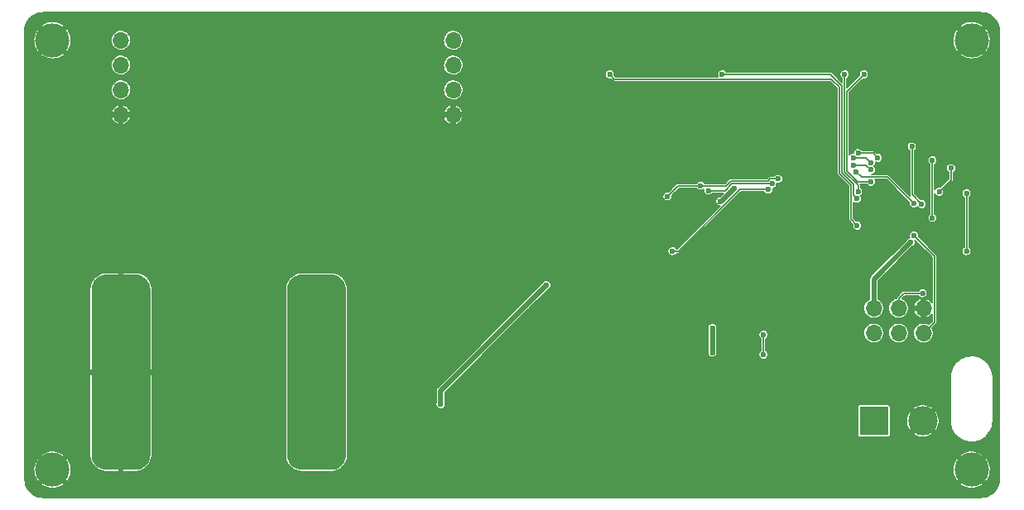
<source format=gbr>
%TF.GenerationSoftware,KiCad,Pcbnew,(5.99.0-2619-gb519867d9)*%
%TF.CreationDate,2020-08-09T22:36:05+05:30*%
%TF.ProjectId,Power_Supply,506f7765-725f-4537-9570-706c792e6b69,rev?*%
%TF.SameCoordinates,Original*%
%TF.FileFunction,Copper,L2,Bot*%
%TF.FilePolarity,Positive*%
%FSLAX46Y46*%
G04 Gerber Fmt 4.6, Leading zero omitted, Abs format (unit mm)*
G04 Created by KiCad (PCBNEW (5.99.0-2619-gb519867d9)) date 2020-08-09 22:36:05*
%MOMM*%
%LPD*%
G01*
G04 APERTURE LIST*
%TA.AperFunction,ComponentPad*%
%ADD10C,3.500000*%
%TD*%
%TA.AperFunction,ComponentPad*%
%ADD11R,3.000000X3.000000*%
%TD*%
%TA.AperFunction,ComponentPad*%
%ADD12C,3.000000*%
%TD*%
%TA.AperFunction,ComponentPad*%
%ADD13C,5.000000*%
%TD*%
%TA.AperFunction,ComponentPad*%
%ADD14O,1.700000X1.700000*%
%TD*%
%TA.AperFunction,ViaPad*%
%ADD15C,0.600000*%
%TD*%
%TA.AperFunction,ViaPad*%
%ADD16C,1.000000*%
%TD*%
%TA.AperFunction,Conductor*%
%ADD17C,0.508000*%
%TD*%
%TA.AperFunction,Conductor*%
%ADD18C,0.127000*%
%TD*%
G04 APERTURE END LIST*
D10*
%TO.P,H3,1,1*%
%TO.N,GND*%
X109000000Y-59000000D03*
%TD*%
%TO.P,H2,1,1*%
%TO.N,GND*%
X109000000Y-15000000D03*
%TD*%
D11*
%TO.P,J4,1,Pin_1*%
%TO.N,+VSW*%
X99000000Y-54000000D03*
D12*
%TO.P,J4,2,Pin_2*%
%TO.N,GND*%
X104000000Y-54000000D03*
%TD*%
%TA.AperFunction,SMDPad,CuDef*%
%TO.P,J3,1,Pin_1*%
%TO.N,GND*%
G36*
X23737086Y-39014659D02*
G01*
X23973039Y-39072816D01*
X24196608Y-39168070D01*
X24402002Y-39297953D01*
X24583901Y-39459102D01*
X24737595Y-39647342D01*
X24859103Y-39857799D01*
X24945277Y-40085022D01*
X24993886Y-40323126D01*
X25000000Y-40424201D01*
X25000000Y-57555506D01*
X24985341Y-57737086D01*
X24927184Y-57973039D01*
X24831930Y-58196608D01*
X24702047Y-58402002D01*
X24540898Y-58583901D01*
X24352658Y-58737595D01*
X24142201Y-58859103D01*
X23914978Y-58945277D01*
X23676874Y-58993886D01*
X23575799Y-59000000D01*
X20444494Y-59000000D01*
X20262914Y-58985341D01*
X20026961Y-58927184D01*
X19803392Y-58831930D01*
X19597998Y-58702047D01*
X19416099Y-58540898D01*
X19262405Y-58352658D01*
X19140897Y-58142201D01*
X19054723Y-57914978D01*
X19006114Y-57676874D01*
X19000000Y-57575799D01*
X19000000Y-40444494D01*
X19014659Y-40262914D01*
X19072816Y-40026961D01*
X19168070Y-39803392D01*
X19297953Y-39597998D01*
X19459102Y-39416099D01*
X19647342Y-39262405D01*
X19857799Y-39140897D01*
X20085022Y-39054723D01*
X20323126Y-39006114D01*
X20424201Y-39000000D01*
X23555506Y-39000000D01*
X23737086Y-39014659D01*
G37*
%TD.AperFunction*%
D13*
X22000000Y-42000000D03*
%TD*%
D10*
%TO.P,H4,1,1*%
%TO.N,GND*%
X15000000Y-59000000D03*
%TD*%
%TA.AperFunction,SMDPad,CuDef*%
%TO.P,J2,1,Pin_1*%
%TO.N,VDC*%
G36*
X43737086Y-39014659D02*
G01*
X43973039Y-39072816D01*
X44196608Y-39168070D01*
X44402002Y-39297953D01*
X44583901Y-39459102D01*
X44737595Y-39647342D01*
X44859103Y-39857799D01*
X44945277Y-40085022D01*
X44993886Y-40323126D01*
X45000000Y-40424201D01*
X45000000Y-57555506D01*
X44985341Y-57737086D01*
X44927184Y-57973039D01*
X44831930Y-58196608D01*
X44702047Y-58402002D01*
X44540898Y-58583901D01*
X44352658Y-58737595D01*
X44142201Y-58859103D01*
X43914978Y-58945277D01*
X43676874Y-58993886D01*
X43575799Y-59000000D01*
X40444494Y-59000000D01*
X40262914Y-58985341D01*
X40026961Y-58927184D01*
X39803392Y-58831930D01*
X39597998Y-58702047D01*
X39416099Y-58540898D01*
X39262405Y-58352658D01*
X39140897Y-58142201D01*
X39054723Y-57914978D01*
X39006114Y-57676874D01*
X39000000Y-57575799D01*
X39000000Y-40444494D01*
X39014659Y-40262914D01*
X39072816Y-40026961D01*
X39168070Y-39803392D01*
X39297953Y-39597998D01*
X39459102Y-39416099D01*
X39647342Y-39262405D01*
X39857799Y-39140897D01*
X40085022Y-39054723D01*
X40323126Y-39006114D01*
X40424201Y-39000000D01*
X43555506Y-39000000D01*
X43737086Y-39014659D01*
G37*
%TD.AperFunction*%
D13*
X42000000Y-42000000D03*
%TD*%
D10*
%TO.P,H1,1,1*%
%TO.N,GND*%
X15000000Y-15000000D03*
%TD*%
D14*
%TO.P,J6,1,Pin_1*%
%TO.N,/SDA0*%
X22000000Y-15000000D03*
%TO.P,J6,2,Pin_2*%
%TO.N,/SCL0*%
X22000000Y-17540000D03*
%TO.P,J6,3,Pin_3*%
%TO.N,+5V*%
X22000000Y-20080000D03*
%TO.P,J6,4,Pin_4*%
%TO.N,GND*%
X22000000Y-22620000D03*
%TD*%
%TO.P,J1,1,Pin_1*%
%TO.N,/MISO*%
X99000000Y-45000000D03*
%TO.P,J1,2,Pin_2*%
%TO.N,+5V*%
X99000000Y-42460000D03*
%TO.P,J1,3,Pin_3*%
%TO.N,/SCK*%
X101540000Y-45000000D03*
%TO.P,J1,4,Pin_4*%
%TO.N,/MOSI*%
X101540000Y-42460000D03*
%TO.P,J1,5,Pin_5*%
%TO.N,/RST*%
X104080000Y-45000000D03*
%TO.P,J1,6,Pin_6*%
%TO.N,GND*%
X104080000Y-42460000D03*
%TD*%
%TO.P,J7,1,Pin_1*%
%TO.N,/SDA0*%
X56000000Y-15000000D03*
%TO.P,J7,2,Pin_2*%
%TO.N,/SCL0*%
X56000000Y-17540000D03*
%TO.P,J7,3,Pin_3*%
%TO.N,+5V*%
X56000000Y-20080000D03*
%TO.P,J7,4,Pin_4*%
%TO.N,GND*%
X56000000Y-22620000D03*
%TD*%
D15*
%TO.N,GND*%
X85500000Y-39000000D03*
X85500000Y-44000000D03*
X87000000Y-37500000D03*
X90500000Y-23000000D03*
X86500000Y-46500000D03*
X83500000Y-46500000D03*
X79500000Y-40000000D03*
X79500000Y-39000000D03*
X79500000Y-38000000D03*
X78500000Y-38000000D03*
X78500000Y-39000000D03*
X78500000Y-40000000D03*
X85500000Y-34000000D03*
X87000000Y-44000000D03*
X87000000Y-31000000D03*
X86000000Y-27000000D03*
X93000000Y-28000000D03*
X95000000Y-26000000D03*
X95000000Y-23000000D03*
X86000000Y-23000000D03*
X80000000Y-23000000D03*
X80000000Y-27000000D03*
X78000000Y-27000000D03*
X76000000Y-30000000D03*
X75000000Y-32000000D03*
X75000000Y-27000000D03*
X72000000Y-26000000D03*
X74000000Y-23000000D03*
X24000000Y-13000000D03*
X26000000Y-13000000D03*
X18000000Y-13000000D03*
X20000000Y-13000000D03*
X22000000Y-13000000D03*
X28000000Y-13000000D03*
X50000000Y-13000000D03*
X54000000Y-13000000D03*
X48000000Y-13000000D03*
X44000000Y-13000000D03*
X46000000Y-13000000D03*
X30000000Y-13000000D03*
X52000000Y-13000000D03*
X36000000Y-13000000D03*
X56000000Y-13000000D03*
X42000000Y-13000000D03*
X38000000Y-13000000D03*
X32000000Y-13000000D03*
X34000000Y-13000000D03*
X40000000Y-13000000D03*
X104000000Y-13000000D03*
X106000000Y-13000000D03*
X111000000Y-18000000D03*
X111000000Y-40000000D03*
X111000000Y-44000000D03*
X111000000Y-38000000D03*
X111000000Y-34000000D03*
X111000000Y-56000000D03*
X111000000Y-36000000D03*
X111000000Y-20000000D03*
X111000000Y-48000000D03*
X111000000Y-42000000D03*
X111000000Y-26000000D03*
X111000000Y-46000000D03*
X111000000Y-28000000D03*
X111000000Y-22000000D03*
X111000000Y-24000000D03*
X100000000Y-61000000D03*
X98000000Y-61000000D03*
X106000000Y-61000000D03*
X104000000Y-61000000D03*
X102000000Y-61000000D03*
X96000000Y-61000000D03*
X74000000Y-61000000D03*
X70000000Y-61000000D03*
X60000000Y-61000000D03*
X76000000Y-61000000D03*
X80000000Y-61000000D03*
X58000000Y-61000000D03*
X78000000Y-61000000D03*
X94000000Y-61000000D03*
X66000000Y-61000000D03*
X72000000Y-61000000D03*
X64000000Y-61000000D03*
X88000000Y-61000000D03*
X68000000Y-61000000D03*
X82000000Y-61000000D03*
X86000000Y-61000000D03*
X92000000Y-61000000D03*
X62000000Y-61000000D03*
X90000000Y-61000000D03*
X84000000Y-61000000D03*
X56000000Y-61000000D03*
X34000000Y-61000000D03*
X30000000Y-61000000D03*
X20000000Y-61000000D03*
X36000000Y-61000000D03*
X40000000Y-61000000D03*
X18000000Y-61000000D03*
X38000000Y-61000000D03*
X54000000Y-61000000D03*
X26000000Y-61000000D03*
X32000000Y-61000000D03*
X24000000Y-61000000D03*
X48000000Y-61000000D03*
X28000000Y-61000000D03*
X42000000Y-61000000D03*
X46000000Y-61000000D03*
X52000000Y-61000000D03*
X22000000Y-61000000D03*
X50000000Y-61000000D03*
X44000000Y-61000000D03*
X80200000Y-32000000D03*
X100500000Y-31500000D03*
X13000000Y-24000000D03*
X24000000Y-48000000D03*
X21000000Y-49000000D03*
X22000000Y-54000000D03*
X20000000Y-52000000D03*
X13000000Y-52000000D03*
X24000000Y-46000000D03*
X13000000Y-30000000D03*
X23000000Y-53000000D03*
X21000000Y-45000000D03*
X100500000Y-30500000D03*
X13000000Y-20000000D03*
X22000000Y-56000000D03*
X13000000Y-36000000D03*
X13000000Y-56000000D03*
X20000000Y-58000000D03*
X13000000Y-34000000D03*
X24000000Y-56000000D03*
X20000000Y-54000000D03*
X104000000Y-33200000D03*
X22000000Y-48000000D03*
X23000000Y-55000000D03*
X22000000Y-52000000D03*
X13000000Y-38000000D03*
X21000000Y-47000000D03*
X13000000Y-54000000D03*
X23000000Y-45000000D03*
X22000000Y-58000000D03*
X20000000Y-56000000D03*
X21000000Y-55000000D03*
X24000000Y-52000000D03*
X91100000Y-20900000D03*
X13000000Y-44000000D03*
X13000000Y-40000000D03*
X20000000Y-48000000D03*
X21000000Y-51000000D03*
X13000000Y-18000000D03*
X102100000Y-20900000D03*
X20000000Y-50000000D03*
X21000000Y-57000000D03*
X104000000Y-34000000D03*
D16*
X97250000Y-36250000D03*
D15*
X22000000Y-46000000D03*
X79100000Y-20900000D03*
X13000000Y-22000000D03*
D16*
X88926742Y-51053882D03*
D15*
X101500000Y-32500000D03*
X13000000Y-28000000D03*
X103100000Y-33200000D03*
X13000000Y-32000000D03*
X20000000Y-46000000D03*
X24000000Y-54000000D03*
X104000000Y-34800000D03*
X24000000Y-50000000D03*
X23000000Y-47000000D03*
X105000000Y-34800000D03*
D16*
X90500000Y-35750000D03*
D15*
X67100000Y-20900000D03*
X21000000Y-53000000D03*
X13000000Y-46000000D03*
X23000000Y-51000000D03*
X103100000Y-34000000D03*
X22000000Y-50000000D03*
X13000000Y-26000000D03*
X13000000Y-50000000D03*
X103000000Y-14000000D03*
X106300000Y-27300000D03*
X23000000Y-57000000D03*
X24000000Y-58000000D03*
X102000000Y-27000000D03*
X84500000Y-14000000D03*
X13000000Y-42000000D03*
X101500000Y-31500000D03*
X105000000Y-34000000D03*
X13000000Y-48000000D03*
X23000000Y-49000000D03*
%TO.N,+5V*%
X84700000Y-30200000D03*
X65500000Y-40100000D03*
X83300000Y-31500000D03*
X102773119Y-35681001D03*
X54700000Y-52300000D03*
%TO.N,Net-(D1-Pad1)*%
X103900000Y-31800000D03*
X102900000Y-25900000D03*
%TO.N,Net-(D2-Pad1)*%
X105000000Y-33200000D03*
X105000000Y-27300000D03*
%TO.N,/RST*%
X103100000Y-35000000D03*
%TO.N,/MOSI*%
X104000000Y-40909500D03*
%TO.N,VDC*%
X44000000Y-48000000D03*
X41000000Y-49000000D03*
X42000000Y-54000000D03*
X40000000Y-52000000D03*
X44000000Y-46000000D03*
X43000000Y-53000000D03*
X41000000Y-45000000D03*
X42000000Y-56000000D03*
X40000000Y-58000000D03*
X44000000Y-56000000D03*
X40000000Y-54000000D03*
X42000000Y-48000000D03*
X43000000Y-55000000D03*
X42000000Y-52000000D03*
X41000000Y-47000000D03*
X43000000Y-45000000D03*
X42000000Y-58000000D03*
X40000000Y-56000000D03*
X41000000Y-55000000D03*
X44000000Y-52000000D03*
X40000000Y-48000000D03*
X41000000Y-51000000D03*
X40000000Y-50000000D03*
X41000000Y-57000000D03*
X42000000Y-46000000D03*
X40000000Y-46000000D03*
X44000000Y-54000000D03*
X44000000Y-50000000D03*
X43000000Y-47000000D03*
X41000000Y-53000000D03*
X43000000Y-51000000D03*
X42000000Y-50000000D03*
X43000000Y-57000000D03*
X44000000Y-58000000D03*
X43000000Y-49000000D03*
%TO.N,/REG_EN*%
X97418237Y-26556182D03*
X87700000Y-47200000D03*
X87701134Y-45158393D03*
X99418605Y-27055494D03*
%TO.N,/I_SENSE*%
X108500000Y-36600000D03*
X108500000Y-30700000D03*
%TO.N,/V_FB*%
X82500000Y-44500000D03*
X82500000Y-47000000D03*
%TO.N,/~POT_CS*%
X88600000Y-29700000D03*
X98700000Y-28272997D03*
X96887999Y-27785804D03*
X82100000Y-30400000D03*
%TO.N,/POT_U~D*%
X77900000Y-31000000D03*
X89200000Y-29200000D03*
X98700000Y-27545994D03*
X81300000Y-29893990D03*
X96892987Y-27058819D03*
%TO.N,/SCL0*%
X105700000Y-30509500D03*
X106900000Y-28100000D03*
%TO.N,/V_SENSE*%
X103100000Y-31700000D03*
X88196732Y-30304902D03*
X97219000Y-28500000D03*
X78400000Y-36600000D03*
%TO.N,/SW3*%
X98000000Y-18500000D03*
X98700000Y-29500000D03*
%TO.N,/SW4*%
X72000000Y-18500000D03*
X97300000Y-34000000D03*
%TO.N,/SW1*%
X97262790Y-31237210D03*
X83500000Y-18500000D03*
%TO.N,/SW2*%
X96000000Y-18500000D03*
X97400290Y-30500290D03*
%TD*%
D17*
%TO.N,+5V*%
X83300000Y-31500000D02*
X83400000Y-31500000D01*
X99000000Y-42460000D02*
X99000000Y-39454120D01*
X54700000Y-50900000D02*
X65500000Y-40100000D01*
X54700000Y-52300000D02*
X54700000Y-50900000D01*
X83400000Y-31500000D02*
X84700000Y-30200000D01*
X99000000Y-39454120D02*
X102773119Y-35681001D01*
D18*
%TO.N,Net-(D1-Pad1)*%
X102900000Y-30800000D02*
X103900000Y-31800000D01*
X102900000Y-28900000D02*
X102900000Y-30800000D01*
X102900000Y-25900000D02*
X102900000Y-28900000D01*
X102900000Y-28900000D02*
X102900000Y-29000000D01*
%TO.N,Net-(D2-Pad1)*%
X105000000Y-30300000D02*
X105000000Y-33200000D01*
X105000000Y-27300000D02*
X105000000Y-30300000D01*
X105000000Y-30300000D02*
X105000000Y-30400000D01*
%TO.N,/RST*%
X105200000Y-37100000D02*
X103100000Y-35000000D01*
X105200000Y-43880000D02*
X105200000Y-37100000D01*
X104080000Y-45000000D02*
X105200000Y-43880000D01*
%TO.N,/MOSI*%
X101540000Y-42460000D02*
X101540000Y-41460000D01*
X101540000Y-41460000D02*
X102090500Y-40909500D01*
X102090500Y-40909500D02*
X104000000Y-40909500D01*
%TO.N,/REG_EN*%
X87700000Y-45159527D02*
X87701134Y-45158393D01*
X87700000Y-47000000D02*
X87700000Y-47200000D01*
X87700000Y-47000000D02*
X87700000Y-45159527D01*
X98919293Y-26556182D02*
X99418605Y-27055494D01*
X97418237Y-26556182D02*
X98919293Y-26556182D01*
%TO.N,/I_SENSE*%
X108500000Y-36600000D02*
X108500000Y-30700000D01*
D17*
%TO.N,/V_FB*%
X82500000Y-44500000D02*
X82500000Y-47000000D01*
D18*
%TO.N,/~POT_CS*%
X83800000Y-30400000D02*
X84490501Y-29709499D01*
X82100000Y-30400000D02*
X83800000Y-30400000D01*
X98212807Y-27785804D02*
X98700000Y-28272997D01*
X86890501Y-29709499D02*
X88590501Y-29709499D01*
X96887999Y-27785804D02*
X98212807Y-27785804D01*
X88590501Y-29709499D02*
X88600000Y-29700000D01*
X84490501Y-29709499D02*
X86890501Y-29709499D01*
%TO.N,/POT_U~D*%
X83906010Y-29893990D02*
X84400000Y-29400000D01*
X77900000Y-31000000D02*
X79000000Y-29900000D01*
X81300000Y-29893990D02*
X83906010Y-29893990D01*
X84400000Y-29400000D02*
X86600000Y-29400000D01*
X88200000Y-29400000D02*
X88400000Y-29200000D01*
X86600000Y-29400000D02*
X88200000Y-29400000D01*
X88400000Y-29200000D02*
X89200000Y-29200000D01*
X80800000Y-29900000D02*
X81293990Y-29900000D01*
X96892987Y-27058819D02*
X98212825Y-27058819D01*
X98212825Y-27058819D02*
X98700000Y-27545994D01*
X81293990Y-29900000D02*
X81300000Y-29893990D01*
X79000000Y-29900000D02*
X80800000Y-29900000D01*
%TO.N,/SCL0*%
X106900000Y-28500000D02*
X106900000Y-29309500D01*
X106900000Y-29309500D02*
X105700000Y-30509500D01*
X106900000Y-28500000D02*
X106900000Y-28600000D01*
X106900000Y-28100000D02*
X106900000Y-28500000D01*
%TO.N,/V_SENSE*%
X100409499Y-29009499D02*
X103100000Y-31700000D01*
X79025942Y-36600000D02*
X85321040Y-30304902D01*
X78400000Y-36600000D02*
X79025942Y-36600000D01*
X97219000Y-28500000D02*
X97728499Y-29009499D01*
X85321040Y-30304902D02*
X88196732Y-30304902D01*
X97728499Y-29009499D02*
X100409499Y-29009499D01*
%TO.N,/SW3*%
X96254010Y-20245990D02*
X96254010Y-28376338D01*
X98000000Y-18500000D02*
X96254010Y-20245990D01*
X97377672Y-29500000D02*
X98700000Y-29500000D01*
X96254010Y-28376338D02*
X97377672Y-29500000D01*
%TO.N,/SW4*%
X72490501Y-18990501D02*
X94677267Y-18990501D01*
X96655779Y-29855779D02*
X96655779Y-33355779D01*
X95491982Y-19805216D02*
X95491982Y-28691982D01*
X95491982Y-28691982D02*
X96655779Y-29855779D01*
X96655779Y-33355779D02*
X97300000Y-34000000D01*
X72000000Y-18500000D02*
X72490501Y-18990501D01*
X94677267Y-18990501D02*
X95491982Y-19805216D01*
%TO.N,/SW1*%
X96909789Y-30884209D02*
X97262790Y-31237210D01*
X95745992Y-19700002D02*
X95745992Y-28586768D01*
X96909788Y-29750564D02*
X96909789Y-30884209D01*
X94545990Y-18500000D02*
X95745992Y-19700002D01*
X95745992Y-28586768D02*
X96909788Y-29750564D01*
X83500000Y-18500000D02*
X94545990Y-18500000D01*
%TO.N,/SW2*%
X97400290Y-29881842D02*
X97400290Y-30500290D01*
X96000000Y-28481552D02*
X97400290Y-29881842D01*
X96000000Y-18500000D02*
X96000000Y-28481552D01*
%TD*%
%TO.N,GND*%
X109979537Y-12193576D02*
X109983993Y-12194216D01*
X110254274Y-12213353D01*
X110503484Y-12267007D01*
X110742639Y-12355236D01*
X110966980Y-12476282D01*
X111172027Y-12627734D01*
X111353688Y-12806563D01*
X111508341Y-13009207D01*
X111632894Y-13231614D01*
X111724870Y-13469357D01*
X111782433Y-13717697D01*
X111804957Y-13977769D01*
X111805179Y-14005998D01*
X111806519Y-14014830D01*
X111810500Y-14028015D01*
X111810501Y-59960839D01*
X111806424Y-59979536D01*
X111805784Y-59983992D01*
X111786646Y-60254276D01*
X111732995Y-60503481D01*
X111644764Y-60742639D01*
X111523717Y-60966981D01*
X111372266Y-61172027D01*
X111193437Y-61353688D01*
X110990798Y-61508338D01*
X110768386Y-61632894D01*
X110530635Y-61724874D01*
X110282304Y-61782433D01*
X110022231Y-61804957D01*
X109994002Y-61805179D01*
X109985170Y-61806519D01*
X109971985Y-61810500D01*
X14039157Y-61810500D01*
X14020464Y-61806424D01*
X14016008Y-61805784D01*
X13745724Y-61786646D01*
X13496519Y-61732995D01*
X13257361Y-61644764D01*
X13033019Y-61523717D01*
X12827973Y-61372266D01*
X12646312Y-61193437D01*
X12491662Y-60990798D01*
X12367106Y-60768386D01*
X12275126Y-60530635D01*
X12261196Y-60470533D01*
X13800289Y-60470533D01*
X13803940Y-60526986D01*
X13926274Y-60621196D01*
X13930053Y-60623692D01*
X14171549Y-60759214D01*
X14175649Y-60761138D01*
X14434180Y-60860379D01*
X14438515Y-60861692D01*
X14708665Y-60922573D01*
X14713143Y-60923246D01*
X14989251Y-60944492D01*
X14993780Y-60944511D01*
X15270063Y-60925676D01*
X15274547Y-60925042D01*
X15545218Y-60866521D01*
X15549564Y-60865246D01*
X15808951Y-60768265D01*
X15813067Y-60766376D01*
X16055738Y-60632967D01*
X16059538Y-60630504D01*
X16195882Y-60527388D01*
X16199801Y-60470623D01*
X16199711Y-60470533D01*
X107800289Y-60470533D01*
X107803940Y-60526986D01*
X107926274Y-60621196D01*
X107930053Y-60623692D01*
X108171549Y-60759214D01*
X108175649Y-60761138D01*
X108434180Y-60860379D01*
X108438515Y-60861692D01*
X108708665Y-60922573D01*
X108713143Y-60923246D01*
X108989251Y-60944492D01*
X108993780Y-60944511D01*
X109270063Y-60925676D01*
X109274547Y-60925042D01*
X109545218Y-60866521D01*
X109549564Y-60865246D01*
X109808951Y-60768265D01*
X109813067Y-60766376D01*
X110055738Y-60632967D01*
X110059538Y-60630504D01*
X110195882Y-60527388D01*
X110199801Y-60470623D01*
X109025888Y-59296710D01*
X108974112Y-59296710D01*
X107800289Y-60470533D01*
X16199711Y-60470533D01*
X15025888Y-59296710D01*
X14974112Y-59296710D01*
X13800289Y-60470533D01*
X12261196Y-60470533D01*
X12217567Y-60282304D01*
X12195043Y-60022231D01*
X12194821Y-59994002D01*
X12193481Y-59985170D01*
X12189500Y-59971985D01*
X12189500Y-58949666D01*
X13056131Y-58949666D01*
X13068692Y-59226305D01*
X13069224Y-59230803D01*
X13121590Y-59502731D01*
X13122766Y-59507105D01*
X13213837Y-59768626D01*
X13215632Y-59772784D01*
X13343501Y-60018418D01*
X13345878Y-60022273D01*
X13471089Y-60195885D01*
X13528662Y-60200517D01*
X14703290Y-59025888D01*
X14703290Y-58974112D01*
X15296710Y-58974112D01*
X15296710Y-59025888D01*
X16470980Y-60200159D01*
X16528242Y-60195803D01*
X16645138Y-60036670D01*
X16647548Y-60032835D01*
X16777556Y-59788326D01*
X16779388Y-59784183D01*
X16872737Y-59523466D01*
X16873951Y-59519103D01*
X16928771Y-59247228D01*
X16929377Y-59241886D01*
X16939635Y-58862806D01*
X16939318Y-58857439D01*
X16899281Y-58582997D01*
X16898305Y-58578575D01*
X16819191Y-58313191D01*
X16817587Y-58308956D01*
X16700992Y-58057773D01*
X16698793Y-58053814D01*
X16534049Y-57802060D01*
X16474876Y-57795946D01*
X15296710Y-58974112D01*
X14703290Y-58974112D01*
X13529225Y-57800047D01*
X13473585Y-57803012D01*
X13403582Y-57889770D01*
X13401000Y-57893491D01*
X13260034Y-58131851D01*
X13258017Y-58135906D01*
X13152936Y-58392119D01*
X13151525Y-58396423D01*
X13084532Y-58665121D01*
X13083757Y-58669583D01*
X13056253Y-58945139D01*
X13056131Y-58949666D01*
X12189500Y-58949666D01*
X12189500Y-57527248D01*
X13798069Y-57527248D01*
X14974112Y-58703290D01*
X15025888Y-58703290D01*
X16200878Y-57528300D01*
X16198580Y-57473478D01*
X16146164Y-57429181D01*
X16142502Y-57426516D01*
X15907401Y-57280179D01*
X15903393Y-57278070D01*
X15649630Y-57167203D01*
X15645359Y-57165695D01*
X15378250Y-57092622D01*
X15373806Y-57091746D01*
X15098946Y-57057998D01*
X15094423Y-57057773D01*
X14817569Y-57064055D01*
X14813061Y-57064486D01*
X14540014Y-57110668D01*
X14535615Y-57111744D01*
X14272095Y-57196858D01*
X14267898Y-57198559D01*
X14019425Y-57320823D01*
X14015517Y-57323112D01*
X13803433Y-57468873D01*
X13798069Y-57527248D01*
X12189500Y-57527248D01*
X12189500Y-49228112D01*
X18809922Y-49228112D01*
X18809922Y-57557212D01*
X18810143Y-57560925D01*
X18849609Y-57891000D01*
X18851111Y-57897530D01*
X18955268Y-58198475D01*
X18957742Y-58203892D01*
X19116786Y-58479363D01*
X19120240Y-58484214D01*
X19328542Y-58724608D01*
X19332852Y-58728717D01*
X19582885Y-58925345D01*
X19587895Y-58928564D01*
X19870622Y-59074320D01*
X19876150Y-59076534D01*
X20181352Y-59166149D01*
X20187199Y-59167276D01*
X20424510Y-59189936D01*
X20427482Y-59190078D01*
X21771888Y-59190078D01*
X21808500Y-59153466D01*
X21808500Y-49228112D01*
X22191500Y-49228112D01*
X22191500Y-59153466D01*
X22228112Y-59190078D01*
X23557212Y-59190078D01*
X23560925Y-59189857D01*
X23891000Y-59150391D01*
X23897530Y-59148889D01*
X24198475Y-59044732D01*
X24203892Y-59042258D01*
X24479363Y-58883214D01*
X24484214Y-58879760D01*
X24724608Y-58671458D01*
X24728717Y-58667148D01*
X24925345Y-58417115D01*
X24928564Y-58412105D01*
X25074320Y-58129378D01*
X25076534Y-58123850D01*
X25166149Y-57818648D01*
X25167276Y-57812801D01*
X25189936Y-57575490D01*
X25190078Y-57572518D01*
X25190078Y-49228112D01*
X25153466Y-49191500D01*
X22228112Y-49191500D01*
X22191500Y-49228112D01*
X21808500Y-49228112D01*
X21771888Y-49191500D01*
X18846534Y-49191500D01*
X18809922Y-49228112D01*
X12189500Y-49228112D01*
X12189500Y-40427482D01*
X18809922Y-40427482D01*
X18809922Y-48771888D01*
X18846534Y-48808500D01*
X21771888Y-48808500D01*
X21808500Y-48771888D01*
X21808500Y-38846534D01*
X22191500Y-38846534D01*
X22191500Y-48771888D01*
X22228112Y-48808500D01*
X25153466Y-48808500D01*
X25190078Y-48771888D01*
X25190078Y-40442788D01*
X25189857Y-40439075D01*
X25188471Y-40427482D01*
X38809922Y-40427482D01*
X38809922Y-57557212D01*
X38810143Y-57560925D01*
X38849609Y-57891000D01*
X38851111Y-57897530D01*
X38955268Y-58198475D01*
X38957742Y-58203892D01*
X39116786Y-58479363D01*
X39120240Y-58484214D01*
X39328542Y-58724608D01*
X39332852Y-58728717D01*
X39582885Y-58925345D01*
X39587895Y-58928564D01*
X39870622Y-59074320D01*
X39876150Y-59076534D01*
X40181352Y-59166149D01*
X40187199Y-59167276D01*
X40424510Y-59189936D01*
X40427482Y-59190078D01*
X43557212Y-59190078D01*
X43560925Y-59189857D01*
X43891000Y-59150391D01*
X43897530Y-59148889D01*
X44198475Y-59044732D01*
X44203892Y-59042258D01*
X44364265Y-58949666D01*
X107056131Y-58949666D01*
X107068692Y-59226305D01*
X107069224Y-59230803D01*
X107121590Y-59502731D01*
X107122766Y-59507105D01*
X107213837Y-59768626D01*
X107215632Y-59772784D01*
X107343501Y-60018418D01*
X107345878Y-60022273D01*
X107471089Y-60195885D01*
X107528662Y-60200517D01*
X108703290Y-59025888D01*
X108703290Y-58974112D01*
X109296710Y-58974112D01*
X109296710Y-59025888D01*
X110470980Y-60200159D01*
X110528242Y-60195803D01*
X110645138Y-60036670D01*
X110647548Y-60032835D01*
X110777556Y-59788326D01*
X110779388Y-59784183D01*
X110872737Y-59523466D01*
X110873951Y-59519103D01*
X110928771Y-59247228D01*
X110929377Y-59241886D01*
X110939635Y-58862806D01*
X110939318Y-58857439D01*
X110899281Y-58582997D01*
X110898305Y-58578575D01*
X110819191Y-58313191D01*
X110817587Y-58308956D01*
X110700992Y-58057773D01*
X110698793Y-58053814D01*
X110534049Y-57802060D01*
X110474876Y-57795946D01*
X109296710Y-58974112D01*
X108703290Y-58974112D01*
X107529225Y-57800047D01*
X107473585Y-57803012D01*
X107403582Y-57889770D01*
X107401000Y-57893491D01*
X107260034Y-58131851D01*
X107258017Y-58135906D01*
X107152936Y-58392119D01*
X107151525Y-58396423D01*
X107084532Y-58665121D01*
X107083757Y-58669583D01*
X107056253Y-58945139D01*
X107056131Y-58949666D01*
X44364265Y-58949666D01*
X44479363Y-58883214D01*
X44484214Y-58879760D01*
X44724608Y-58671458D01*
X44728717Y-58667148D01*
X44925345Y-58417115D01*
X44928564Y-58412105D01*
X45074320Y-58129378D01*
X45076534Y-58123850D01*
X45166149Y-57818648D01*
X45167276Y-57812801D01*
X45189936Y-57575490D01*
X45190078Y-57572518D01*
X45190078Y-57527248D01*
X107798069Y-57527248D01*
X108974112Y-58703290D01*
X109025888Y-58703290D01*
X110200878Y-57528300D01*
X110198580Y-57473478D01*
X110146164Y-57429181D01*
X110142502Y-57426516D01*
X109907401Y-57280179D01*
X109903393Y-57278070D01*
X109649630Y-57167203D01*
X109645359Y-57165695D01*
X109378250Y-57092622D01*
X109373806Y-57091746D01*
X109098946Y-57057998D01*
X109094423Y-57057773D01*
X108817569Y-57064055D01*
X108813061Y-57064486D01*
X108540014Y-57110668D01*
X108535615Y-57111744D01*
X108272095Y-57196858D01*
X108267898Y-57198559D01*
X108019425Y-57320823D01*
X108015517Y-57323112D01*
X107803433Y-57468873D01*
X107798069Y-57527248D01*
X45190078Y-57527248D01*
X45190078Y-52300133D01*
X54203071Y-52300133D01*
X54232404Y-52468204D01*
X54236436Y-52479018D01*
X54324307Y-52625259D01*
X54331962Y-52633896D01*
X54466588Y-52738700D01*
X54476839Y-52744003D01*
X54640169Y-52793314D01*
X54651641Y-52794571D01*
X54821771Y-52781778D01*
X54832927Y-52778821D01*
X54987046Y-52705639D01*
X54996389Y-52698864D01*
X55113829Y-52575107D01*
X55120106Y-52565423D01*
X55148337Y-52496929D01*
X97308012Y-52496929D01*
X97308012Y-55503071D01*
X97308614Y-55509182D01*
X97320271Y-55567784D01*
X97324982Y-55579158D01*
X97359891Y-55631403D01*
X97368597Y-55640109D01*
X97420842Y-55675018D01*
X97432216Y-55679729D01*
X97490818Y-55691386D01*
X97496929Y-55691988D01*
X100503071Y-55691988D01*
X100509182Y-55691386D01*
X100567784Y-55679729D01*
X100579158Y-55675018D01*
X100631403Y-55640109D01*
X100640109Y-55631403D01*
X100675018Y-55579158D01*
X100679729Y-55567784D01*
X100691386Y-55509182D01*
X100691988Y-55503071D01*
X100691988Y-55292142D01*
X102978681Y-55292142D01*
X102983202Y-55349590D01*
X103112516Y-55443542D01*
X103116704Y-55446108D01*
X103349263Y-55564603D01*
X103353800Y-55566482D01*
X103602032Y-55647138D01*
X103606807Y-55648284D01*
X103864600Y-55689115D01*
X103869496Y-55689500D01*
X104130504Y-55689500D01*
X104135400Y-55689115D01*
X104393193Y-55648284D01*
X104397968Y-55647138D01*
X104646200Y-55566482D01*
X104650737Y-55564603D01*
X104883296Y-55446108D01*
X104887484Y-55443542D01*
X105016798Y-55349590D01*
X105021319Y-55292142D01*
X104025888Y-54296710D01*
X103974112Y-54296710D01*
X102978681Y-55292142D01*
X100691988Y-55292142D01*
X100691988Y-53869496D01*
X102310500Y-53869496D01*
X102310500Y-54130504D01*
X102310885Y-54135400D01*
X102351716Y-54393193D01*
X102352862Y-54397968D01*
X102433518Y-54646200D01*
X102435397Y-54650737D01*
X102553892Y-54883296D01*
X102556458Y-54887484D01*
X102650410Y-55016798D01*
X102707858Y-55021319D01*
X103703290Y-54025888D01*
X103703290Y-53974112D01*
X104296710Y-53974112D01*
X104296710Y-54025888D01*
X105292142Y-55021319D01*
X105349590Y-55016798D01*
X105443542Y-54887484D01*
X105446108Y-54883296D01*
X105564603Y-54650737D01*
X105566482Y-54646200D01*
X105647138Y-54397968D01*
X105648284Y-54393193D01*
X105689115Y-54135400D01*
X105689500Y-54130504D01*
X105689500Y-54000810D01*
X106805126Y-54000810D01*
X106806219Y-54070348D01*
X106806845Y-54074269D01*
X106806775Y-54075947D01*
X106806910Y-54080445D01*
X106836389Y-54368162D01*
X106838553Y-54376828D01*
X106838639Y-54377040D01*
X106839356Y-54384215D01*
X106840124Y-54388650D01*
X106909849Y-54669345D01*
X106913213Y-54677619D01*
X106913327Y-54677814D01*
X106915047Y-54684818D01*
X106916432Y-54689102D01*
X107025013Y-54957171D01*
X107029508Y-54964888D01*
X107029649Y-54965066D01*
X107032340Y-54971760D01*
X107034315Y-54975805D01*
X107179582Y-55225900D01*
X107185120Y-55232907D01*
X107185284Y-55233062D01*
X107188892Y-55239312D01*
X107191417Y-55243038D01*
X107370474Y-55470170D01*
X107376944Y-55476326D01*
X107377131Y-55476459D01*
X107381581Y-55482134D01*
X107384606Y-55485468D01*
X107593880Y-55685105D01*
X107601156Y-55690290D01*
X107601355Y-55690393D01*
X107606560Y-55695384D01*
X107610025Y-55698259D01*
X107845340Y-55866417D01*
X107853270Y-55870524D01*
X107853485Y-55870599D01*
X107859344Y-55874809D01*
X107863179Y-55877166D01*
X108119842Y-56010492D01*
X108128275Y-56013440D01*
X108128495Y-56013483D01*
X108134885Y-56016824D01*
X108139014Y-56018618D01*
X108411903Y-56114450D01*
X108420669Y-56116181D01*
X108420892Y-56116193D01*
X108427690Y-56118600D01*
X108432031Y-56119794D01*
X108715700Y-56176219D01*
X108724622Y-56176698D01*
X108724847Y-56176678D01*
X108731912Y-56178103D01*
X108736379Y-56178673D01*
X109025167Y-56194566D01*
X109034064Y-56193784D01*
X109034287Y-56193732D01*
X109041486Y-56194147D01*
X109045987Y-56194082D01*
X109334134Y-56169126D01*
X109342836Y-56167097D01*
X109343041Y-56167017D01*
X109350228Y-56166414D01*
X109354676Y-56165715D01*
X109636430Y-56100408D01*
X109644753Y-56097176D01*
X109644954Y-56097063D01*
X109651987Y-56095452D01*
X109656291Y-56094134D01*
X109926034Y-55989778D01*
X109933823Y-55985403D01*
X109934004Y-55985264D01*
X109940733Y-55982681D01*
X109944809Y-55980770D01*
X110197156Y-55839449D01*
X110204248Y-55834022D01*
X110204407Y-55833860D01*
X110210711Y-55830351D01*
X110214476Y-55827884D01*
X110444393Y-55652417D01*
X110450650Y-55646045D01*
X110450784Y-55645862D01*
X110456531Y-55641500D01*
X110459911Y-55638528D01*
X110662812Y-55432414D01*
X110668110Y-55425221D01*
X110668215Y-55425024D01*
X110673288Y-55419899D01*
X110676217Y-55416479D01*
X110848053Y-55183832D01*
X110852285Y-55175963D01*
X110852362Y-55175752D01*
X110856660Y-55169966D01*
X110859078Y-55166167D01*
X110996418Y-54911631D01*
X110999499Y-54903249D01*
X110999547Y-54903024D01*
X111002989Y-54896684D01*
X111004846Y-54892585D01*
X111104951Y-54621236D01*
X111106819Y-54612502D01*
X111106834Y-54612277D01*
X111109349Y-54605515D01*
X111110610Y-54601195D01*
X111171484Y-54318450D01*
X111172103Y-54309540D01*
X111172086Y-54309313D01*
X111173623Y-54302264D01*
X111174263Y-54297809D01*
X111194690Y-54009307D01*
X111194048Y-54000397D01*
X111189500Y-53979540D01*
X111189500Y-49543374D01*
X111194620Y-49503685D01*
X111194874Y-49499190D01*
X111193781Y-49429653D01*
X111193155Y-49425731D01*
X111193225Y-49424053D01*
X111193090Y-49419555D01*
X111163611Y-49131838D01*
X111161447Y-49123172D01*
X111161361Y-49122960D01*
X111160644Y-49115784D01*
X111159876Y-49111349D01*
X111090151Y-48830655D01*
X111086787Y-48822381D01*
X111086673Y-48822186D01*
X111084953Y-48815182D01*
X111083568Y-48810898D01*
X110974988Y-48542828D01*
X110970491Y-48535109D01*
X110970349Y-48534930D01*
X110967660Y-48528241D01*
X110965685Y-48524196D01*
X110820417Y-48274097D01*
X110814876Y-48267088D01*
X110814712Y-48266933D01*
X110811109Y-48260691D01*
X110808583Y-48256964D01*
X110629525Y-48029829D01*
X110623054Y-48023672D01*
X110622870Y-48023541D01*
X110618420Y-48017866D01*
X110615394Y-48014532D01*
X110406120Y-47814895D01*
X110398844Y-47809710D01*
X110398645Y-47809607D01*
X110393440Y-47804616D01*
X110389975Y-47801741D01*
X110154658Y-47633581D01*
X110146725Y-47629474D01*
X110146514Y-47629401D01*
X110140657Y-47625192D01*
X110136821Y-47622834D01*
X109880160Y-47489509D01*
X109871730Y-47486561D01*
X109871505Y-47486517D01*
X109865113Y-47483175D01*
X109860984Y-47481382D01*
X109588097Y-47385550D01*
X109579331Y-47383819D01*
X109579108Y-47383807D01*
X109572310Y-47381400D01*
X109567969Y-47380206D01*
X109284299Y-47323781D01*
X109275377Y-47323302D01*
X109275153Y-47323322D01*
X109268089Y-47321897D01*
X109263622Y-47321327D01*
X108974833Y-47305434D01*
X108965936Y-47306216D01*
X108965713Y-47306268D01*
X108958515Y-47305853D01*
X108954014Y-47305918D01*
X108665869Y-47330873D01*
X108657171Y-47332901D01*
X108656959Y-47332984D01*
X108649769Y-47333588D01*
X108645323Y-47334286D01*
X108363567Y-47399593D01*
X108355238Y-47402828D01*
X108355041Y-47402939D01*
X108348015Y-47404548D01*
X108343710Y-47405866D01*
X108073967Y-47510222D01*
X108066179Y-47514596D01*
X108066001Y-47514733D01*
X108059268Y-47517317D01*
X108055191Y-47519229D01*
X107802842Y-47660552D01*
X107795746Y-47665983D01*
X107795590Y-47666142D01*
X107789291Y-47669648D01*
X107785524Y-47672115D01*
X107555607Y-47847583D01*
X107549350Y-47853955D01*
X107549216Y-47854138D01*
X107543469Y-47858500D01*
X107540089Y-47861472D01*
X107337189Y-48067585D01*
X107331892Y-48074776D01*
X107331785Y-48074975D01*
X107326712Y-48080102D01*
X107323784Y-48083521D01*
X107151948Y-48316167D01*
X107147716Y-48324034D01*
X107147638Y-48324248D01*
X107143339Y-48330036D01*
X107140922Y-48333834D01*
X107003582Y-48588369D01*
X107000501Y-48596751D01*
X107000453Y-48596976D01*
X106997011Y-48603316D01*
X106995154Y-48607415D01*
X106895049Y-48878764D01*
X106893181Y-48887498D01*
X106893166Y-48887723D01*
X106890651Y-48894485D01*
X106889390Y-48898805D01*
X106828516Y-49181551D01*
X106827897Y-49190462D01*
X106827914Y-49190688D01*
X106826377Y-49197734D01*
X106825737Y-49202190D01*
X106805310Y-49490693D01*
X106805952Y-49499603D01*
X106810500Y-49520460D01*
X106810501Y-53956615D01*
X106805380Y-53996315D01*
X106805126Y-54000810D01*
X105689500Y-54000810D01*
X105689500Y-53869496D01*
X105689115Y-53864600D01*
X105648284Y-53606807D01*
X105647138Y-53602032D01*
X105566482Y-53353800D01*
X105564603Y-53349263D01*
X105446108Y-53116704D01*
X105443542Y-53112516D01*
X105349590Y-52983202D01*
X105292142Y-52978681D01*
X104296710Y-53974112D01*
X103703290Y-53974112D01*
X102707858Y-52978681D01*
X102650410Y-52983202D01*
X102556458Y-53112516D01*
X102553892Y-53116704D01*
X102435397Y-53349263D01*
X102433518Y-53353800D01*
X102352862Y-53602032D01*
X102351716Y-53606807D01*
X102310885Y-53864600D01*
X102310500Y-53869496D01*
X100691988Y-53869496D01*
X100691988Y-52707858D01*
X102978681Y-52707858D01*
X103974112Y-53703290D01*
X104025888Y-53703290D01*
X105021319Y-52707858D01*
X105016798Y-52650410D01*
X104887484Y-52556458D01*
X104883296Y-52553892D01*
X104650737Y-52435397D01*
X104646200Y-52433518D01*
X104397968Y-52352862D01*
X104393193Y-52351716D01*
X104135400Y-52310885D01*
X104130504Y-52310500D01*
X103869496Y-52310500D01*
X103864600Y-52310885D01*
X103606807Y-52351716D01*
X103602032Y-52352862D01*
X103353800Y-52433518D01*
X103349263Y-52435397D01*
X103116704Y-52553892D01*
X103112516Y-52556458D01*
X102983202Y-52650410D01*
X102978681Y-52707858D01*
X100691988Y-52707858D01*
X100691988Y-52496929D01*
X100691386Y-52490818D01*
X100679729Y-52432216D01*
X100675018Y-52420842D01*
X100640109Y-52368597D01*
X100631403Y-52359891D01*
X100579158Y-52324982D01*
X100567784Y-52320271D01*
X100509182Y-52308614D01*
X100503071Y-52308012D01*
X97496929Y-52308012D01*
X97490818Y-52308614D01*
X97432216Y-52320271D01*
X97420842Y-52324982D01*
X97368597Y-52359891D01*
X97359891Y-52368597D01*
X97324982Y-52420842D01*
X97320271Y-52432216D01*
X97308614Y-52490818D01*
X97308012Y-52496929D01*
X55148337Y-52496929D01*
X55185189Y-52407520D01*
X55187566Y-52395861D01*
X55189616Y-52215225D01*
X55187504Y-52203516D01*
X55143500Y-52089475D01*
X55143500Y-51083703D01*
X61727070Y-44500133D01*
X82003071Y-44500133D01*
X82032404Y-44668204D01*
X82036436Y-44679018D01*
X82056500Y-44712410D01*
X82056501Y-46785385D01*
X82040617Y-46810511D01*
X82036340Y-46821231D01*
X82003201Y-46988593D01*
X82003071Y-47000133D01*
X82032404Y-47168204D01*
X82036436Y-47179018D01*
X82124307Y-47325259D01*
X82131962Y-47333896D01*
X82266588Y-47438700D01*
X82276839Y-47444003D01*
X82440169Y-47493314D01*
X82451641Y-47494571D01*
X82621771Y-47481778D01*
X82632927Y-47478821D01*
X82787046Y-47405639D01*
X82796389Y-47398864D01*
X82913829Y-47275107D01*
X82920106Y-47265423D01*
X82947016Y-47200133D01*
X87203071Y-47200133D01*
X87232404Y-47368204D01*
X87236436Y-47379018D01*
X87324307Y-47525259D01*
X87331962Y-47533896D01*
X87466588Y-47638700D01*
X87476839Y-47644003D01*
X87640169Y-47693314D01*
X87651641Y-47694571D01*
X87821771Y-47681778D01*
X87832927Y-47678821D01*
X87987046Y-47605639D01*
X87996389Y-47598864D01*
X88113829Y-47475107D01*
X88120106Y-47465423D01*
X88185189Y-47307520D01*
X88187566Y-47295861D01*
X88189616Y-47115225D01*
X88187504Y-47103516D01*
X88126020Y-46944177D01*
X88119964Y-46934352D01*
X88005361Y-46807963D01*
X87996175Y-46800977D01*
X87953000Y-46779262D01*
X87953000Y-45580737D01*
X87988180Y-45564032D01*
X87997523Y-45557257D01*
X88114963Y-45433500D01*
X88121240Y-45423816D01*
X88186323Y-45265913D01*
X88188700Y-45254254D01*
X88190750Y-45073618D01*
X88188638Y-45061909D01*
X88164565Y-44999520D01*
X97955457Y-44999520D01*
X97975443Y-45203357D01*
X97976695Y-45209564D01*
X98037260Y-45405219D01*
X98039735Y-45411048D01*
X98138405Y-45590528D01*
X98142001Y-45595740D01*
X98274745Y-45751715D01*
X98279315Y-45756097D01*
X98440711Y-45882194D01*
X98446069Y-45885568D01*
X98629524Y-45976636D01*
X98635452Y-45978864D01*
X98833471Y-46031182D01*
X98839725Y-46032173D01*
X99044220Y-46043606D01*
X99050546Y-46043319D01*
X99253163Y-46013399D01*
X99259302Y-46011846D01*
X99451764Y-45941795D01*
X99457465Y-45939039D01*
X99631912Y-45831719D01*
X99636942Y-45827873D01*
X99786245Y-45687668D01*
X99790399Y-45682889D01*
X99908462Y-45515526D01*
X99911570Y-45510009D01*
X99993567Y-45322324D01*
X99995503Y-45316295D01*
X100038098Y-45115903D01*
X100038782Y-45109498D01*
X100039166Y-44999520D01*
X100495457Y-44999520D01*
X100515443Y-45203357D01*
X100516695Y-45209564D01*
X100577260Y-45405219D01*
X100579735Y-45411048D01*
X100678405Y-45590528D01*
X100682001Y-45595740D01*
X100814745Y-45751715D01*
X100819315Y-45756097D01*
X100980711Y-45882194D01*
X100986069Y-45885568D01*
X101169524Y-45976636D01*
X101175452Y-45978864D01*
X101373471Y-46031182D01*
X101379725Y-46032173D01*
X101584220Y-46043606D01*
X101590546Y-46043319D01*
X101793163Y-46013399D01*
X101799302Y-46011846D01*
X101991764Y-45941795D01*
X101997465Y-45939039D01*
X102171912Y-45831719D01*
X102176942Y-45827873D01*
X102326245Y-45687668D01*
X102330399Y-45682889D01*
X102448462Y-45515526D01*
X102451570Y-45510009D01*
X102533567Y-45322324D01*
X102535503Y-45316295D01*
X102578098Y-45115903D01*
X102578782Y-45109498D01*
X102579522Y-44897756D01*
X102578882Y-44891347D01*
X102537687Y-44690662D01*
X102535793Y-44684620D01*
X102455109Y-44496368D01*
X102452039Y-44490829D01*
X102335148Y-44322646D01*
X102331027Y-44317838D01*
X102182706Y-44176594D01*
X102177703Y-44172713D01*
X102004011Y-44064177D01*
X101998329Y-44061381D01*
X101806360Y-43989989D01*
X101800232Y-43988393D01*
X101597829Y-43957059D01*
X101591505Y-43956728D01*
X101386936Y-43966733D01*
X101380675Y-43967680D01*
X101182294Y-44018615D01*
X101176352Y-44020801D01*
X100992265Y-44110586D01*
X100986883Y-44113923D01*
X100824611Y-44238890D01*
X100820011Y-44243241D01*
X100686181Y-44398284D01*
X100682549Y-44403471D01*
X100582628Y-44582258D01*
X100580113Y-44588070D01*
X100518183Y-44783297D01*
X100516888Y-44789495D01*
X100495479Y-44993188D01*
X100495457Y-44999520D01*
X100039166Y-44999520D01*
X100039522Y-44897756D01*
X100038882Y-44891347D01*
X99997687Y-44690662D01*
X99995793Y-44684620D01*
X99915109Y-44496368D01*
X99912039Y-44490829D01*
X99795148Y-44322646D01*
X99791027Y-44317838D01*
X99642706Y-44176594D01*
X99637703Y-44172713D01*
X99464011Y-44064177D01*
X99458329Y-44061381D01*
X99266360Y-43989989D01*
X99260232Y-43988393D01*
X99057829Y-43957059D01*
X99051505Y-43956728D01*
X98846936Y-43966733D01*
X98840675Y-43967680D01*
X98642294Y-44018615D01*
X98636352Y-44020801D01*
X98452265Y-44110586D01*
X98446883Y-44113923D01*
X98284611Y-44238890D01*
X98280011Y-44243241D01*
X98146181Y-44398284D01*
X98142549Y-44403471D01*
X98042628Y-44582258D01*
X98040113Y-44588070D01*
X97978183Y-44783297D01*
X97976888Y-44789495D01*
X97955479Y-44993188D01*
X97955457Y-44999520D01*
X88164565Y-44999520D01*
X88127154Y-44902570D01*
X88121098Y-44892745D01*
X88006495Y-44766356D01*
X87997309Y-44759370D01*
X87844890Y-44682712D01*
X87833805Y-44679501D01*
X87664008Y-44662852D01*
X87652510Y-44663848D01*
X87488104Y-44709442D01*
X87477736Y-44714510D01*
X87340765Y-44816232D01*
X87332917Y-44824693D01*
X87241751Y-44968905D01*
X87237474Y-44979624D01*
X87204335Y-45146986D01*
X87204205Y-45158526D01*
X87233538Y-45326597D01*
X87237570Y-45337411D01*
X87325441Y-45483652D01*
X87333096Y-45492289D01*
X87447001Y-45580962D01*
X87447000Y-46778101D01*
X87339631Y-46857839D01*
X87331783Y-46866300D01*
X87240617Y-47010512D01*
X87236340Y-47021231D01*
X87203201Y-47188593D01*
X87203071Y-47200133D01*
X82947016Y-47200133D01*
X82985189Y-47107520D01*
X82987566Y-47095861D01*
X82989616Y-46915225D01*
X82987504Y-46903516D01*
X82943500Y-46789475D01*
X82943500Y-44708665D01*
X82985189Y-44607520D01*
X82987566Y-44595861D01*
X82989616Y-44415225D01*
X82987504Y-44403516D01*
X82926020Y-44244177D01*
X82919964Y-44234352D01*
X82805361Y-44107963D01*
X82796175Y-44100977D01*
X82643756Y-44024319D01*
X82632671Y-44021108D01*
X82462874Y-44004459D01*
X82451376Y-44005455D01*
X82286970Y-44051049D01*
X82276602Y-44056117D01*
X82139631Y-44157839D01*
X82131783Y-44166300D01*
X82040617Y-44310512D01*
X82036340Y-44321231D01*
X82003201Y-44488593D01*
X82003071Y-44500133D01*
X61727070Y-44500133D01*
X63767683Y-42459520D01*
X97955457Y-42459520D01*
X97975443Y-42663357D01*
X97976695Y-42669564D01*
X98037260Y-42865219D01*
X98039735Y-42871048D01*
X98138405Y-43050528D01*
X98142001Y-43055740D01*
X98274745Y-43211715D01*
X98279315Y-43216097D01*
X98440711Y-43342194D01*
X98446069Y-43345568D01*
X98629524Y-43436636D01*
X98635452Y-43438864D01*
X98833471Y-43491182D01*
X98839725Y-43492173D01*
X99044220Y-43503606D01*
X99050546Y-43503319D01*
X99253163Y-43473399D01*
X99259302Y-43471846D01*
X99451764Y-43401795D01*
X99457465Y-43399039D01*
X99631912Y-43291719D01*
X99636942Y-43287873D01*
X99786245Y-43147668D01*
X99790399Y-43142889D01*
X99908462Y-42975526D01*
X99911570Y-42970009D01*
X99993567Y-42782324D01*
X99995503Y-42776295D01*
X100038098Y-42575903D01*
X100038782Y-42569498D01*
X100039166Y-42459520D01*
X100495457Y-42459520D01*
X100515443Y-42663357D01*
X100516695Y-42669564D01*
X100577260Y-42865219D01*
X100579735Y-42871048D01*
X100678405Y-43050528D01*
X100682001Y-43055740D01*
X100814745Y-43211715D01*
X100819315Y-43216097D01*
X100980711Y-43342194D01*
X100986069Y-43345568D01*
X101169524Y-43436636D01*
X101175452Y-43438864D01*
X101373471Y-43491182D01*
X101379725Y-43492173D01*
X101584220Y-43503606D01*
X101590546Y-43503319D01*
X101793163Y-43473399D01*
X101799302Y-43471846D01*
X101991764Y-43401795D01*
X101997465Y-43399039D01*
X102171912Y-43291719D01*
X102176942Y-43287873D01*
X102326245Y-43147668D01*
X102330399Y-43142889D01*
X102448462Y-42975526D01*
X102451570Y-42970009D01*
X102533567Y-42782324D01*
X102535503Y-42776295D01*
X102551226Y-42702322D01*
X103066835Y-42702322D01*
X103117260Y-42865219D01*
X103119735Y-42871048D01*
X103218405Y-43050528D01*
X103222001Y-43055740D01*
X103354745Y-43211715D01*
X103359315Y-43216097D01*
X103520711Y-43342194D01*
X103526069Y-43345568D01*
X103709524Y-43436636D01*
X103715452Y-43438864D01*
X103839768Y-43471709D01*
X103888500Y-43434181D01*
X103888501Y-42688112D01*
X103851889Y-42651500D01*
X103104305Y-42651499D01*
X103066835Y-42702322D01*
X102551226Y-42702322D01*
X102578098Y-42575903D01*
X102578782Y-42569498D01*
X102579522Y-42357756D01*
X102578882Y-42351347D01*
X102551372Y-42217326D01*
X103066422Y-42217326D01*
X103103876Y-42268500D01*
X103851888Y-42268501D01*
X103888500Y-42231889D01*
X103888501Y-41485897D01*
X103840115Y-41448364D01*
X103722294Y-41478615D01*
X103716352Y-41480801D01*
X103532265Y-41570586D01*
X103526883Y-41573923D01*
X103364611Y-41698890D01*
X103360011Y-41703241D01*
X103226181Y-41858284D01*
X103222549Y-41863471D01*
X103122628Y-42042259D01*
X103120113Y-42048070D01*
X103066422Y-42217326D01*
X102551372Y-42217326D01*
X102537687Y-42150662D01*
X102535793Y-42144620D01*
X102455109Y-41956368D01*
X102452039Y-41950829D01*
X102335148Y-41782646D01*
X102331027Y-41777838D01*
X102182706Y-41636594D01*
X102177703Y-41632713D01*
X102004011Y-41524177D01*
X101998329Y-41521381D01*
X101880306Y-41477489D01*
X102195296Y-41162500D01*
X103580889Y-41162500D01*
X103624307Y-41234759D01*
X103631962Y-41243396D01*
X103766588Y-41348200D01*
X103776839Y-41353503D01*
X103940169Y-41402814D01*
X103951641Y-41404071D01*
X104121771Y-41391278D01*
X104132927Y-41388321D01*
X104287046Y-41315139D01*
X104296389Y-41308364D01*
X104413829Y-41184607D01*
X104420106Y-41174923D01*
X104485189Y-41017020D01*
X104487566Y-41005361D01*
X104489616Y-40824725D01*
X104487504Y-40813016D01*
X104426020Y-40653677D01*
X104419964Y-40643852D01*
X104305361Y-40517463D01*
X104296175Y-40510477D01*
X104143756Y-40433819D01*
X104132671Y-40430608D01*
X103962874Y-40413959D01*
X103951376Y-40414955D01*
X103786970Y-40460549D01*
X103776602Y-40465617D01*
X103639631Y-40567339D01*
X103631782Y-40575801D01*
X103580767Y-40656500D01*
X102031227Y-40656500D01*
X102015330Y-40660759D01*
X101992844Y-40673742D01*
X101967766Y-40680461D01*
X101953514Y-40688689D01*
X101929336Y-40712868D01*
X101397197Y-41245008D01*
X101319191Y-41323014D01*
X101310963Y-41337265D01*
X101304243Y-41362344D01*
X101291259Y-41384833D01*
X101287000Y-41400728D01*
X101287000Y-41451731D01*
X101182295Y-41478615D01*
X101176352Y-41480801D01*
X100992265Y-41570586D01*
X100986883Y-41573923D01*
X100824611Y-41698890D01*
X100820011Y-41703241D01*
X100686181Y-41858284D01*
X100682549Y-41863471D01*
X100582628Y-42042258D01*
X100580113Y-42048070D01*
X100518183Y-42243297D01*
X100516888Y-42249495D01*
X100495479Y-42453188D01*
X100495457Y-42459520D01*
X100039166Y-42459520D01*
X100039522Y-42357756D01*
X100038882Y-42351347D01*
X99997687Y-42150662D01*
X99995793Y-42144620D01*
X99915109Y-41956368D01*
X99912039Y-41950829D01*
X99795148Y-41782646D01*
X99791027Y-41777838D01*
X99642706Y-41636594D01*
X99637703Y-41632713D01*
X99464011Y-41524177D01*
X99458329Y-41521382D01*
X99443500Y-41515867D01*
X99443500Y-39637823D01*
X102935479Y-36145845D01*
X103060165Y-36086640D01*
X103069508Y-36079865D01*
X103186948Y-35956108D01*
X103193225Y-35946424D01*
X103258308Y-35788521D01*
X103260685Y-35776862D01*
X103262735Y-35596226D01*
X103260623Y-35584517D01*
X103221002Y-35481836D01*
X103221771Y-35481778D01*
X103223520Y-35481315D01*
X104947001Y-37204796D01*
X104947000Y-41886027D01*
X104875148Y-41782646D01*
X104871027Y-41777838D01*
X104722706Y-41636594D01*
X104717703Y-41632713D01*
X104544011Y-41524177D01*
X104538329Y-41521381D01*
X104325161Y-41442106D01*
X104271500Y-41479401D01*
X104271499Y-42231889D01*
X104271500Y-42231890D01*
X104271499Y-43439800D01*
X104324802Y-43477124D01*
X104531765Y-43401795D01*
X104537465Y-43399039D01*
X104711912Y-43291719D01*
X104716942Y-43287873D01*
X104866245Y-43147668D01*
X104870399Y-43142889D01*
X104947000Y-43034301D01*
X104947000Y-43775205D01*
X104614181Y-44108024D01*
X104544011Y-44064177D01*
X104538329Y-44061381D01*
X104346360Y-43989989D01*
X104340232Y-43988393D01*
X104137829Y-43957059D01*
X104131505Y-43956728D01*
X103926936Y-43966733D01*
X103920675Y-43967680D01*
X103722294Y-44018615D01*
X103716352Y-44020801D01*
X103532265Y-44110586D01*
X103526883Y-44113923D01*
X103364611Y-44238890D01*
X103360011Y-44243241D01*
X103226181Y-44398284D01*
X103222549Y-44403471D01*
X103122628Y-44582258D01*
X103120113Y-44588070D01*
X103058183Y-44783297D01*
X103056888Y-44789495D01*
X103035479Y-44993188D01*
X103035457Y-44999520D01*
X103055443Y-45203357D01*
X103056695Y-45209564D01*
X103117260Y-45405219D01*
X103119735Y-45411048D01*
X103218405Y-45590528D01*
X103222001Y-45595740D01*
X103354745Y-45751715D01*
X103359315Y-45756097D01*
X103520711Y-45882194D01*
X103526069Y-45885568D01*
X103709524Y-45976636D01*
X103715452Y-45978864D01*
X103913471Y-46031182D01*
X103919725Y-46032173D01*
X104124220Y-46043606D01*
X104130546Y-46043319D01*
X104333163Y-46013399D01*
X104339302Y-46011846D01*
X104531764Y-45941795D01*
X104537465Y-45939039D01*
X104711912Y-45831719D01*
X104716942Y-45827873D01*
X104866245Y-45687668D01*
X104870399Y-45682889D01*
X104988462Y-45515526D01*
X104991570Y-45510009D01*
X105073567Y-45322324D01*
X105075503Y-45316295D01*
X105118098Y-45115903D01*
X105118782Y-45109498D01*
X105119522Y-44897756D01*
X105118882Y-44891347D01*
X105077687Y-44690662D01*
X105075793Y-44684620D01*
X104995109Y-44496368D01*
X104992039Y-44490829D01*
X104973557Y-44464238D01*
X105374293Y-44063502D01*
X105420811Y-44016986D01*
X105429039Y-44002733D01*
X105435759Y-43977654D01*
X105448740Y-43955170D01*
X105453000Y-43939274D01*
X105453000Y-37071087D01*
X105452999Y-37071079D01*
X105452999Y-37040727D01*
X105448740Y-37024831D01*
X105435759Y-37002347D01*
X105429039Y-36977266D01*
X105420810Y-36963014D01*
X105334013Y-36876217D01*
X105334011Y-36876216D01*
X103579388Y-35121593D01*
X103585189Y-35107520D01*
X103587566Y-35095861D01*
X103589616Y-34915225D01*
X103587504Y-34903516D01*
X103526020Y-34744177D01*
X103519964Y-34734352D01*
X103405361Y-34607963D01*
X103396175Y-34600977D01*
X103243756Y-34524319D01*
X103232671Y-34521108D01*
X103062874Y-34504459D01*
X103051376Y-34505455D01*
X102886970Y-34551049D01*
X102876602Y-34556117D01*
X102739631Y-34657839D01*
X102731783Y-34666300D01*
X102640617Y-34810512D01*
X102636340Y-34821231D01*
X102603201Y-34988593D01*
X102603071Y-35000133D01*
X102632404Y-35168204D01*
X102636436Y-35179018D01*
X102652845Y-35206326D01*
X102560089Y-35232050D01*
X102549721Y-35237118D01*
X102412750Y-35338840D01*
X102404902Y-35347301D01*
X102313736Y-35491513D01*
X102309459Y-35502232D01*
X102305700Y-35521216D01*
X98717287Y-39109630D01*
X98685474Y-39130887D01*
X98676768Y-39139593D01*
X98652092Y-39176523D01*
X98585719Y-39275857D01*
X98581008Y-39287231D01*
X98549036Y-39447964D01*
X98549036Y-39460276D01*
X98556501Y-39497804D01*
X98556500Y-41519747D01*
X98452265Y-41570586D01*
X98446883Y-41573923D01*
X98284611Y-41698890D01*
X98280011Y-41703241D01*
X98146181Y-41858284D01*
X98142549Y-41863471D01*
X98042628Y-42042258D01*
X98040113Y-42048070D01*
X97978183Y-42243297D01*
X97976888Y-42249495D01*
X97955479Y-42453188D01*
X97955457Y-42459520D01*
X63767683Y-42459520D01*
X65662358Y-40564845D01*
X65787046Y-40505639D01*
X65796389Y-40498864D01*
X65913829Y-40375107D01*
X65920106Y-40365423D01*
X65985189Y-40207520D01*
X65987566Y-40195861D01*
X65989616Y-40015225D01*
X65987504Y-40003516D01*
X65926020Y-39844177D01*
X65919964Y-39834352D01*
X65805361Y-39707963D01*
X65796175Y-39700977D01*
X65643756Y-39624319D01*
X65632671Y-39621108D01*
X65462874Y-39604459D01*
X65451376Y-39605455D01*
X65286970Y-39651049D01*
X65276602Y-39656117D01*
X65139631Y-39757839D01*
X65131783Y-39766300D01*
X65040617Y-39910512D01*
X65036340Y-39921230D01*
X65032580Y-39940217D01*
X54417287Y-50555510D01*
X54385474Y-50576767D01*
X54376768Y-50585473D01*
X54352092Y-50622403D01*
X54285719Y-50721737D01*
X54281008Y-50733111D01*
X54249036Y-50893844D01*
X54249036Y-50906156D01*
X54256501Y-50943684D01*
X54256500Y-52085387D01*
X54240617Y-52110512D01*
X54236340Y-52121231D01*
X54203201Y-52288593D01*
X54203071Y-52300133D01*
X45190078Y-52300133D01*
X45190078Y-40442788D01*
X45189857Y-40439075D01*
X45150391Y-40109000D01*
X45148889Y-40102470D01*
X45044732Y-39801525D01*
X45042258Y-39796108D01*
X44883214Y-39520637D01*
X44879760Y-39515786D01*
X44671458Y-39275392D01*
X44667148Y-39271283D01*
X44417115Y-39074655D01*
X44412105Y-39071436D01*
X44129378Y-38925680D01*
X44123850Y-38923466D01*
X43818648Y-38833851D01*
X43812801Y-38832724D01*
X43575490Y-38810064D01*
X43572518Y-38809922D01*
X40442788Y-38809922D01*
X40439075Y-38810143D01*
X40109000Y-38849609D01*
X40102470Y-38851111D01*
X39801525Y-38955268D01*
X39796108Y-38957742D01*
X39520637Y-39116786D01*
X39515786Y-39120240D01*
X39275392Y-39328542D01*
X39271283Y-39332852D01*
X39074655Y-39582885D01*
X39071436Y-39587895D01*
X38925680Y-39870622D01*
X38923466Y-39876150D01*
X38833851Y-40181352D01*
X38832724Y-40187199D01*
X38810064Y-40424510D01*
X38809922Y-40427482D01*
X25188471Y-40427482D01*
X25150391Y-40109000D01*
X25148889Y-40102470D01*
X25044732Y-39801525D01*
X25042258Y-39796108D01*
X24883214Y-39520637D01*
X24879760Y-39515786D01*
X24671458Y-39275392D01*
X24667148Y-39271283D01*
X24417115Y-39074655D01*
X24412105Y-39071436D01*
X24129378Y-38925680D01*
X24123850Y-38923466D01*
X23818648Y-38833851D01*
X23812801Y-38832724D01*
X23575490Y-38810064D01*
X23572518Y-38809922D01*
X22228112Y-38809922D01*
X22191500Y-38846534D01*
X21808500Y-38846534D01*
X21771888Y-38809922D01*
X20442788Y-38809922D01*
X20439075Y-38810143D01*
X20109000Y-38849609D01*
X20102470Y-38851111D01*
X19801525Y-38955268D01*
X19796108Y-38957742D01*
X19520637Y-39116786D01*
X19515786Y-39120240D01*
X19275392Y-39328542D01*
X19271283Y-39332852D01*
X19074655Y-39582885D01*
X19071436Y-39587895D01*
X18925680Y-39870622D01*
X18923466Y-39876150D01*
X18833851Y-40181352D01*
X18832724Y-40187199D01*
X18810064Y-40424510D01*
X18809922Y-40427482D01*
X12189500Y-40427482D01*
X12189500Y-31000133D01*
X77403071Y-31000133D01*
X77432404Y-31168204D01*
X77436436Y-31179018D01*
X77524307Y-31325259D01*
X77531962Y-31333896D01*
X77666588Y-31438700D01*
X77676839Y-31444003D01*
X77840169Y-31493314D01*
X77851641Y-31494571D01*
X78021771Y-31481778D01*
X78032927Y-31478821D01*
X78187046Y-31405639D01*
X78196389Y-31398864D01*
X78313829Y-31275107D01*
X78320106Y-31265423D01*
X78385189Y-31107520D01*
X78387566Y-31095861D01*
X78389616Y-30915225D01*
X78387504Y-30903516D01*
X78378254Y-30879542D01*
X79104796Y-30153000D01*
X80884500Y-30153000D01*
X80924307Y-30219249D01*
X80931962Y-30227886D01*
X81066588Y-30332690D01*
X81076839Y-30337993D01*
X81240169Y-30387304D01*
X81251641Y-30388561D01*
X81421771Y-30375768D01*
X81432927Y-30372811D01*
X81587046Y-30299629D01*
X81596389Y-30292854D01*
X81628953Y-30258539D01*
X81603201Y-30388593D01*
X81603071Y-30400133D01*
X81632404Y-30568204D01*
X81636436Y-30579018D01*
X81724307Y-30725259D01*
X81731962Y-30733896D01*
X81866588Y-30838700D01*
X81876839Y-30844003D01*
X82040169Y-30893314D01*
X82051641Y-30894571D01*
X82221771Y-30881778D01*
X82232927Y-30878821D01*
X82387046Y-30805639D01*
X82396389Y-30798864D01*
X82513829Y-30675107D01*
X82520106Y-30665423D01*
X82525226Y-30653000D01*
X83619797Y-30653000D01*
X83267850Y-31004947D01*
X83262875Y-31004459D01*
X83251376Y-31005455D01*
X83086970Y-31051049D01*
X83076602Y-31056117D01*
X82939631Y-31157839D01*
X82931783Y-31166300D01*
X82840617Y-31310512D01*
X82836340Y-31321231D01*
X82803201Y-31488593D01*
X82803071Y-31500133D01*
X82832404Y-31668204D01*
X82836436Y-31679018D01*
X82924307Y-31825259D01*
X82931962Y-31833896D01*
X83066588Y-31938700D01*
X83076839Y-31944003D01*
X83240169Y-31993314D01*
X83251641Y-31994571D01*
X83275358Y-31992788D01*
X78921147Y-36347000D01*
X78827109Y-36347000D01*
X78826020Y-36344177D01*
X78819964Y-36334352D01*
X78705361Y-36207963D01*
X78696175Y-36200977D01*
X78543756Y-36124319D01*
X78532671Y-36121108D01*
X78362874Y-36104459D01*
X78351376Y-36105455D01*
X78186970Y-36151049D01*
X78176602Y-36156117D01*
X78039631Y-36257839D01*
X78031783Y-36266300D01*
X77940617Y-36410512D01*
X77936340Y-36421231D01*
X77903201Y-36588593D01*
X77903071Y-36600133D01*
X77932404Y-36768204D01*
X77936436Y-36779018D01*
X78024307Y-36925259D01*
X78031962Y-36933896D01*
X78166588Y-37038700D01*
X78176839Y-37044003D01*
X78340169Y-37093314D01*
X78351641Y-37094571D01*
X78521771Y-37081778D01*
X78532927Y-37078821D01*
X78687046Y-37005639D01*
X78696389Y-36998864D01*
X78813829Y-36875107D01*
X78820106Y-36865423D01*
X78825226Y-36853000D01*
X79085214Y-36853000D01*
X79101111Y-36848741D01*
X79123595Y-36835759D01*
X79148675Y-36829039D01*
X79162928Y-36820811D01*
X79249725Y-36734013D01*
X79249726Y-36734011D01*
X85425836Y-30557902D01*
X87777621Y-30557902D01*
X87821039Y-30630161D01*
X87828694Y-30638798D01*
X87963320Y-30743602D01*
X87973571Y-30748905D01*
X88136901Y-30798216D01*
X88148373Y-30799473D01*
X88318503Y-30786680D01*
X88329659Y-30783723D01*
X88483778Y-30710541D01*
X88493121Y-30703766D01*
X88610561Y-30580009D01*
X88616838Y-30570325D01*
X88681921Y-30412422D01*
X88684298Y-30400763D01*
X88686348Y-30220127D01*
X88684236Y-30208418D01*
X88675305Y-30185272D01*
X88721771Y-30181778D01*
X88732927Y-30178821D01*
X88887046Y-30105639D01*
X88896389Y-30098864D01*
X89013829Y-29975107D01*
X89020106Y-29965423D01*
X89085189Y-29807520D01*
X89087566Y-29795861D01*
X89088905Y-29677837D01*
X89140169Y-29693314D01*
X89151641Y-29694571D01*
X89321771Y-29681778D01*
X89332927Y-29678821D01*
X89487046Y-29605639D01*
X89496389Y-29598864D01*
X89613829Y-29475107D01*
X89620106Y-29465423D01*
X89685189Y-29307520D01*
X89687566Y-29295861D01*
X89689616Y-29115225D01*
X89687504Y-29103516D01*
X89626020Y-28944177D01*
X89619964Y-28934352D01*
X89505361Y-28807963D01*
X89496175Y-28800977D01*
X89343756Y-28724319D01*
X89332671Y-28721108D01*
X89162874Y-28704459D01*
X89151376Y-28705455D01*
X88986970Y-28751049D01*
X88976602Y-28756117D01*
X88839631Y-28857839D01*
X88831782Y-28866301D01*
X88780767Y-28947000D01*
X88340727Y-28947000D01*
X88324830Y-28951259D01*
X88302344Y-28964242D01*
X88277266Y-28970961D01*
X88263014Y-28979189D01*
X88238836Y-29003368D01*
X88095205Y-29147000D01*
X84371087Y-29147000D01*
X84371079Y-29147001D01*
X84340727Y-29147001D01*
X84324831Y-29151260D01*
X84302347Y-29164241D01*
X84277266Y-29170961D01*
X84263014Y-29179190D01*
X84176217Y-29265987D01*
X84176216Y-29265989D01*
X83801215Y-29640990D01*
X81727109Y-29640990D01*
X81726020Y-29638167D01*
X81719964Y-29628342D01*
X81605361Y-29501953D01*
X81596175Y-29494967D01*
X81443756Y-29418309D01*
X81432671Y-29415098D01*
X81262874Y-29398449D01*
X81251376Y-29399445D01*
X81086970Y-29445039D01*
X81076602Y-29450107D01*
X80939632Y-29551829D01*
X80931783Y-29560290D01*
X80876967Y-29647000D01*
X78940727Y-29647000D01*
X78924830Y-29651259D01*
X78902344Y-29664242D01*
X78877266Y-29670961D01*
X78863014Y-29679189D01*
X78838836Y-29703368D01*
X78022130Y-30520074D01*
X77862874Y-30504459D01*
X77851376Y-30505455D01*
X77686970Y-30551049D01*
X77676602Y-30556117D01*
X77539631Y-30657839D01*
X77531783Y-30666300D01*
X77440617Y-30810512D01*
X77436340Y-30821231D01*
X77403201Y-30988593D01*
X77403071Y-31000133D01*
X12189500Y-31000133D01*
X12189500Y-22862323D01*
X20986835Y-22862323D01*
X21037260Y-23025219D01*
X21039735Y-23031048D01*
X21138405Y-23210528D01*
X21142001Y-23215740D01*
X21274745Y-23371715D01*
X21279315Y-23376097D01*
X21440711Y-23502194D01*
X21446069Y-23505568D01*
X21629524Y-23596636D01*
X21635452Y-23598864D01*
X21759768Y-23631709D01*
X21808500Y-23594181D01*
X21808500Y-22848112D01*
X22191500Y-22848112D01*
X22191500Y-23599799D01*
X22244803Y-23637123D01*
X22451764Y-23561795D01*
X22457465Y-23559039D01*
X22631912Y-23451719D01*
X22636942Y-23447873D01*
X22786245Y-23307668D01*
X22790399Y-23302889D01*
X22908462Y-23135526D01*
X22911570Y-23130009D01*
X22993567Y-22942324D01*
X22995503Y-22936295D01*
X23011226Y-22862323D01*
X54986835Y-22862323D01*
X55037260Y-23025219D01*
X55039735Y-23031048D01*
X55138405Y-23210528D01*
X55142001Y-23215740D01*
X55274745Y-23371715D01*
X55279315Y-23376097D01*
X55440711Y-23502194D01*
X55446069Y-23505568D01*
X55629524Y-23596636D01*
X55635452Y-23598864D01*
X55759768Y-23631709D01*
X55808500Y-23594181D01*
X55808500Y-22848112D01*
X56191500Y-22848112D01*
X56191500Y-23599799D01*
X56244803Y-23637123D01*
X56451764Y-23561795D01*
X56457465Y-23559039D01*
X56631912Y-23451719D01*
X56636942Y-23447873D01*
X56786245Y-23307668D01*
X56790399Y-23302889D01*
X56908462Y-23135526D01*
X56911570Y-23130009D01*
X56993567Y-22942324D01*
X56995503Y-22936295D01*
X57012180Y-22857835D01*
X56974659Y-22811500D01*
X56228112Y-22811500D01*
X56191500Y-22848112D01*
X55808500Y-22848112D01*
X55771888Y-22811500D01*
X55024305Y-22811500D01*
X54986835Y-22862323D01*
X23011226Y-22862323D01*
X23012180Y-22857835D01*
X22974659Y-22811500D01*
X22228112Y-22811500D01*
X22191500Y-22848112D01*
X21808500Y-22848112D01*
X21771888Y-22811500D01*
X21024305Y-22811500D01*
X20986835Y-22862323D01*
X12189500Y-22862323D01*
X12189500Y-22377326D01*
X20986422Y-22377326D01*
X21023876Y-22428500D01*
X21771888Y-22428500D01*
X21808500Y-22391888D01*
X21808500Y-21645897D01*
X21800126Y-21639401D01*
X22191500Y-21639401D01*
X22191500Y-22391888D01*
X22228112Y-22428500D01*
X22974920Y-22428500D01*
X23012434Y-22382504D01*
X23011372Y-22377326D01*
X54986422Y-22377326D01*
X55023876Y-22428500D01*
X55771888Y-22428500D01*
X55808500Y-22391888D01*
X55808500Y-21645897D01*
X55800126Y-21639401D01*
X56191500Y-21639401D01*
X56191500Y-22391888D01*
X56228112Y-22428500D01*
X56974920Y-22428500D01*
X57012434Y-22382504D01*
X56997687Y-22310662D01*
X56995793Y-22304620D01*
X56915109Y-22116368D01*
X56912039Y-22110829D01*
X56795148Y-21942646D01*
X56791027Y-21937838D01*
X56642706Y-21796594D01*
X56637703Y-21792713D01*
X56464011Y-21684177D01*
X56458329Y-21681381D01*
X56245161Y-21602106D01*
X56191500Y-21639401D01*
X55800126Y-21639401D01*
X55760113Y-21608364D01*
X55642294Y-21638615D01*
X55636351Y-21640801D01*
X55452265Y-21730586D01*
X55446883Y-21733923D01*
X55284611Y-21858890D01*
X55280011Y-21863241D01*
X55146181Y-22018284D01*
X55142549Y-22023471D01*
X55042628Y-22202259D01*
X55040113Y-22208070D01*
X54986422Y-22377326D01*
X23011372Y-22377326D01*
X22997687Y-22310662D01*
X22995793Y-22304620D01*
X22915109Y-22116368D01*
X22912039Y-22110829D01*
X22795148Y-21942646D01*
X22791027Y-21937838D01*
X22642706Y-21796594D01*
X22637703Y-21792713D01*
X22464011Y-21684177D01*
X22458329Y-21681381D01*
X22245161Y-21602106D01*
X22191500Y-21639401D01*
X21800126Y-21639401D01*
X21760113Y-21608364D01*
X21642294Y-21638615D01*
X21636351Y-21640801D01*
X21452265Y-21730586D01*
X21446883Y-21733923D01*
X21284611Y-21858890D01*
X21280011Y-21863241D01*
X21146181Y-22018284D01*
X21142549Y-22023471D01*
X21042628Y-22202259D01*
X21040113Y-22208070D01*
X20986422Y-22377326D01*
X12189500Y-22377326D01*
X12189500Y-20079520D01*
X20955457Y-20079520D01*
X20975443Y-20283357D01*
X20976695Y-20289564D01*
X21037260Y-20485219D01*
X21039735Y-20491048D01*
X21138405Y-20670528D01*
X21142001Y-20675740D01*
X21274745Y-20831715D01*
X21279315Y-20836097D01*
X21440711Y-20962194D01*
X21446069Y-20965568D01*
X21629524Y-21056636D01*
X21635452Y-21058864D01*
X21833471Y-21111182D01*
X21839725Y-21112173D01*
X22044220Y-21123606D01*
X22050546Y-21123319D01*
X22253163Y-21093399D01*
X22259302Y-21091846D01*
X22451764Y-21021795D01*
X22457465Y-21019039D01*
X22631912Y-20911719D01*
X22636942Y-20907873D01*
X22786245Y-20767668D01*
X22790399Y-20762889D01*
X22908462Y-20595526D01*
X22911570Y-20590009D01*
X22993567Y-20402324D01*
X22995503Y-20396295D01*
X23038098Y-20195903D01*
X23038782Y-20189498D01*
X23039166Y-20079520D01*
X54955457Y-20079520D01*
X54975443Y-20283357D01*
X54976695Y-20289564D01*
X55037260Y-20485219D01*
X55039735Y-20491048D01*
X55138405Y-20670528D01*
X55142001Y-20675740D01*
X55274745Y-20831715D01*
X55279315Y-20836097D01*
X55440711Y-20962194D01*
X55446069Y-20965568D01*
X55629524Y-21056636D01*
X55635452Y-21058864D01*
X55833471Y-21111182D01*
X55839725Y-21112173D01*
X56044220Y-21123606D01*
X56050546Y-21123319D01*
X56253163Y-21093399D01*
X56259302Y-21091846D01*
X56451764Y-21021795D01*
X56457465Y-21019039D01*
X56631912Y-20911719D01*
X56636942Y-20907873D01*
X56786245Y-20767668D01*
X56790399Y-20762889D01*
X56908462Y-20595526D01*
X56911570Y-20590009D01*
X56993567Y-20402324D01*
X56995503Y-20396295D01*
X57038098Y-20195903D01*
X57038782Y-20189498D01*
X57039522Y-19977756D01*
X57038882Y-19971347D01*
X56997687Y-19770662D01*
X56995793Y-19764620D01*
X56915109Y-19576368D01*
X56912039Y-19570829D01*
X56795148Y-19402646D01*
X56791027Y-19397838D01*
X56642706Y-19256594D01*
X56637703Y-19252713D01*
X56464011Y-19144177D01*
X56458329Y-19141381D01*
X56266360Y-19069989D01*
X56260232Y-19068393D01*
X56057829Y-19037059D01*
X56051505Y-19036728D01*
X55846936Y-19046733D01*
X55840675Y-19047680D01*
X55642294Y-19098615D01*
X55636352Y-19100801D01*
X55452265Y-19190586D01*
X55446883Y-19193923D01*
X55284611Y-19318890D01*
X55280011Y-19323241D01*
X55146181Y-19478284D01*
X55142549Y-19483471D01*
X55042628Y-19662258D01*
X55040113Y-19668070D01*
X54978183Y-19863297D01*
X54976888Y-19869495D01*
X54955479Y-20073188D01*
X54955457Y-20079520D01*
X23039166Y-20079520D01*
X23039522Y-19977756D01*
X23038882Y-19971347D01*
X22997687Y-19770662D01*
X22995793Y-19764620D01*
X22915109Y-19576368D01*
X22912039Y-19570829D01*
X22795148Y-19402646D01*
X22791027Y-19397838D01*
X22642706Y-19256594D01*
X22637703Y-19252713D01*
X22464011Y-19144177D01*
X22458329Y-19141381D01*
X22266360Y-19069989D01*
X22260232Y-19068393D01*
X22057829Y-19037059D01*
X22051505Y-19036728D01*
X21846936Y-19046733D01*
X21840675Y-19047680D01*
X21642294Y-19098615D01*
X21636352Y-19100801D01*
X21452265Y-19190586D01*
X21446883Y-19193923D01*
X21284611Y-19318890D01*
X21280011Y-19323241D01*
X21146181Y-19478284D01*
X21142549Y-19483471D01*
X21042628Y-19662258D01*
X21040113Y-19668070D01*
X20978183Y-19863297D01*
X20976888Y-19869495D01*
X20955479Y-20073188D01*
X20955457Y-20079520D01*
X12189500Y-20079520D01*
X12189500Y-17539520D01*
X20955457Y-17539520D01*
X20975443Y-17743357D01*
X20976695Y-17749564D01*
X21037260Y-17945219D01*
X21039735Y-17951048D01*
X21138405Y-18130528D01*
X21142001Y-18135740D01*
X21274745Y-18291715D01*
X21279315Y-18296097D01*
X21440711Y-18422194D01*
X21446069Y-18425568D01*
X21629524Y-18516636D01*
X21635452Y-18518864D01*
X21833471Y-18571182D01*
X21839725Y-18572173D01*
X22044220Y-18583606D01*
X22050546Y-18583319D01*
X22253163Y-18553399D01*
X22259302Y-18551846D01*
X22451764Y-18481795D01*
X22457465Y-18479039D01*
X22631912Y-18371719D01*
X22636942Y-18367873D01*
X22786245Y-18227668D01*
X22790399Y-18222889D01*
X22908462Y-18055526D01*
X22911570Y-18050009D01*
X22993567Y-17862324D01*
X22995503Y-17856295D01*
X23038098Y-17655903D01*
X23038782Y-17649498D01*
X23039166Y-17539520D01*
X54955457Y-17539520D01*
X54975443Y-17743357D01*
X54976695Y-17749564D01*
X55037260Y-17945219D01*
X55039735Y-17951048D01*
X55138405Y-18130528D01*
X55142001Y-18135740D01*
X55274745Y-18291715D01*
X55279315Y-18296097D01*
X55440711Y-18422194D01*
X55446069Y-18425568D01*
X55629524Y-18516636D01*
X55635452Y-18518864D01*
X55833471Y-18571182D01*
X55839725Y-18572173D01*
X56044220Y-18583606D01*
X56050546Y-18583319D01*
X56253163Y-18553399D01*
X56259302Y-18551846D01*
X56401381Y-18500133D01*
X71503071Y-18500133D01*
X71532404Y-18668204D01*
X71536436Y-18679018D01*
X71624307Y-18825259D01*
X71631962Y-18833896D01*
X71766588Y-18938700D01*
X71776839Y-18944003D01*
X71940169Y-18993314D01*
X71951641Y-18994571D01*
X72121771Y-18981778D01*
X72123520Y-18981315D01*
X72266717Y-19124512D01*
X72266718Y-19124514D01*
X72353515Y-19211312D01*
X72367768Y-19219540D01*
X72392847Y-19226260D01*
X72415331Y-19239241D01*
X72431227Y-19243501D01*
X94572472Y-19243501D01*
X95238982Y-19910012D01*
X95238983Y-28633657D01*
X95238982Y-28633661D01*
X95238982Y-28751254D01*
X95243241Y-28767149D01*
X95256225Y-28789638D01*
X95262945Y-28814717D01*
X95271173Y-28828968D01*
X95295350Y-28853145D01*
X96402779Y-29960575D01*
X96402780Y-33297454D01*
X96402779Y-33297458D01*
X96402779Y-33415051D01*
X96407038Y-33430946D01*
X96420022Y-33453435D01*
X96426742Y-33478514D01*
X96434970Y-33492765D01*
X96459147Y-33516942D01*
X96824290Y-33882086D01*
X96803201Y-33988593D01*
X96803071Y-34000133D01*
X96832404Y-34168204D01*
X96836436Y-34179018D01*
X96924307Y-34325259D01*
X96931962Y-34333896D01*
X97066588Y-34438700D01*
X97076839Y-34444003D01*
X97240169Y-34493314D01*
X97251641Y-34494571D01*
X97421771Y-34481778D01*
X97432927Y-34478821D01*
X97587046Y-34405639D01*
X97596389Y-34398864D01*
X97713829Y-34275107D01*
X97720106Y-34265423D01*
X97785189Y-34107520D01*
X97787566Y-34095861D01*
X97789616Y-33915225D01*
X97787504Y-33903516D01*
X97726020Y-33744177D01*
X97719964Y-33734352D01*
X97605361Y-33607963D01*
X97596175Y-33600977D01*
X97443756Y-33524319D01*
X97432671Y-33521108D01*
X97262874Y-33504459D01*
X97251376Y-33505455D01*
X97182383Y-33524588D01*
X96908779Y-33250984D01*
X96908779Y-31582026D01*
X97029378Y-31675910D01*
X97039629Y-31681213D01*
X97202959Y-31730524D01*
X97214431Y-31731781D01*
X97384561Y-31718988D01*
X97395717Y-31716031D01*
X97549836Y-31642849D01*
X97559179Y-31636074D01*
X97676619Y-31512317D01*
X97682896Y-31502633D01*
X97747979Y-31344730D01*
X97750356Y-31333071D01*
X97752406Y-31152435D01*
X97750294Y-31140726D01*
X97688810Y-30981387D01*
X97682754Y-30971562D01*
X97642532Y-30927204D01*
X97687336Y-30905929D01*
X97696679Y-30899154D01*
X97814119Y-30775397D01*
X97820396Y-30765713D01*
X97885479Y-30607810D01*
X97887856Y-30596151D01*
X97889906Y-30415515D01*
X97887794Y-30403806D01*
X97826310Y-30244467D01*
X97820254Y-30234642D01*
X97705651Y-30108253D01*
X97696465Y-30101267D01*
X97653290Y-30079552D01*
X97653290Y-29822569D01*
X97649031Y-29806672D01*
X97636048Y-29784186D01*
X97629329Y-29759108D01*
X97625803Y-29753000D01*
X98280889Y-29753000D01*
X98324307Y-29825259D01*
X98331962Y-29833896D01*
X98466588Y-29938700D01*
X98476839Y-29944003D01*
X98640169Y-29993314D01*
X98651641Y-29994571D01*
X98821771Y-29981778D01*
X98832927Y-29978821D01*
X98987046Y-29905639D01*
X98996389Y-29898864D01*
X99113829Y-29775107D01*
X99120106Y-29765423D01*
X99185189Y-29607520D01*
X99187566Y-29595861D01*
X99189616Y-29415225D01*
X99187504Y-29403516D01*
X99133090Y-29262499D01*
X100304704Y-29262499D01*
X102624290Y-31582086D01*
X102603201Y-31688593D01*
X102603071Y-31700133D01*
X102632404Y-31868204D01*
X102636436Y-31879018D01*
X102724307Y-32025259D01*
X102731962Y-32033896D01*
X102866588Y-32138700D01*
X102876839Y-32144003D01*
X103040169Y-32193314D01*
X103051641Y-32194571D01*
X103221771Y-32181778D01*
X103232927Y-32178821D01*
X103387046Y-32105639D01*
X103396389Y-32098864D01*
X103465002Y-32026560D01*
X103524307Y-32125259D01*
X103531962Y-32133896D01*
X103666588Y-32238700D01*
X103676839Y-32244003D01*
X103840169Y-32293314D01*
X103851641Y-32294571D01*
X104021771Y-32281778D01*
X104032927Y-32278821D01*
X104187046Y-32205639D01*
X104196389Y-32198864D01*
X104313829Y-32075107D01*
X104320106Y-32065423D01*
X104385189Y-31907520D01*
X104387566Y-31895861D01*
X104389616Y-31715225D01*
X104387504Y-31703516D01*
X104326020Y-31544177D01*
X104319964Y-31534352D01*
X104205361Y-31407963D01*
X104196175Y-31400977D01*
X104043756Y-31324319D01*
X104032671Y-31321108D01*
X103862874Y-31304459D01*
X103851376Y-31305455D01*
X103782384Y-31324588D01*
X103153000Y-30695205D01*
X103153000Y-27300133D01*
X104503071Y-27300133D01*
X104532404Y-27468204D01*
X104536436Y-27479018D01*
X104624307Y-27625259D01*
X104631962Y-27633896D01*
X104747000Y-27723451D01*
X104747001Y-30271080D01*
X104747000Y-30271088D01*
X104747001Y-32778101D01*
X104639631Y-32857839D01*
X104631783Y-32866300D01*
X104540617Y-33010512D01*
X104536340Y-33021231D01*
X104503201Y-33188593D01*
X104503071Y-33200133D01*
X104532404Y-33368204D01*
X104536436Y-33379018D01*
X104624307Y-33525259D01*
X104631962Y-33533896D01*
X104766588Y-33638700D01*
X104776839Y-33644003D01*
X104940169Y-33693314D01*
X104951641Y-33694571D01*
X105121771Y-33681778D01*
X105132927Y-33678821D01*
X105287046Y-33605639D01*
X105296389Y-33598864D01*
X105413829Y-33475107D01*
X105420106Y-33465423D01*
X105485189Y-33307520D01*
X105487566Y-33295861D01*
X105489616Y-33115225D01*
X105487504Y-33103516D01*
X105426020Y-32944177D01*
X105419964Y-32934352D01*
X105305361Y-32807963D01*
X105296175Y-32800977D01*
X105253000Y-32779262D01*
X105253000Y-30716085D01*
X105324307Y-30834759D01*
X105331962Y-30843396D01*
X105466588Y-30948200D01*
X105476839Y-30953503D01*
X105640169Y-31002814D01*
X105651641Y-31004071D01*
X105821771Y-30991278D01*
X105832927Y-30988321D01*
X105987046Y-30915139D01*
X105996389Y-30908364D01*
X106113829Y-30784607D01*
X106120106Y-30774923D01*
X106150932Y-30700133D01*
X108003071Y-30700133D01*
X108032404Y-30868204D01*
X108036436Y-30879018D01*
X108124307Y-31025259D01*
X108131962Y-31033896D01*
X108247001Y-31123452D01*
X108247000Y-36178101D01*
X108139631Y-36257839D01*
X108131783Y-36266300D01*
X108040617Y-36410512D01*
X108036340Y-36421231D01*
X108003201Y-36588593D01*
X108003071Y-36600133D01*
X108032404Y-36768204D01*
X108036436Y-36779018D01*
X108124307Y-36925259D01*
X108131962Y-36933896D01*
X108266588Y-37038700D01*
X108276839Y-37044003D01*
X108440169Y-37093314D01*
X108451641Y-37094571D01*
X108621771Y-37081778D01*
X108632927Y-37078821D01*
X108787046Y-37005639D01*
X108796389Y-36998864D01*
X108913829Y-36875107D01*
X108920106Y-36865423D01*
X108985189Y-36707520D01*
X108987566Y-36695861D01*
X108989616Y-36515225D01*
X108987504Y-36503516D01*
X108926020Y-36344177D01*
X108919964Y-36334352D01*
X108805361Y-36207963D01*
X108796175Y-36200977D01*
X108753000Y-36179262D01*
X108753000Y-31121805D01*
X108787046Y-31105639D01*
X108796389Y-31098864D01*
X108913829Y-30975107D01*
X108920106Y-30965423D01*
X108985189Y-30807520D01*
X108987566Y-30795861D01*
X108989616Y-30615225D01*
X108987504Y-30603516D01*
X108926020Y-30444177D01*
X108919964Y-30434352D01*
X108805361Y-30307963D01*
X108796175Y-30300977D01*
X108643756Y-30224319D01*
X108632671Y-30221108D01*
X108462874Y-30204459D01*
X108451376Y-30205455D01*
X108286970Y-30251049D01*
X108276602Y-30256117D01*
X108139631Y-30357839D01*
X108131783Y-30366300D01*
X108040617Y-30510512D01*
X108036340Y-30521231D01*
X108003201Y-30688593D01*
X108003071Y-30700133D01*
X106150932Y-30700133D01*
X106185189Y-30617020D01*
X106187566Y-30605361D01*
X106189616Y-30424725D01*
X106187504Y-30413015D01*
X106178253Y-30389042D01*
X107034011Y-29533284D01*
X107034013Y-29533283D01*
X107120811Y-29446486D01*
X107129039Y-29432233D01*
X107135759Y-29407154D01*
X107148740Y-29384670D01*
X107153000Y-29368774D01*
X107153000Y-28521805D01*
X107187046Y-28505639D01*
X107196389Y-28498864D01*
X107313829Y-28375107D01*
X107320106Y-28365423D01*
X107385189Y-28207520D01*
X107387566Y-28195861D01*
X107389616Y-28015225D01*
X107387504Y-28003516D01*
X107326020Y-27844177D01*
X107319964Y-27834352D01*
X107205361Y-27707963D01*
X107196175Y-27700977D01*
X107043756Y-27624319D01*
X107032671Y-27621108D01*
X106862874Y-27604459D01*
X106851376Y-27605455D01*
X106686970Y-27651049D01*
X106676602Y-27656117D01*
X106539631Y-27757839D01*
X106531783Y-27766300D01*
X106440617Y-27910512D01*
X106436340Y-27921231D01*
X106403201Y-28088593D01*
X106403071Y-28100133D01*
X106432404Y-28268204D01*
X106436436Y-28279018D01*
X106524307Y-28425259D01*
X106531962Y-28433896D01*
X106647000Y-28523451D01*
X106647001Y-29204704D01*
X105822131Y-30029574D01*
X105662874Y-30013959D01*
X105651376Y-30014955D01*
X105486970Y-30060549D01*
X105476602Y-30065617D01*
X105339631Y-30167339D01*
X105331783Y-30175800D01*
X105253000Y-30300424D01*
X105253000Y-27721805D01*
X105287046Y-27705639D01*
X105296389Y-27698864D01*
X105413829Y-27575107D01*
X105420106Y-27565423D01*
X105485189Y-27407520D01*
X105487566Y-27395861D01*
X105489616Y-27215225D01*
X105487504Y-27203516D01*
X105426020Y-27044177D01*
X105419964Y-27034352D01*
X105305361Y-26907963D01*
X105296175Y-26900977D01*
X105143756Y-26824319D01*
X105132671Y-26821108D01*
X104962874Y-26804459D01*
X104951376Y-26805455D01*
X104786970Y-26851049D01*
X104776602Y-26856117D01*
X104639631Y-26957839D01*
X104631783Y-26966300D01*
X104540617Y-27110512D01*
X104536340Y-27121231D01*
X104503201Y-27288593D01*
X104503071Y-27300133D01*
X103153000Y-27300133D01*
X103153000Y-26321805D01*
X103187046Y-26305639D01*
X103196389Y-26298864D01*
X103313829Y-26175107D01*
X103320106Y-26165423D01*
X103385189Y-26007520D01*
X103387566Y-25995861D01*
X103389616Y-25815225D01*
X103387504Y-25803516D01*
X103326020Y-25644177D01*
X103319964Y-25634352D01*
X103205361Y-25507963D01*
X103196175Y-25500977D01*
X103043756Y-25424319D01*
X103032671Y-25421108D01*
X102862874Y-25404459D01*
X102851376Y-25405455D01*
X102686970Y-25451049D01*
X102676602Y-25456117D01*
X102539631Y-25557839D01*
X102531783Y-25566300D01*
X102440617Y-25710512D01*
X102436340Y-25721231D01*
X102403201Y-25888593D01*
X102403071Y-25900133D01*
X102432404Y-26068204D01*
X102436436Y-26079018D01*
X102524307Y-26225259D01*
X102531962Y-26233896D01*
X102647000Y-26323451D01*
X102647001Y-28871080D01*
X102647000Y-28871088D01*
X102647001Y-30741675D01*
X102647000Y-30741679D01*
X102647000Y-30859272D01*
X102651259Y-30875167D01*
X102664243Y-30897656D01*
X102667461Y-30909665D01*
X100633283Y-28875488D01*
X100633282Y-28875486D01*
X100546485Y-28788688D01*
X100532232Y-28780460D01*
X100507152Y-28773740D01*
X100484668Y-28760758D01*
X100468771Y-28756499D01*
X98798844Y-28756499D01*
X98821771Y-28754775D01*
X98832927Y-28751818D01*
X98987046Y-28678636D01*
X98996389Y-28671861D01*
X99113829Y-28548104D01*
X99120106Y-28538420D01*
X99185189Y-28380517D01*
X99187566Y-28368858D01*
X99189616Y-28188222D01*
X99187504Y-28176513D01*
X99126020Y-28017174D01*
X99119964Y-28007349D01*
X99030606Y-27908801D01*
X99113829Y-27821101D01*
X99120106Y-27811417D01*
X99185189Y-27653514D01*
X99187566Y-27641855D01*
X99189218Y-27496276D01*
X99195444Y-27499497D01*
X99358774Y-27548808D01*
X99370246Y-27550065D01*
X99540376Y-27537272D01*
X99551532Y-27534315D01*
X99705651Y-27461133D01*
X99714994Y-27454358D01*
X99832434Y-27330601D01*
X99838711Y-27320917D01*
X99903794Y-27163014D01*
X99906171Y-27151355D01*
X99908221Y-26970719D01*
X99906109Y-26959010D01*
X99844625Y-26799671D01*
X99838569Y-26789846D01*
X99723966Y-26663457D01*
X99714780Y-26656471D01*
X99562361Y-26579813D01*
X99551276Y-26576602D01*
X99381479Y-26559953D01*
X99369981Y-26560949D01*
X99300988Y-26580082D01*
X99143077Y-26422171D01*
X99143076Y-26422169D01*
X99056279Y-26335371D01*
X99042026Y-26327143D01*
X99016946Y-26320423D01*
X98994462Y-26307441D01*
X98978565Y-26303182D01*
X97845346Y-26303182D01*
X97844257Y-26300359D01*
X97838201Y-26290534D01*
X97723598Y-26164145D01*
X97714412Y-26157159D01*
X97561993Y-26080501D01*
X97550908Y-26077290D01*
X97381111Y-26060641D01*
X97369613Y-26061637D01*
X97205207Y-26107231D01*
X97194839Y-26112299D01*
X97057868Y-26214021D01*
X97050020Y-26222482D01*
X96958854Y-26366694D01*
X96954577Y-26377413D01*
X96921438Y-26544775D01*
X96921308Y-26556315D01*
X96923684Y-26569928D01*
X96855861Y-26563278D01*
X96844363Y-26564274D01*
X96679957Y-26609868D01*
X96669589Y-26614936D01*
X96532618Y-26716658D01*
X96524770Y-26725119D01*
X96507010Y-26753213D01*
X96507010Y-20350785D01*
X97882033Y-18975763D01*
X97940169Y-18993314D01*
X97951641Y-18994571D01*
X98121771Y-18981778D01*
X98132927Y-18978821D01*
X98287046Y-18905639D01*
X98296389Y-18898864D01*
X98413829Y-18775107D01*
X98420106Y-18765423D01*
X98485189Y-18607520D01*
X98487566Y-18595861D01*
X98489616Y-18415225D01*
X98487504Y-18403516D01*
X98426020Y-18244177D01*
X98419964Y-18234352D01*
X98305361Y-18107963D01*
X98296175Y-18100977D01*
X98143756Y-18024319D01*
X98132671Y-18021108D01*
X97962874Y-18004459D01*
X97951376Y-18005455D01*
X97786970Y-18051049D01*
X97776602Y-18056117D01*
X97639631Y-18157839D01*
X97631783Y-18166300D01*
X97540617Y-18310512D01*
X97536340Y-18321231D01*
X97503201Y-18488593D01*
X97503071Y-18500133D01*
X97523725Y-18618479D01*
X96253000Y-19889205D01*
X96253000Y-18921805D01*
X96287046Y-18905639D01*
X96296389Y-18898864D01*
X96413829Y-18775107D01*
X96420106Y-18765423D01*
X96485189Y-18607520D01*
X96487566Y-18595861D01*
X96489616Y-18415225D01*
X96487504Y-18403516D01*
X96426020Y-18244177D01*
X96419964Y-18234352D01*
X96305361Y-18107963D01*
X96296175Y-18100977D01*
X96143756Y-18024319D01*
X96132671Y-18021108D01*
X95962874Y-18004459D01*
X95951376Y-18005455D01*
X95786970Y-18051049D01*
X95776602Y-18056117D01*
X95639631Y-18157839D01*
X95631783Y-18166300D01*
X95540617Y-18310512D01*
X95536340Y-18321231D01*
X95503201Y-18488593D01*
X95503071Y-18500133D01*
X95532404Y-18668204D01*
X95536436Y-18679018D01*
X95624307Y-18825259D01*
X95631962Y-18833896D01*
X95747000Y-18923451D01*
X95747000Y-19343214D01*
X94769774Y-18365989D01*
X94769773Y-18365987D01*
X94682976Y-18279189D01*
X94668723Y-18270961D01*
X94643643Y-18264241D01*
X94621159Y-18251259D01*
X94605262Y-18247000D01*
X83927109Y-18247000D01*
X83926020Y-18244177D01*
X83919964Y-18234352D01*
X83805361Y-18107963D01*
X83796175Y-18100977D01*
X83643756Y-18024319D01*
X83632671Y-18021108D01*
X83462874Y-18004459D01*
X83451376Y-18005455D01*
X83286970Y-18051049D01*
X83276602Y-18056117D01*
X83139631Y-18157839D01*
X83131783Y-18166300D01*
X83040617Y-18310512D01*
X83036340Y-18321231D01*
X83003201Y-18488593D01*
X83003071Y-18500133D01*
X83032404Y-18668204D01*
X83036436Y-18679018D01*
X83071576Y-18737501D01*
X72595296Y-18737501D01*
X72479388Y-18621593D01*
X72485189Y-18607520D01*
X72487566Y-18595861D01*
X72489616Y-18415225D01*
X72487504Y-18403516D01*
X72426020Y-18244177D01*
X72419964Y-18234352D01*
X72305361Y-18107963D01*
X72296175Y-18100977D01*
X72143756Y-18024319D01*
X72132671Y-18021108D01*
X71962874Y-18004459D01*
X71951376Y-18005455D01*
X71786970Y-18051049D01*
X71776602Y-18056117D01*
X71639631Y-18157839D01*
X71631783Y-18166300D01*
X71540617Y-18310512D01*
X71536340Y-18321231D01*
X71503201Y-18488593D01*
X71503071Y-18500133D01*
X56401381Y-18500133D01*
X56451764Y-18481795D01*
X56457465Y-18479039D01*
X56631912Y-18371719D01*
X56636942Y-18367873D01*
X56786245Y-18227668D01*
X56790399Y-18222889D01*
X56908462Y-18055526D01*
X56911570Y-18050009D01*
X56993567Y-17862324D01*
X56995503Y-17856295D01*
X57038098Y-17655903D01*
X57038782Y-17649498D01*
X57039522Y-17437756D01*
X57038882Y-17431347D01*
X56997687Y-17230662D01*
X56995793Y-17224620D01*
X56915109Y-17036368D01*
X56912039Y-17030829D01*
X56795148Y-16862646D01*
X56791027Y-16857838D01*
X56642706Y-16716594D01*
X56637703Y-16712713D01*
X56464011Y-16604177D01*
X56458329Y-16601381D01*
X56266360Y-16529989D01*
X56260232Y-16528393D01*
X56057829Y-16497059D01*
X56051505Y-16496728D01*
X55846936Y-16506733D01*
X55840675Y-16507680D01*
X55642294Y-16558615D01*
X55636352Y-16560801D01*
X55452265Y-16650586D01*
X55446883Y-16653923D01*
X55284611Y-16778890D01*
X55280011Y-16783241D01*
X55146181Y-16938284D01*
X55142549Y-16943471D01*
X55042628Y-17122258D01*
X55040113Y-17128070D01*
X54978183Y-17323297D01*
X54976888Y-17329495D01*
X54955479Y-17533188D01*
X54955457Y-17539520D01*
X23039166Y-17539520D01*
X23039522Y-17437756D01*
X23038882Y-17431347D01*
X22997687Y-17230662D01*
X22995793Y-17224620D01*
X22915109Y-17036368D01*
X22912039Y-17030829D01*
X22795148Y-16862646D01*
X22791027Y-16857838D01*
X22642706Y-16716594D01*
X22637703Y-16712713D01*
X22464011Y-16604177D01*
X22458329Y-16601381D01*
X22266360Y-16529989D01*
X22260232Y-16528393D01*
X22057829Y-16497059D01*
X22051505Y-16496728D01*
X21846936Y-16506733D01*
X21840675Y-16507680D01*
X21642294Y-16558615D01*
X21636352Y-16560801D01*
X21452265Y-16650586D01*
X21446883Y-16653923D01*
X21284611Y-16778890D01*
X21280011Y-16783241D01*
X21146181Y-16938284D01*
X21142549Y-16943471D01*
X21042628Y-17122258D01*
X21040113Y-17128070D01*
X20978183Y-17323297D01*
X20976888Y-17329495D01*
X20955479Y-17533188D01*
X20955457Y-17539520D01*
X12189500Y-17539520D01*
X12189500Y-16470533D01*
X13800289Y-16470533D01*
X13803940Y-16526986D01*
X13926274Y-16621196D01*
X13930053Y-16623692D01*
X14171549Y-16759214D01*
X14175649Y-16761138D01*
X14434180Y-16860379D01*
X14438515Y-16861692D01*
X14708665Y-16922573D01*
X14713143Y-16923246D01*
X14989251Y-16944492D01*
X14993780Y-16944511D01*
X15270063Y-16925676D01*
X15274547Y-16925042D01*
X15545218Y-16866521D01*
X15549564Y-16865246D01*
X15808951Y-16768265D01*
X15813067Y-16766376D01*
X16055738Y-16632967D01*
X16059538Y-16630504D01*
X16195882Y-16527388D01*
X16199801Y-16470623D01*
X16199711Y-16470533D01*
X107800289Y-16470533D01*
X107803940Y-16526986D01*
X107926274Y-16621196D01*
X107930053Y-16623692D01*
X108171549Y-16759214D01*
X108175649Y-16761138D01*
X108434180Y-16860379D01*
X108438515Y-16861692D01*
X108708665Y-16922573D01*
X108713143Y-16923246D01*
X108989251Y-16944492D01*
X108993780Y-16944511D01*
X109270063Y-16925676D01*
X109274547Y-16925042D01*
X109545218Y-16866521D01*
X109549564Y-16865246D01*
X109808951Y-16768265D01*
X109813067Y-16766376D01*
X110055738Y-16632967D01*
X110059538Y-16630504D01*
X110195882Y-16527388D01*
X110199801Y-16470623D01*
X109025888Y-15296710D01*
X108974112Y-15296710D01*
X107800289Y-16470533D01*
X16199711Y-16470533D01*
X15025888Y-15296710D01*
X14974112Y-15296710D01*
X13800289Y-16470533D01*
X12189500Y-16470533D01*
X12189500Y-14949666D01*
X13056131Y-14949666D01*
X13068692Y-15226305D01*
X13069224Y-15230803D01*
X13121590Y-15502731D01*
X13122766Y-15507105D01*
X13213837Y-15768626D01*
X13215632Y-15772784D01*
X13343501Y-16018418D01*
X13345878Y-16022273D01*
X13471089Y-16195885D01*
X13528662Y-16200517D01*
X14703290Y-15025888D01*
X14703290Y-14974112D01*
X15296710Y-14974112D01*
X15296710Y-15025888D01*
X16470980Y-16200159D01*
X16528242Y-16195803D01*
X16645138Y-16036670D01*
X16647548Y-16032835D01*
X16777556Y-15788326D01*
X16779388Y-15784183D01*
X16872737Y-15523466D01*
X16873951Y-15519103D01*
X16928771Y-15247228D01*
X16929377Y-15241886D01*
X16935935Y-14999520D01*
X20955457Y-14999520D01*
X20975443Y-15203357D01*
X20976695Y-15209564D01*
X21037260Y-15405219D01*
X21039735Y-15411048D01*
X21138405Y-15590528D01*
X21142001Y-15595740D01*
X21274745Y-15751715D01*
X21279315Y-15756097D01*
X21440711Y-15882194D01*
X21446069Y-15885568D01*
X21629524Y-15976636D01*
X21635452Y-15978864D01*
X21833471Y-16031182D01*
X21839725Y-16032173D01*
X22044220Y-16043606D01*
X22050546Y-16043319D01*
X22253163Y-16013399D01*
X22259302Y-16011846D01*
X22451764Y-15941795D01*
X22457465Y-15939039D01*
X22631912Y-15831719D01*
X22636942Y-15827873D01*
X22786245Y-15687668D01*
X22790399Y-15682889D01*
X22908462Y-15515526D01*
X22911570Y-15510009D01*
X22993567Y-15322324D01*
X22995503Y-15316295D01*
X23038098Y-15115903D01*
X23038782Y-15109498D01*
X23039166Y-14999520D01*
X54955457Y-14999520D01*
X54975443Y-15203357D01*
X54976695Y-15209564D01*
X55037260Y-15405219D01*
X55039735Y-15411048D01*
X55138405Y-15590528D01*
X55142001Y-15595740D01*
X55274745Y-15751715D01*
X55279315Y-15756097D01*
X55440711Y-15882194D01*
X55446069Y-15885568D01*
X55629524Y-15976636D01*
X55635452Y-15978864D01*
X55833471Y-16031182D01*
X55839725Y-16032173D01*
X56044220Y-16043606D01*
X56050546Y-16043319D01*
X56253163Y-16013399D01*
X56259302Y-16011846D01*
X56451764Y-15941795D01*
X56457465Y-15939039D01*
X56631912Y-15831719D01*
X56636942Y-15827873D01*
X56786245Y-15687668D01*
X56790399Y-15682889D01*
X56908462Y-15515526D01*
X56911570Y-15510009D01*
X56993567Y-15322324D01*
X56995503Y-15316295D01*
X57038098Y-15115903D01*
X57038782Y-15109498D01*
X57039340Y-14949666D01*
X107056131Y-14949666D01*
X107068692Y-15226305D01*
X107069224Y-15230803D01*
X107121590Y-15502731D01*
X107122766Y-15507105D01*
X107213837Y-15768626D01*
X107215632Y-15772784D01*
X107343501Y-16018418D01*
X107345878Y-16022273D01*
X107471089Y-16195885D01*
X107528662Y-16200517D01*
X108703290Y-15025888D01*
X108703290Y-14974112D01*
X109296710Y-14974112D01*
X109296710Y-15025888D01*
X110470980Y-16200159D01*
X110528242Y-16195803D01*
X110645138Y-16036670D01*
X110647548Y-16032835D01*
X110777556Y-15788326D01*
X110779388Y-15784183D01*
X110872737Y-15523466D01*
X110873951Y-15519103D01*
X110928771Y-15247228D01*
X110929377Y-15241886D01*
X110939635Y-14862806D01*
X110939318Y-14857439D01*
X110899281Y-14582997D01*
X110898305Y-14578575D01*
X110819191Y-14313191D01*
X110817587Y-14308956D01*
X110700992Y-14057773D01*
X110698793Y-14053814D01*
X110534049Y-13802060D01*
X110474876Y-13795946D01*
X109296710Y-14974112D01*
X108703290Y-14974112D01*
X107529225Y-13800047D01*
X107473585Y-13803012D01*
X107403582Y-13889770D01*
X107401000Y-13893491D01*
X107260034Y-14131851D01*
X107258017Y-14135906D01*
X107152936Y-14392119D01*
X107151525Y-14396423D01*
X107084532Y-14665121D01*
X107083757Y-14669583D01*
X107056253Y-14945139D01*
X107056131Y-14949666D01*
X57039340Y-14949666D01*
X57039522Y-14897756D01*
X57038882Y-14891347D01*
X56997687Y-14690662D01*
X56995793Y-14684620D01*
X56915109Y-14496368D01*
X56912039Y-14490829D01*
X56795148Y-14322646D01*
X56791027Y-14317838D01*
X56642706Y-14176594D01*
X56637703Y-14172713D01*
X56464011Y-14064177D01*
X56458329Y-14061381D01*
X56266360Y-13989989D01*
X56260232Y-13988393D01*
X56057829Y-13957059D01*
X56051505Y-13956728D01*
X55846936Y-13966733D01*
X55840675Y-13967680D01*
X55642294Y-14018615D01*
X55636352Y-14020801D01*
X55452265Y-14110586D01*
X55446883Y-14113923D01*
X55284611Y-14238890D01*
X55280011Y-14243241D01*
X55146181Y-14398284D01*
X55142549Y-14403471D01*
X55042628Y-14582258D01*
X55040113Y-14588070D01*
X54978183Y-14783297D01*
X54976888Y-14789495D01*
X54955479Y-14993188D01*
X54955457Y-14999520D01*
X23039166Y-14999520D01*
X23039522Y-14897756D01*
X23038882Y-14891347D01*
X22997687Y-14690662D01*
X22995793Y-14684620D01*
X22915109Y-14496368D01*
X22912039Y-14490829D01*
X22795148Y-14322646D01*
X22791027Y-14317838D01*
X22642706Y-14176594D01*
X22637703Y-14172713D01*
X22464011Y-14064177D01*
X22458329Y-14061381D01*
X22266360Y-13989989D01*
X22260232Y-13988393D01*
X22057829Y-13957059D01*
X22051505Y-13956728D01*
X21846936Y-13966733D01*
X21840675Y-13967680D01*
X21642294Y-14018615D01*
X21636352Y-14020801D01*
X21452265Y-14110586D01*
X21446883Y-14113923D01*
X21284611Y-14238890D01*
X21280011Y-14243241D01*
X21146181Y-14398284D01*
X21142549Y-14403471D01*
X21042628Y-14582258D01*
X21040113Y-14588070D01*
X20978183Y-14783297D01*
X20976888Y-14789495D01*
X20955479Y-14993188D01*
X20955457Y-14999520D01*
X16935935Y-14999520D01*
X16939635Y-14862806D01*
X16939318Y-14857439D01*
X16899281Y-14582997D01*
X16898305Y-14578575D01*
X16819191Y-14313191D01*
X16817587Y-14308956D01*
X16700992Y-14057773D01*
X16698793Y-14053814D01*
X16534049Y-13802060D01*
X16474876Y-13795946D01*
X15296710Y-14974112D01*
X14703290Y-14974112D01*
X13529225Y-13800047D01*
X13473585Y-13803012D01*
X13403582Y-13889770D01*
X13401000Y-13893491D01*
X13260034Y-14131851D01*
X13258017Y-14135906D01*
X13152936Y-14392119D01*
X13151525Y-14396423D01*
X13084532Y-14665121D01*
X13083757Y-14669583D01*
X13056253Y-14945139D01*
X13056131Y-14949666D01*
X12189500Y-14949666D01*
X12189500Y-14039156D01*
X12193576Y-14020463D01*
X12194216Y-14016007D01*
X12213353Y-13745726D01*
X12260390Y-13527248D01*
X13798069Y-13527248D01*
X14974112Y-14703290D01*
X15025888Y-14703290D01*
X16200878Y-13528300D01*
X16200834Y-13527248D01*
X107798069Y-13527248D01*
X108974112Y-14703290D01*
X109025888Y-14703290D01*
X110200878Y-13528300D01*
X110198580Y-13473478D01*
X110146164Y-13429181D01*
X110142502Y-13426516D01*
X109907401Y-13280179D01*
X109903393Y-13278070D01*
X109649630Y-13167203D01*
X109645359Y-13165695D01*
X109378250Y-13092622D01*
X109373806Y-13091746D01*
X109098946Y-13057998D01*
X109094423Y-13057773D01*
X108817569Y-13064055D01*
X108813061Y-13064486D01*
X108540014Y-13110668D01*
X108535615Y-13111744D01*
X108272095Y-13196858D01*
X108267898Y-13198559D01*
X108019425Y-13320823D01*
X108015517Y-13323112D01*
X107803433Y-13468873D01*
X107798069Y-13527248D01*
X16200834Y-13527248D01*
X16198580Y-13473478D01*
X16146164Y-13429181D01*
X16142502Y-13426516D01*
X15907401Y-13280179D01*
X15903393Y-13278070D01*
X15649630Y-13167203D01*
X15645359Y-13165695D01*
X15378250Y-13092622D01*
X15373806Y-13091746D01*
X15098946Y-13057998D01*
X15094423Y-13057773D01*
X14817569Y-13064055D01*
X14813061Y-13064486D01*
X14540014Y-13110668D01*
X14535615Y-13111744D01*
X14272095Y-13196858D01*
X14267898Y-13198559D01*
X14019425Y-13320823D01*
X14015517Y-13323112D01*
X13803433Y-13468873D01*
X13798069Y-13527248D01*
X12260390Y-13527248D01*
X12267007Y-13496516D01*
X12355236Y-13257361D01*
X12476282Y-13033020D01*
X12627734Y-12827973D01*
X12806563Y-12646312D01*
X13009207Y-12491659D01*
X13231614Y-12367106D01*
X13469357Y-12275130D01*
X13717697Y-12217567D01*
X13977769Y-12195043D01*
X14005998Y-12194821D01*
X14014830Y-12193481D01*
X14028015Y-12189500D01*
X109960844Y-12189500D01*
X109979537Y-12193576D01*
%TA.AperFunction,Conductor*%
G36*
X109979537Y-12193576D02*
G01*
X109983993Y-12194216D01*
X110254274Y-12213353D01*
X110503484Y-12267007D01*
X110742639Y-12355236D01*
X110966980Y-12476282D01*
X111172027Y-12627734D01*
X111353688Y-12806563D01*
X111508341Y-13009207D01*
X111632894Y-13231614D01*
X111724870Y-13469357D01*
X111782433Y-13717697D01*
X111804957Y-13977769D01*
X111805179Y-14005998D01*
X111806519Y-14014830D01*
X111810500Y-14028015D01*
X111810501Y-59960839D01*
X111806424Y-59979536D01*
X111805784Y-59983992D01*
X111786646Y-60254276D01*
X111732995Y-60503481D01*
X111644764Y-60742639D01*
X111523717Y-60966981D01*
X111372266Y-61172027D01*
X111193437Y-61353688D01*
X110990798Y-61508338D01*
X110768386Y-61632894D01*
X110530635Y-61724874D01*
X110282304Y-61782433D01*
X110022231Y-61804957D01*
X109994002Y-61805179D01*
X109985170Y-61806519D01*
X109971985Y-61810500D01*
X14039157Y-61810500D01*
X14020464Y-61806424D01*
X14016008Y-61805784D01*
X13745724Y-61786646D01*
X13496519Y-61732995D01*
X13257361Y-61644764D01*
X13033019Y-61523717D01*
X12827973Y-61372266D01*
X12646312Y-61193437D01*
X12491662Y-60990798D01*
X12367106Y-60768386D01*
X12275126Y-60530635D01*
X12261196Y-60470533D01*
X13800289Y-60470533D01*
X13803940Y-60526986D01*
X13926274Y-60621196D01*
X13930053Y-60623692D01*
X14171549Y-60759214D01*
X14175649Y-60761138D01*
X14434180Y-60860379D01*
X14438515Y-60861692D01*
X14708665Y-60922573D01*
X14713143Y-60923246D01*
X14989251Y-60944492D01*
X14993780Y-60944511D01*
X15270063Y-60925676D01*
X15274547Y-60925042D01*
X15545218Y-60866521D01*
X15549564Y-60865246D01*
X15808951Y-60768265D01*
X15813067Y-60766376D01*
X16055738Y-60632967D01*
X16059538Y-60630504D01*
X16195882Y-60527388D01*
X16199801Y-60470623D01*
X16199711Y-60470533D01*
X107800289Y-60470533D01*
X107803940Y-60526986D01*
X107926274Y-60621196D01*
X107930053Y-60623692D01*
X108171549Y-60759214D01*
X108175649Y-60761138D01*
X108434180Y-60860379D01*
X108438515Y-60861692D01*
X108708665Y-60922573D01*
X108713143Y-60923246D01*
X108989251Y-60944492D01*
X108993780Y-60944511D01*
X109270063Y-60925676D01*
X109274547Y-60925042D01*
X109545218Y-60866521D01*
X109549564Y-60865246D01*
X109808951Y-60768265D01*
X109813067Y-60766376D01*
X110055738Y-60632967D01*
X110059538Y-60630504D01*
X110195882Y-60527388D01*
X110199801Y-60470623D01*
X109025888Y-59296710D01*
X108974112Y-59296710D01*
X107800289Y-60470533D01*
X16199711Y-60470533D01*
X15025888Y-59296710D01*
X14974112Y-59296710D01*
X13800289Y-60470533D01*
X12261196Y-60470533D01*
X12217567Y-60282304D01*
X12195043Y-60022231D01*
X12194821Y-59994002D01*
X12193481Y-59985170D01*
X12189500Y-59971985D01*
X12189500Y-58949666D01*
X13056131Y-58949666D01*
X13068692Y-59226305D01*
X13069224Y-59230803D01*
X13121590Y-59502731D01*
X13122766Y-59507105D01*
X13213837Y-59768626D01*
X13215632Y-59772784D01*
X13343501Y-60018418D01*
X13345878Y-60022273D01*
X13471089Y-60195885D01*
X13528662Y-60200517D01*
X14703290Y-59025888D01*
X14703290Y-58974112D01*
X15296710Y-58974112D01*
X15296710Y-59025888D01*
X16470980Y-60200159D01*
X16528242Y-60195803D01*
X16645138Y-60036670D01*
X16647548Y-60032835D01*
X16777556Y-59788326D01*
X16779388Y-59784183D01*
X16872737Y-59523466D01*
X16873951Y-59519103D01*
X16928771Y-59247228D01*
X16929377Y-59241886D01*
X16939635Y-58862806D01*
X16939318Y-58857439D01*
X16899281Y-58582997D01*
X16898305Y-58578575D01*
X16819191Y-58313191D01*
X16817587Y-58308956D01*
X16700992Y-58057773D01*
X16698793Y-58053814D01*
X16534049Y-57802060D01*
X16474876Y-57795946D01*
X15296710Y-58974112D01*
X14703290Y-58974112D01*
X13529225Y-57800047D01*
X13473585Y-57803012D01*
X13403582Y-57889770D01*
X13401000Y-57893491D01*
X13260034Y-58131851D01*
X13258017Y-58135906D01*
X13152936Y-58392119D01*
X13151525Y-58396423D01*
X13084532Y-58665121D01*
X13083757Y-58669583D01*
X13056253Y-58945139D01*
X13056131Y-58949666D01*
X12189500Y-58949666D01*
X12189500Y-57527248D01*
X13798069Y-57527248D01*
X14974112Y-58703290D01*
X15025888Y-58703290D01*
X16200878Y-57528300D01*
X16198580Y-57473478D01*
X16146164Y-57429181D01*
X16142502Y-57426516D01*
X15907401Y-57280179D01*
X15903393Y-57278070D01*
X15649630Y-57167203D01*
X15645359Y-57165695D01*
X15378250Y-57092622D01*
X15373806Y-57091746D01*
X15098946Y-57057998D01*
X15094423Y-57057773D01*
X14817569Y-57064055D01*
X14813061Y-57064486D01*
X14540014Y-57110668D01*
X14535615Y-57111744D01*
X14272095Y-57196858D01*
X14267898Y-57198559D01*
X14019425Y-57320823D01*
X14015517Y-57323112D01*
X13803433Y-57468873D01*
X13798069Y-57527248D01*
X12189500Y-57527248D01*
X12189500Y-49228112D01*
X18809922Y-49228112D01*
X18809922Y-57557212D01*
X18810143Y-57560925D01*
X18849609Y-57891000D01*
X18851111Y-57897530D01*
X18955268Y-58198475D01*
X18957742Y-58203892D01*
X19116786Y-58479363D01*
X19120240Y-58484214D01*
X19328542Y-58724608D01*
X19332852Y-58728717D01*
X19582885Y-58925345D01*
X19587895Y-58928564D01*
X19870622Y-59074320D01*
X19876150Y-59076534D01*
X20181352Y-59166149D01*
X20187199Y-59167276D01*
X20424510Y-59189936D01*
X20427482Y-59190078D01*
X21771888Y-59190078D01*
X21808500Y-59153466D01*
X21808500Y-49228112D01*
X22191500Y-49228112D01*
X22191500Y-59153466D01*
X22228112Y-59190078D01*
X23557212Y-59190078D01*
X23560925Y-59189857D01*
X23891000Y-59150391D01*
X23897530Y-59148889D01*
X24198475Y-59044732D01*
X24203892Y-59042258D01*
X24479363Y-58883214D01*
X24484214Y-58879760D01*
X24724608Y-58671458D01*
X24728717Y-58667148D01*
X24925345Y-58417115D01*
X24928564Y-58412105D01*
X25074320Y-58129378D01*
X25076534Y-58123850D01*
X25166149Y-57818648D01*
X25167276Y-57812801D01*
X25189936Y-57575490D01*
X25190078Y-57572518D01*
X25190078Y-49228112D01*
X25153466Y-49191500D01*
X22228112Y-49191500D01*
X22191500Y-49228112D01*
X21808500Y-49228112D01*
X21771888Y-49191500D01*
X18846534Y-49191500D01*
X18809922Y-49228112D01*
X12189500Y-49228112D01*
X12189500Y-40427482D01*
X18809922Y-40427482D01*
X18809922Y-48771888D01*
X18846534Y-48808500D01*
X21771888Y-48808500D01*
X21808500Y-48771888D01*
X21808500Y-38846534D01*
X22191500Y-38846534D01*
X22191500Y-48771888D01*
X22228112Y-48808500D01*
X25153466Y-48808500D01*
X25190078Y-48771888D01*
X25190078Y-40442788D01*
X25189857Y-40439075D01*
X25188471Y-40427482D01*
X38809922Y-40427482D01*
X38809922Y-57557212D01*
X38810143Y-57560925D01*
X38849609Y-57891000D01*
X38851111Y-57897530D01*
X38955268Y-58198475D01*
X38957742Y-58203892D01*
X39116786Y-58479363D01*
X39120240Y-58484214D01*
X39328542Y-58724608D01*
X39332852Y-58728717D01*
X39582885Y-58925345D01*
X39587895Y-58928564D01*
X39870622Y-59074320D01*
X39876150Y-59076534D01*
X40181352Y-59166149D01*
X40187199Y-59167276D01*
X40424510Y-59189936D01*
X40427482Y-59190078D01*
X43557212Y-59190078D01*
X43560925Y-59189857D01*
X43891000Y-59150391D01*
X43897530Y-59148889D01*
X44198475Y-59044732D01*
X44203892Y-59042258D01*
X44364265Y-58949666D01*
X107056131Y-58949666D01*
X107068692Y-59226305D01*
X107069224Y-59230803D01*
X107121590Y-59502731D01*
X107122766Y-59507105D01*
X107213837Y-59768626D01*
X107215632Y-59772784D01*
X107343501Y-60018418D01*
X107345878Y-60022273D01*
X107471089Y-60195885D01*
X107528662Y-60200517D01*
X108703290Y-59025888D01*
X108703290Y-58974112D01*
X109296710Y-58974112D01*
X109296710Y-59025888D01*
X110470980Y-60200159D01*
X110528242Y-60195803D01*
X110645138Y-60036670D01*
X110647548Y-60032835D01*
X110777556Y-59788326D01*
X110779388Y-59784183D01*
X110872737Y-59523466D01*
X110873951Y-59519103D01*
X110928771Y-59247228D01*
X110929377Y-59241886D01*
X110939635Y-58862806D01*
X110939318Y-58857439D01*
X110899281Y-58582997D01*
X110898305Y-58578575D01*
X110819191Y-58313191D01*
X110817587Y-58308956D01*
X110700992Y-58057773D01*
X110698793Y-58053814D01*
X110534049Y-57802060D01*
X110474876Y-57795946D01*
X109296710Y-58974112D01*
X108703290Y-58974112D01*
X107529225Y-57800047D01*
X107473585Y-57803012D01*
X107403582Y-57889770D01*
X107401000Y-57893491D01*
X107260034Y-58131851D01*
X107258017Y-58135906D01*
X107152936Y-58392119D01*
X107151525Y-58396423D01*
X107084532Y-58665121D01*
X107083757Y-58669583D01*
X107056253Y-58945139D01*
X107056131Y-58949666D01*
X44364265Y-58949666D01*
X44479363Y-58883214D01*
X44484214Y-58879760D01*
X44724608Y-58671458D01*
X44728717Y-58667148D01*
X44925345Y-58417115D01*
X44928564Y-58412105D01*
X45074320Y-58129378D01*
X45076534Y-58123850D01*
X45166149Y-57818648D01*
X45167276Y-57812801D01*
X45189936Y-57575490D01*
X45190078Y-57572518D01*
X45190078Y-57527248D01*
X107798069Y-57527248D01*
X108974112Y-58703290D01*
X109025888Y-58703290D01*
X110200878Y-57528300D01*
X110198580Y-57473478D01*
X110146164Y-57429181D01*
X110142502Y-57426516D01*
X109907401Y-57280179D01*
X109903393Y-57278070D01*
X109649630Y-57167203D01*
X109645359Y-57165695D01*
X109378250Y-57092622D01*
X109373806Y-57091746D01*
X109098946Y-57057998D01*
X109094423Y-57057773D01*
X108817569Y-57064055D01*
X108813061Y-57064486D01*
X108540014Y-57110668D01*
X108535615Y-57111744D01*
X108272095Y-57196858D01*
X108267898Y-57198559D01*
X108019425Y-57320823D01*
X108015517Y-57323112D01*
X107803433Y-57468873D01*
X107798069Y-57527248D01*
X45190078Y-57527248D01*
X45190078Y-52300133D01*
X54203071Y-52300133D01*
X54232404Y-52468204D01*
X54236436Y-52479018D01*
X54324307Y-52625259D01*
X54331962Y-52633896D01*
X54466588Y-52738700D01*
X54476839Y-52744003D01*
X54640169Y-52793314D01*
X54651641Y-52794571D01*
X54821771Y-52781778D01*
X54832927Y-52778821D01*
X54987046Y-52705639D01*
X54996389Y-52698864D01*
X55113829Y-52575107D01*
X55120106Y-52565423D01*
X55148337Y-52496929D01*
X97308012Y-52496929D01*
X97308012Y-55503071D01*
X97308614Y-55509182D01*
X97320271Y-55567784D01*
X97324982Y-55579158D01*
X97359891Y-55631403D01*
X97368597Y-55640109D01*
X97420842Y-55675018D01*
X97432216Y-55679729D01*
X97490818Y-55691386D01*
X97496929Y-55691988D01*
X100503071Y-55691988D01*
X100509182Y-55691386D01*
X100567784Y-55679729D01*
X100579158Y-55675018D01*
X100631403Y-55640109D01*
X100640109Y-55631403D01*
X100675018Y-55579158D01*
X100679729Y-55567784D01*
X100691386Y-55509182D01*
X100691988Y-55503071D01*
X100691988Y-55292142D01*
X102978681Y-55292142D01*
X102983202Y-55349590D01*
X103112516Y-55443542D01*
X103116704Y-55446108D01*
X103349263Y-55564603D01*
X103353800Y-55566482D01*
X103602032Y-55647138D01*
X103606807Y-55648284D01*
X103864600Y-55689115D01*
X103869496Y-55689500D01*
X104130504Y-55689500D01*
X104135400Y-55689115D01*
X104393193Y-55648284D01*
X104397968Y-55647138D01*
X104646200Y-55566482D01*
X104650737Y-55564603D01*
X104883296Y-55446108D01*
X104887484Y-55443542D01*
X105016798Y-55349590D01*
X105021319Y-55292142D01*
X104025888Y-54296710D01*
X103974112Y-54296710D01*
X102978681Y-55292142D01*
X100691988Y-55292142D01*
X100691988Y-53869496D01*
X102310500Y-53869496D01*
X102310500Y-54130504D01*
X102310885Y-54135400D01*
X102351716Y-54393193D01*
X102352862Y-54397968D01*
X102433518Y-54646200D01*
X102435397Y-54650737D01*
X102553892Y-54883296D01*
X102556458Y-54887484D01*
X102650410Y-55016798D01*
X102707858Y-55021319D01*
X103703290Y-54025888D01*
X103703290Y-53974112D01*
X104296710Y-53974112D01*
X104296710Y-54025888D01*
X105292142Y-55021319D01*
X105349590Y-55016798D01*
X105443542Y-54887484D01*
X105446108Y-54883296D01*
X105564603Y-54650737D01*
X105566482Y-54646200D01*
X105647138Y-54397968D01*
X105648284Y-54393193D01*
X105689115Y-54135400D01*
X105689500Y-54130504D01*
X105689500Y-54000810D01*
X106805126Y-54000810D01*
X106806219Y-54070348D01*
X106806845Y-54074269D01*
X106806775Y-54075947D01*
X106806910Y-54080445D01*
X106836389Y-54368162D01*
X106838553Y-54376828D01*
X106838639Y-54377040D01*
X106839356Y-54384215D01*
X106840124Y-54388650D01*
X106909849Y-54669345D01*
X106913213Y-54677619D01*
X106913327Y-54677814D01*
X106915047Y-54684818D01*
X106916432Y-54689102D01*
X107025013Y-54957171D01*
X107029508Y-54964888D01*
X107029649Y-54965066D01*
X107032340Y-54971760D01*
X107034315Y-54975805D01*
X107179582Y-55225900D01*
X107185120Y-55232907D01*
X107185284Y-55233062D01*
X107188892Y-55239312D01*
X107191417Y-55243038D01*
X107370474Y-55470170D01*
X107376944Y-55476326D01*
X107377131Y-55476459D01*
X107381581Y-55482134D01*
X107384606Y-55485468D01*
X107593880Y-55685105D01*
X107601156Y-55690290D01*
X107601355Y-55690393D01*
X107606560Y-55695384D01*
X107610025Y-55698259D01*
X107845340Y-55866417D01*
X107853270Y-55870524D01*
X107853485Y-55870599D01*
X107859344Y-55874809D01*
X107863179Y-55877166D01*
X108119842Y-56010492D01*
X108128275Y-56013440D01*
X108128495Y-56013483D01*
X108134885Y-56016824D01*
X108139014Y-56018618D01*
X108411903Y-56114450D01*
X108420669Y-56116181D01*
X108420892Y-56116193D01*
X108427690Y-56118600D01*
X108432031Y-56119794D01*
X108715700Y-56176219D01*
X108724622Y-56176698D01*
X108724847Y-56176678D01*
X108731912Y-56178103D01*
X108736379Y-56178673D01*
X109025167Y-56194566D01*
X109034064Y-56193784D01*
X109034287Y-56193732D01*
X109041486Y-56194147D01*
X109045987Y-56194082D01*
X109334134Y-56169126D01*
X109342836Y-56167097D01*
X109343041Y-56167017D01*
X109350228Y-56166414D01*
X109354676Y-56165715D01*
X109636430Y-56100408D01*
X109644753Y-56097176D01*
X109644954Y-56097063D01*
X109651987Y-56095452D01*
X109656291Y-56094134D01*
X109926034Y-55989778D01*
X109933823Y-55985403D01*
X109934004Y-55985264D01*
X109940733Y-55982681D01*
X109944809Y-55980770D01*
X110197156Y-55839449D01*
X110204248Y-55834022D01*
X110204407Y-55833860D01*
X110210711Y-55830351D01*
X110214476Y-55827884D01*
X110444393Y-55652417D01*
X110450650Y-55646045D01*
X110450784Y-55645862D01*
X110456531Y-55641500D01*
X110459911Y-55638528D01*
X110662812Y-55432414D01*
X110668110Y-55425221D01*
X110668215Y-55425024D01*
X110673288Y-55419899D01*
X110676217Y-55416479D01*
X110848053Y-55183832D01*
X110852285Y-55175963D01*
X110852362Y-55175752D01*
X110856660Y-55169966D01*
X110859078Y-55166167D01*
X110996418Y-54911631D01*
X110999499Y-54903249D01*
X110999547Y-54903024D01*
X111002989Y-54896684D01*
X111004846Y-54892585D01*
X111104951Y-54621236D01*
X111106819Y-54612502D01*
X111106834Y-54612277D01*
X111109349Y-54605515D01*
X111110610Y-54601195D01*
X111171484Y-54318450D01*
X111172103Y-54309540D01*
X111172086Y-54309313D01*
X111173623Y-54302264D01*
X111174263Y-54297809D01*
X111194690Y-54009307D01*
X111194048Y-54000397D01*
X111189500Y-53979540D01*
X111189500Y-49543374D01*
X111194620Y-49503685D01*
X111194874Y-49499190D01*
X111193781Y-49429653D01*
X111193155Y-49425731D01*
X111193225Y-49424053D01*
X111193090Y-49419555D01*
X111163611Y-49131838D01*
X111161447Y-49123172D01*
X111161361Y-49122960D01*
X111160644Y-49115784D01*
X111159876Y-49111349D01*
X111090151Y-48830655D01*
X111086787Y-48822381D01*
X111086673Y-48822186D01*
X111084953Y-48815182D01*
X111083568Y-48810898D01*
X110974988Y-48542828D01*
X110970491Y-48535109D01*
X110970349Y-48534930D01*
X110967660Y-48528241D01*
X110965685Y-48524196D01*
X110820417Y-48274097D01*
X110814876Y-48267088D01*
X110814712Y-48266933D01*
X110811109Y-48260691D01*
X110808583Y-48256964D01*
X110629525Y-48029829D01*
X110623054Y-48023672D01*
X110622870Y-48023541D01*
X110618420Y-48017866D01*
X110615394Y-48014532D01*
X110406120Y-47814895D01*
X110398844Y-47809710D01*
X110398645Y-47809607D01*
X110393440Y-47804616D01*
X110389975Y-47801741D01*
X110154658Y-47633581D01*
X110146725Y-47629474D01*
X110146514Y-47629401D01*
X110140657Y-47625192D01*
X110136821Y-47622834D01*
X109880160Y-47489509D01*
X109871730Y-47486561D01*
X109871505Y-47486517D01*
X109865113Y-47483175D01*
X109860984Y-47481382D01*
X109588097Y-47385550D01*
X109579331Y-47383819D01*
X109579108Y-47383807D01*
X109572310Y-47381400D01*
X109567969Y-47380206D01*
X109284299Y-47323781D01*
X109275377Y-47323302D01*
X109275153Y-47323322D01*
X109268089Y-47321897D01*
X109263622Y-47321327D01*
X108974833Y-47305434D01*
X108965936Y-47306216D01*
X108965713Y-47306268D01*
X108958515Y-47305853D01*
X108954014Y-47305918D01*
X108665869Y-47330873D01*
X108657171Y-47332901D01*
X108656959Y-47332984D01*
X108649769Y-47333588D01*
X108645323Y-47334286D01*
X108363567Y-47399593D01*
X108355238Y-47402828D01*
X108355041Y-47402939D01*
X108348015Y-47404548D01*
X108343710Y-47405866D01*
X108073967Y-47510222D01*
X108066179Y-47514596D01*
X108066001Y-47514733D01*
X108059268Y-47517317D01*
X108055191Y-47519229D01*
X107802842Y-47660552D01*
X107795746Y-47665983D01*
X107795590Y-47666142D01*
X107789291Y-47669648D01*
X107785524Y-47672115D01*
X107555607Y-47847583D01*
X107549350Y-47853955D01*
X107549216Y-47854138D01*
X107543469Y-47858500D01*
X107540089Y-47861472D01*
X107337189Y-48067585D01*
X107331892Y-48074776D01*
X107331785Y-48074975D01*
X107326712Y-48080102D01*
X107323784Y-48083521D01*
X107151948Y-48316167D01*
X107147716Y-48324034D01*
X107147638Y-48324248D01*
X107143339Y-48330036D01*
X107140922Y-48333834D01*
X107003582Y-48588369D01*
X107000501Y-48596751D01*
X107000453Y-48596976D01*
X106997011Y-48603316D01*
X106995154Y-48607415D01*
X106895049Y-48878764D01*
X106893181Y-48887498D01*
X106893166Y-48887723D01*
X106890651Y-48894485D01*
X106889390Y-48898805D01*
X106828516Y-49181551D01*
X106827897Y-49190462D01*
X106827914Y-49190688D01*
X106826377Y-49197734D01*
X106825737Y-49202190D01*
X106805310Y-49490693D01*
X106805952Y-49499603D01*
X106810500Y-49520460D01*
X106810501Y-53956615D01*
X106805380Y-53996315D01*
X106805126Y-54000810D01*
X105689500Y-54000810D01*
X105689500Y-53869496D01*
X105689115Y-53864600D01*
X105648284Y-53606807D01*
X105647138Y-53602032D01*
X105566482Y-53353800D01*
X105564603Y-53349263D01*
X105446108Y-53116704D01*
X105443542Y-53112516D01*
X105349590Y-52983202D01*
X105292142Y-52978681D01*
X104296710Y-53974112D01*
X103703290Y-53974112D01*
X102707858Y-52978681D01*
X102650410Y-52983202D01*
X102556458Y-53112516D01*
X102553892Y-53116704D01*
X102435397Y-53349263D01*
X102433518Y-53353800D01*
X102352862Y-53602032D01*
X102351716Y-53606807D01*
X102310885Y-53864600D01*
X102310500Y-53869496D01*
X100691988Y-53869496D01*
X100691988Y-52707858D01*
X102978681Y-52707858D01*
X103974112Y-53703290D01*
X104025888Y-53703290D01*
X105021319Y-52707858D01*
X105016798Y-52650410D01*
X104887484Y-52556458D01*
X104883296Y-52553892D01*
X104650737Y-52435397D01*
X104646200Y-52433518D01*
X104397968Y-52352862D01*
X104393193Y-52351716D01*
X104135400Y-52310885D01*
X104130504Y-52310500D01*
X103869496Y-52310500D01*
X103864600Y-52310885D01*
X103606807Y-52351716D01*
X103602032Y-52352862D01*
X103353800Y-52433518D01*
X103349263Y-52435397D01*
X103116704Y-52553892D01*
X103112516Y-52556458D01*
X102983202Y-52650410D01*
X102978681Y-52707858D01*
X100691988Y-52707858D01*
X100691988Y-52496929D01*
X100691386Y-52490818D01*
X100679729Y-52432216D01*
X100675018Y-52420842D01*
X100640109Y-52368597D01*
X100631403Y-52359891D01*
X100579158Y-52324982D01*
X100567784Y-52320271D01*
X100509182Y-52308614D01*
X100503071Y-52308012D01*
X97496929Y-52308012D01*
X97490818Y-52308614D01*
X97432216Y-52320271D01*
X97420842Y-52324982D01*
X97368597Y-52359891D01*
X97359891Y-52368597D01*
X97324982Y-52420842D01*
X97320271Y-52432216D01*
X97308614Y-52490818D01*
X97308012Y-52496929D01*
X55148337Y-52496929D01*
X55185189Y-52407520D01*
X55187566Y-52395861D01*
X55189616Y-52215225D01*
X55187504Y-52203516D01*
X55143500Y-52089475D01*
X55143500Y-51083703D01*
X61727070Y-44500133D01*
X82003071Y-44500133D01*
X82032404Y-44668204D01*
X82036436Y-44679018D01*
X82056500Y-44712410D01*
X82056501Y-46785385D01*
X82040617Y-46810511D01*
X82036340Y-46821231D01*
X82003201Y-46988593D01*
X82003071Y-47000133D01*
X82032404Y-47168204D01*
X82036436Y-47179018D01*
X82124307Y-47325259D01*
X82131962Y-47333896D01*
X82266588Y-47438700D01*
X82276839Y-47444003D01*
X82440169Y-47493314D01*
X82451641Y-47494571D01*
X82621771Y-47481778D01*
X82632927Y-47478821D01*
X82787046Y-47405639D01*
X82796389Y-47398864D01*
X82913829Y-47275107D01*
X82920106Y-47265423D01*
X82947016Y-47200133D01*
X87203071Y-47200133D01*
X87232404Y-47368204D01*
X87236436Y-47379018D01*
X87324307Y-47525259D01*
X87331962Y-47533896D01*
X87466588Y-47638700D01*
X87476839Y-47644003D01*
X87640169Y-47693314D01*
X87651641Y-47694571D01*
X87821771Y-47681778D01*
X87832927Y-47678821D01*
X87987046Y-47605639D01*
X87996389Y-47598864D01*
X88113829Y-47475107D01*
X88120106Y-47465423D01*
X88185189Y-47307520D01*
X88187566Y-47295861D01*
X88189616Y-47115225D01*
X88187504Y-47103516D01*
X88126020Y-46944177D01*
X88119964Y-46934352D01*
X88005361Y-46807963D01*
X87996175Y-46800977D01*
X87953000Y-46779262D01*
X87953000Y-45580737D01*
X87988180Y-45564032D01*
X87997523Y-45557257D01*
X88114963Y-45433500D01*
X88121240Y-45423816D01*
X88186323Y-45265913D01*
X88188700Y-45254254D01*
X88190750Y-45073618D01*
X88188638Y-45061909D01*
X88164565Y-44999520D01*
X97955457Y-44999520D01*
X97975443Y-45203357D01*
X97976695Y-45209564D01*
X98037260Y-45405219D01*
X98039735Y-45411048D01*
X98138405Y-45590528D01*
X98142001Y-45595740D01*
X98274745Y-45751715D01*
X98279315Y-45756097D01*
X98440711Y-45882194D01*
X98446069Y-45885568D01*
X98629524Y-45976636D01*
X98635452Y-45978864D01*
X98833471Y-46031182D01*
X98839725Y-46032173D01*
X99044220Y-46043606D01*
X99050546Y-46043319D01*
X99253163Y-46013399D01*
X99259302Y-46011846D01*
X99451764Y-45941795D01*
X99457465Y-45939039D01*
X99631912Y-45831719D01*
X99636942Y-45827873D01*
X99786245Y-45687668D01*
X99790399Y-45682889D01*
X99908462Y-45515526D01*
X99911570Y-45510009D01*
X99993567Y-45322324D01*
X99995503Y-45316295D01*
X100038098Y-45115903D01*
X100038782Y-45109498D01*
X100039166Y-44999520D01*
X100495457Y-44999520D01*
X100515443Y-45203357D01*
X100516695Y-45209564D01*
X100577260Y-45405219D01*
X100579735Y-45411048D01*
X100678405Y-45590528D01*
X100682001Y-45595740D01*
X100814745Y-45751715D01*
X100819315Y-45756097D01*
X100980711Y-45882194D01*
X100986069Y-45885568D01*
X101169524Y-45976636D01*
X101175452Y-45978864D01*
X101373471Y-46031182D01*
X101379725Y-46032173D01*
X101584220Y-46043606D01*
X101590546Y-46043319D01*
X101793163Y-46013399D01*
X101799302Y-46011846D01*
X101991764Y-45941795D01*
X101997465Y-45939039D01*
X102171912Y-45831719D01*
X102176942Y-45827873D01*
X102326245Y-45687668D01*
X102330399Y-45682889D01*
X102448462Y-45515526D01*
X102451570Y-45510009D01*
X102533567Y-45322324D01*
X102535503Y-45316295D01*
X102578098Y-45115903D01*
X102578782Y-45109498D01*
X102579522Y-44897756D01*
X102578882Y-44891347D01*
X102537687Y-44690662D01*
X102535793Y-44684620D01*
X102455109Y-44496368D01*
X102452039Y-44490829D01*
X102335148Y-44322646D01*
X102331027Y-44317838D01*
X102182706Y-44176594D01*
X102177703Y-44172713D01*
X102004011Y-44064177D01*
X101998329Y-44061381D01*
X101806360Y-43989989D01*
X101800232Y-43988393D01*
X101597829Y-43957059D01*
X101591505Y-43956728D01*
X101386936Y-43966733D01*
X101380675Y-43967680D01*
X101182294Y-44018615D01*
X101176352Y-44020801D01*
X100992265Y-44110586D01*
X100986883Y-44113923D01*
X100824611Y-44238890D01*
X100820011Y-44243241D01*
X100686181Y-44398284D01*
X100682549Y-44403471D01*
X100582628Y-44582258D01*
X100580113Y-44588070D01*
X100518183Y-44783297D01*
X100516888Y-44789495D01*
X100495479Y-44993188D01*
X100495457Y-44999520D01*
X100039166Y-44999520D01*
X100039522Y-44897756D01*
X100038882Y-44891347D01*
X99997687Y-44690662D01*
X99995793Y-44684620D01*
X99915109Y-44496368D01*
X99912039Y-44490829D01*
X99795148Y-44322646D01*
X99791027Y-44317838D01*
X99642706Y-44176594D01*
X99637703Y-44172713D01*
X99464011Y-44064177D01*
X99458329Y-44061381D01*
X99266360Y-43989989D01*
X99260232Y-43988393D01*
X99057829Y-43957059D01*
X99051505Y-43956728D01*
X98846936Y-43966733D01*
X98840675Y-43967680D01*
X98642294Y-44018615D01*
X98636352Y-44020801D01*
X98452265Y-44110586D01*
X98446883Y-44113923D01*
X98284611Y-44238890D01*
X98280011Y-44243241D01*
X98146181Y-44398284D01*
X98142549Y-44403471D01*
X98042628Y-44582258D01*
X98040113Y-44588070D01*
X97978183Y-44783297D01*
X97976888Y-44789495D01*
X97955479Y-44993188D01*
X97955457Y-44999520D01*
X88164565Y-44999520D01*
X88127154Y-44902570D01*
X88121098Y-44892745D01*
X88006495Y-44766356D01*
X87997309Y-44759370D01*
X87844890Y-44682712D01*
X87833805Y-44679501D01*
X87664008Y-44662852D01*
X87652510Y-44663848D01*
X87488104Y-44709442D01*
X87477736Y-44714510D01*
X87340765Y-44816232D01*
X87332917Y-44824693D01*
X87241751Y-44968905D01*
X87237474Y-44979624D01*
X87204335Y-45146986D01*
X87204205Y-45158526D01*
X87233538Y-45326597D01*
X87237570Y-45337411D01*
X87325441Y-45483652D01*
X87333096Y-45492289D01*
X87447001Y-45580962D01*
X87447000Y-46778101D01*
X87339631Y-46857839D01*
X87331783Y-46866300D01*
X87240617Y-47010512D01*
X87236340Y-47021231D01*
X87203201Y-47188593D01*
X87203071Y-47200133D01*
X82947016Y-47200133D01*
X82985189Y-47107520D01*
X82987566Y-47095861D01*
X82989616Y-46915225D01*
X82987504Y-46903516D01*
X82943500Y-46789475D01*
X82943500Y-44708665D01*
X82985189Y-44607520D01*
X82987566Y-44595861D01*
X82989616Y-44415225D01*
X82987504Y-44403516D01*
X82926020Y-44244177D01*
X82919964Y-44234352D01*
X82805361Y-44107963D01*
X82796175Y-44100977D01*
X82643756Y-44024319D01*
X82632671Y-44021108D01*
X82462874Y-44004459D01*
X82451376Y-44005455D01*
X82286970Y-44051049D01*
X82276602Y-44056117D01*
X82139631Y-44157839D01*
X82131783Y-44166300D01*
X82040617Y-44310512D01*
X82036340Y-44321231D01*
X82003201Y-44488593D01*
X82003071Y-44500133D01*
X61727070Y-44500133D01*
X63767683Y-42459520D01*
X97955457Y-42459520D01*
X97975443Y-42663357D01*
X97976695Y-42669564D01*
X98037260Y-42865219D01*
X98039735Y-42871048D01*
X98138405Y-43050528D01*
X98142001Y-43055740D01*
X98274745Y-43211715D01*
X98279315Y-43216097D01*
X98440711Y-43342194D01*
X98446069Y-43345568D01*
X98629524Y-43436636D01*
X98635452Y-43438864D01*
X98833471Y-43491182D01*
X98839725Y-43492173D01*
X99044220Y-43503606D01*
X99050546Y-43503319D01*
X99253163Y-43473399D01*
X99259302Y-43471846D01*
X99451764Y-43401795D01*
X99457465Y-43399039D01*
X99631912Y-43291719D01*
X99636942Y-43287873D01*
X99786245Y-43147668D01*
X99790399Y-43142889D01*
X99908462Y-42975526D01*
X99911570Y-42970009D01*
X99993567Y-42782324D01*
X99995503Y-42776295D01*
X100038098Y-42575903D01*
X100038782Y-42569498D01*
X100039166Y-42459520D01*
X100495457Y-42459520D01*
X100515443Y-42663357D01*
X100516695Y-42669564D01*
X100577260Y-42865219D01*
X100579735Y-42871048D01*
X100678405Y-43050528D01*
X100682001Y-43055740D01*
X100814745Y-43211715D01*
X100819315Y-43216097D01*
X100980711Y-43342194D01*
X100986069Y-43345568D01*
X101169524Y-43436636D01*
X101175452Y-43438864D01*
X101373471Y-43491182D01*
X101379725Y-43492173D01*
X101584220Y-43503606D01*
X101590546Y-43503319D01*
X101793163Y-43473399D01*
X101799302Y-43471846D01*
X101991764Y-43401795D01*
X101997465Y-43399039D01*
X102171912Y-43291719D01*
X102176942Y-43287873D01*
X102326245Y-43147668D01*
X102330399Y-43142889D01*
X102448462Y-42975526D01*
X102451570Y-42970009D01*
X102533567Y-42782324D01*
X102535503Y-42776295D01*
X102551226Y-42702322D01*
X103066835Y-42702322D01*
X103117260Y-42865219D01*
X103119735Y-42871048D01*
X103218405Y-43050528D01*
X103222001Y-43055740D01*
X103354745Y-43211715D01*
X103359315Y-43216097D01*
X103520711Y-43342194D01*
X103526069Y-43345568D01*
X103709524Y-43436636D01*
X103715452Y-43438864D01*
X103839768Y-43471709D01*
X103888500Y-43434181D01*
X103888501Y-42688112D01*
X103851889Y-42651500D01*
X103104305Y-42651499D01*
X103066835Y-42702322D01*
X102551226Y-42702322D01*
X102578098Y-42575903D01*
X102578782Y-42569498D01*
X102579522Y-42357756D01*
X102578882Y-42351347D01*
X102551372Y-42217326D01*
X103066422Y-42217326D01*
X103103876Y-42268500D01*
X103851888Y-42268501D01*
X103888500Y-42231889D01*
X103888501Y-41485897D01*
X103840115Y-41448364D01*
X103722294Y-41478615D01*
X103716352Y-41480801D01*
X103532265Y-41570586D01*
X103526883Y-41573923D01*
X103364611Y-41698890D01*
X103360011Y-41703241D01*
X103226181Y-41858284D01*
X103222549Y-41863471D01*
X103122628Y-42042259D01*
X103120113Y-42048070D01*
X103066422Y-42217326D01*
X102551372Y-42217326D01*
X102537687Y-42150662D01*
X102535793Y-42144620D01*
X102455109Y-41956368D01*
X102452039Y-41950829D01*
X102335148Y-41782646D01*
X102331027Y-41777838D01*
X102182706Y-41636594D01*
X102177703Y-41632713D01*
X102004011Y-41524177D01*
X101998329Y-41521381D01*
X101880306Y-41477489D01*
X102195296Y-41162500D01*
X103580889Y-41162500D01*
X103624307Y-41234759D01*
X103631962Y-41243396D01*
X103766588Y-41348200D01*
X103776839Y-41353503D01*
X103940169Y-41402814D01*
X103951641Y-41404071D01*
X104121771Y-41391278D01*
X104132927Y-41388321D01*
X104287046Y-41315139D01*
X104296389Y-41308364D01*
X104413829Y-41184607D01*
X104420106Y-41174923D01*
X104485189Y-41017020D01*
X104487566Y-41005361D01*
X104489616Y-40824725D01*
X104487504Y-40813016D01*
X104426020Y-40653677D01*
X104419964Y-40643852D01*
X104305361Y-40517463D01*
X104296175Y-40510477D01*
X104143756Y-40433819D01*
X104132671Y-40430608D01*
X103962874Y-40413959D01*
X103951376Y-40414955D01*
X103786970Y-40460549D01*
X103776602Y-40465617D01*
X103639631Y-40567339D01*
X103631782Y-40575801D01*
X103580767Y-40656500D01*
X102031227Y-40656500D01*
X102015330Y-40660759D01*
X101992844Y-40673742D01*
X101967766Y-40680461D01*
X101953514Y-40688689D01*
X101929336Y-40712868D01*
X101397197Y-41245008D01*
X101319191Y-41323014D01*
X101310963Y-41337265D01*
X101304243Y-41362344D01*
X101291259Y-41384833D01*
X101287000Y-41400728D01*
X101287000Y-41451731D01*
X101182295Y-41478615D01*
X101176352Y-41480801D01*
X100992265Y-41570586D01*
X100986883Y-41573923D01*
X100824611Y-41698890D01*
X100820011Y-41703241D01*
X100686181Y-41858284D01*
X100682549Y-41863471D01*
X100582628Y-42042258D01*
X100580113Y-42048070D01*
X100518183Y-42243297D01*
X100516888Y-42249495D01*
X100495479Y-42453188D01*
X100495457Y-42459520D01*
X100039166Y-42459520D01*
X100039522Y-42357756D01*
X100038882Y-42351347D01*
X99997687Y-42150662D01*
X99995793Y-42144620D01*
X99915109Y-41956368D01*
X99912039Y-41950829D01*
X99795148Y-41782646D01*
X99791027Y-41777838D01*
X99642706Y-41636594D01*
X99637703Y-41632713D01*
X99464011Y-41524177D01*
X99458329Y-41521382D01*
X99443500Y-41515867D01*
X99443500Y-39637823D01*
X102935479Y-36145845D01*
X103060165Y-36086640D01*
X103069508Y-36079865D01*
X103186948Y-35956108D01*
X103193225Y-35946424D01*
X103258308Y-35788521D01*
X103260685Y-35776862D01*
X103262735Y-35596226D01*
X103260623Y-35584517D01*
X103221002Y-35481836D01*
X103221771Y-35481778D01*
X103223520Y-35481315D01*
X104947001Y-37204796D01*
X104947000Y-41886027D01*
X104875148Y-41782646D01*
X104871027Y-41777838D01*
X104722706Y-41636594D01*
X104717703Y-41632713D01*
X104544011Y-41524177D01*
X104538329Y-41521381D01*
X104325161Y-41442106D01*
X104271500Y-41479401D01*
X104271499Y-42231889D01*
X104271500Y-42231890D01*
X104271499Y-43439800D01*
X104324802Y-43477124D01*
X104531765Y-43401795D01*
X104537465Y-43399039D01*
X104711912Y-43291719D01*
X104716942Y-43287873D01*
X104866245Y-43147668D01*
X104870399Y-43142889D01*
X104947000Y-43034301D01*
X104947000Y-43775205D01*
X104614181Y-44108024D01*
X104544011Y-44064177D01*
X104538329Y-44061381D01*
X104346360Y-43989989D01*
X104340232Y-43988393D01*
X104137829Y-43957059D01*
X104131505Y-43956728D01*
X103926936Y-43966733D01*
X103920675Y-43967680D01*
X103722294Y-44018615D01*
X103716352Y-44020801D01*
X103532265Y-44110586D01*
X103526883Y-44113923D01*
X103364611Y-44238890D01*
X103360011Y-44243241D01*
X103226181Y-44398284D01*
X103222549Y-44403471D01*
X103122628Y-44582258D01*
X103120113Y-44588070D01*
X103058183Y-44783297D01*
X103056888Y-44789495D01*
X103035479Y-44993188D01*
X103035457Y-44999520D01*
X103055443Y-45203357D01*
X103056695Y-45209564D01*
X103117260Y-45405219D01*
X103119735Y-45411048D01*
X103218405Y-45590528D01*
X103222001Y-45595740D01*
X103354745Y-45751715D01*
X103359315Y-45756097D01*
X103520711Y-45882194D01*
X103526069Y-45885568D01*
X103709524Y-45976636D01*
X103715452Y-45978864D01*
X103913471Y-46031182D01*
X103919725Y-46032173D01*
X104124220Y-46043606D01*
X104130546Y-46043319D01*
X104333163Y-46013399D01*
X104339302Y-46011846D01*
X104531764Y-45941795D01*
X104537465Y-45939039D01*
X104711912Y-45831719D01*
X104716942Y-45827873D01*
X104866245Y-45687668D01*
X104870399Y-45682889D01*
X104988462Y-45515526D01*
X104991570Y-45510009D01*
X105073567Y-45322324D01*
X105075503Y-45316295D01*
X105118098Y-45115903D01*
X105118782Y-45109498D01*
X105119522Y-44897756D01*
X105118882Y-44891347D01*
X105077687Y-44690662D01*
X105075793Y-44684620D01*
X104995109Y-44496368D01*
X104992039Y-44490829D01*
X104973557Y-44464238D01*
X105374293Y-44063502D01*
X105420811Y-44016986D01*
X105429039Y-44002733D01*
X105435759Y-43977654D01*
X105448740Y-43955170D01*
X105453000Y-43939274D01*
X105453000Y-37071087D01*
X105452999Y-37071079D01*
X105452999Y-37040727D01*
X105448740Y-37024831D01*
X105435759Y-37002347D01*
X105429039Y-36977266D01*
X105420810Y-36963014D01*
X105334013Y-36876217D01*
X105334011Y-36876216D01*
X103579388Y-35121593D01*
X103585189Y-35107520D01*
X103587566Y-35095861D01*
X103589616Y-34915225D01*
X103587504Y-34903516D01*
X103526020Y-34744177D01*
X103519964Y-34734352D01*
X103405361Y-34607963D01*
X103396175Y-34600977D01*
X103243756Y-34524319D01*
X103232671Y-34521108D01*
X103062874Y-34504459D01*
X103051376Y-34505455D01*
X102886970Y-34551049D01*
X102876602Y-34556117D01*
X102739631Y-34657839D01*
X102731783Y-34666300D01*
X102640617Y-34810512D01*
X102636340Y-34821231D01*
X102603201Y-34988593D01*
X102603071Y-35000133D01*
X102632404Y-35168204D01*
X102636436Y-35179018D01*
X102652845Y-35206326D01*
X102560089Y-35232050D01*
X102549721Y-35237118D01*
X102412750Y-35338840D01*
X102404902Y-35347301D01*
X102313736Y-35491513D01*
X102309459Y-35502232D01*
X102305700Y-35521216D01*
X98717287Y-39109630D01*
X98685474Y-39130887D01*
X98676768Y-39139593D01*
X98652092Y-39176523D01*
X98585719Y-39275857D01*
X98581008Y-39287231D01*
X98549036Y-39447964D01*
X98549036Y-39460276D01*
X98556501Y-39497804D01*
X98556500Y-41519747D01*
X98452265Y-41570586D01*
X98446883Y-41573923D01*
X98284611Y-41698890D01*
X98280011Y-41703241D01*
X98146181Y-41858284D01*
X98142549Y-41863471D01*
X98042628Y-42042258D01*
X98040113Y-42048070D01*
X97978183Y-42243297D01*
X97976888Y-42249495D01*
X97955479Y-42453188D01*
X97955457Y-42459520D01*
X63767683Y-42459520D01*
X65662358Y-40564845D01*
X65787046Y-40505639D01*
X65796389Y-40498864D01*
X65913829Y-40375107D01*
X65920106Y-40365423D01*
X65985189Y-40207520D01*
X65987566Y-40195861D01*
X65989616Y-40015225D01*
X65987504Y-40003516D01*
X65926020Y-39844177D01*
X65919964Y-39834352D01*
X65805361Y-39707963D01*
X65796175Y-39700977D01*
X65643756Y-39624319D01*
X65632671Y-39621108D01*
X65462874Y-39604459D01*
X65451376Y-39605455D01*
X65286970Y-39651049D01*
X65276602Y-39656117D01*
X65139631Y-39757839D01*
X65131783Y-39766300D01*
X65040617Y-39910512D01*
X65036340Y-39921230D01*
X65032580Y-39940217D01*
X54417287Y-50555510D01*
X54385474Y-50576767D01*
X54376768Y-50585473D01*
X54352092Y-50622403D01*
X54285719Y-50721737D01*
X54281008Y-50733111D01*
X54249036Y-50893844D01*
X54249036Y-50906156D01*
X54256501Y-50943684D01*
X54256500Y-52085387D01*
X54240617Y-52110512D01*
X54236340Y-52121231D01*
X54203201Y-52288593D01*
X54203071Y-52300133D01*
X45190078Y-52300133D01*
X45190078Y-40442788D01*
X45189857Y-40439075D01*
X45150391Y-40109000D01*
X45148889Y-40102470D01*
X45044732Y-39801525D01*
X45042258Y-39796108D01*
X44883214Y-39520637D01*
X44879760Y-39515786D01*
X44671458Y-39275392D01*
X44667148Y-39271283D01*
X44417115Y-39074655D01*
X44412105Y-39071436D01*
X44129378Y-38925680D01*
X44123850Y-38923466D01*
X43818648Y-38833851D01*
X43812801Y-38832724D01*
X43575490Y-38810064D01*
X43572518Y-38809922D01*
X40442788Y-38809922D01*
X40439075Y-38810143D01*
X40109000Y-38849609D01*
X40102470Y-38851111D01*
X39801525Y-38955268D01*
X39796108Y-38957742D01*
X39520637Y-39116786D01*
X39515786Y-39120240D01*
X39275392Y-39328542D01*
X39271283Y-39332852D01*
X39074655Y-39582885D01*
X39071436Y-39587895D01*
X38925680Y-39870622D01*
X38923466Y-39876150D01*
X38833851Y-40181352D01*
X38832724Y-40187199D01*
X38810064Y-40424510D01*
X38809922Y-40427482D01*
X25188471Y-40427482D01*
X25150391Y-40109000D01*
X25148889Y-40102470D01*
X25044732Y-39801525D01*
X25042258Y-39796108D01*
X24883214Y-39520637D01*
X24879760Y-39515786D01*
X24671458Y-39275392D01*
X24667148Y-39271283D01*
X24417115Y-39074655D01*
X24412105Y-39071436D01*
X24129378Y-38925680D01*
X24123850Y-38923466D01*
X23818648Y-38833851D01*
X23812801Y-38832724D01*
X23575490Y-38810064D01*
X23572518Y-38809922D01*
X22228112Y-38809922D01*
X22191500Y-38846534D01*
X21808500Y-38846534D01*
X21771888Y-38809922D01*
X20442788Y-38809922D01*
X20439075Y-38810143D01*
X20109000Y-38849609D01*
X20102470Y-38851111D01*
X19801525Y-38955268D01*
X19796108Y-38957742D01*
X19520637Y-39116786D01*
X19515786Y-39120240D01*
X19275392Y-39328542D01*
X19271283Y-39332852D01*
X19074655Y-39582885D01*
X19071436Y-39587895D01*
X18925680Y-39870622D01*
X18923466Y-39876150D01*
X18833851Y-40181352D01*
X18832724Y-40187199D01*
X18810064Y-40424510D01*
X18809922Y-40427482D01*
X12189500Y-40427482D01*
X12189500Y-31000133D01*
X77403071Y-31000133D01*
X77432404Y-31168204D01*
X77436436Y-31179018D01*
X77524307Y-31325259D01*
X77531962Y-31333896D01*
X77666588Y-31438700D01*
X77676839Y-31444003D01*
X77840169Y-31493314D01*
X77851641Y-31494571D01*
X78021771Y-31481778D01*
X78032927Y-31478821D01*
X78187046Y-31405639D01*
X78196389Y-31398864D01*
X78313829Y-31275107D01*
X78320106Y-31265423D01*
X78385189Y-31107520D01*
X78387566Y-31095861D01*
X78389616Y-30915225D01*
X78387504Y-30903516D01*
X78378254Y-30879542D01*
X79104796Y-30153000D01*
X80884500Y-30153000D01*
X80924307Y-30219249D01*
X80931962Y-30227886D01*
X81066588Y-30332690D01*
X81076839Y-30337993D01*
X81240169Y-30387304D01*
X81251641Y-30388561D01*
X81421771Y-30375768D01*
X81432927Y-30372811D01*
X81587046Y-30299629D01*
X81596389Y-30292854D01*
X81628953Y-30258539D01*
X81603201Y-30388593D01*
X81603071Y-30400133D01*
X81632404Y-30568204D01*
X81636436Y-30579018D01*
X81724307Y-30725259D01*
X81731962Y-30733896D01*
X81866588Y-30838700D01*
X81876839Y-30844003D01*
X82040169Y-30893314D01*
X82051641Y-30894571D01*
X82221771Y-30881778D01*
X82232927Y-30878821D01*
X82387046Y-30805639D01*
X82396389Y-30798864D01*
X82513829Y-30675107D01*
X82520106Y-30665423D01*
X82525226Y-30653000D01*
X83619797Y-30653000D01*
X83267850Y-31004947D01*
X83262875Y-31004459D01*
X83251376Y-31005455D01*
X83086970Y-31051049D01*
X83076602Y-31056117D01*
X82939631Y-31157839D01*
X82931783Y-31166300D01*
X82840617Y-31310512D01*
X82836340Y-31321231D01*
X82803201Y-31488593D01*
X82803071Y-31500133D01*
X82832404Y-31668204D01*
X82836436Y-31679018D01*
X82924307Y-31825259D01*
X82931962Y-31833896D01*
X83066588Y-31938700D01*
X83076839Y-31944003D01*
X83240169Y-31993314D01*
X83251641Y-31994571D01*
X83275358Y-31992788D01*
X78921147Y-36347000D01*
X78827109Y-36347000D01*
X78826020Y-36344177D01*
X78819964Y-36334352D01*
X78705361Y-36207963D01*
X78696175Y-36200977D01*
X78543756Y-36124319D01*
X78532671Y-36121108D01*
X78362874Y-36104459D01*
X78351376Y-36105455D01*
X78186970Y-36151049D01*
X78176602Y-36156117D01*
X78039631Y-36257839D01*
X78031783Y-36266300D01*
X77940617Y-36410512D01*
X77936340Y-36421231D01*
X77903201Y-36588593D01*
X77903071Y-36600133D01*
X77932404Y-36768204D01*
X77936436Y-36779018D01*
X78024307Y-36925259D01*
X78031962Y-36933896D01*
X78166588Y-37038700D01*
X78176839Y-37044003D01*
X78340169Y-37093314D01*
X78351641Y-37094571D01*
X78521771Y-37081778D01*
X78532927Y-37078821D01*
X78687046Y-37005639D01*
X78696389Y-36998864D01*
X78813829Y-36875107D01*
X78820106Y-36865423D01*
X78825226Y-36853000D01*
X79085214Y-36853000D01*
X79101111Y-36848741D01*
X79123595Y-36835759D01*
X79148675Y-36829039D01*
X79162928Y-36820811D01*
X79249725Y-36734013D01*
X79249726Y-36734011D01*
X85425836Y-30557902D01*
X87777621Y-30557902D01*
X87821039Y-30630161D01*
X87828694Y-30638798D01*
X87963320Y-30743602D01*
X87973571Y-30748905D01*
X88136901Y-30798216D01*
X88148373Y-30799473D01*
X88318503Y-30786680D01*
X88329659Y-30783723D01*
X88483778Y-30710541D01*
X88493121Y-30703766D01*
X88610561Y-30580009D01*
X88616838Y-30570325D01*
X88681921Y-30412422D01*
X88684298Y-30400763D01*
X88686348Y-30220127D01*
X88684236Y-30208418D01*
X88675305Y-30185272D01*
X88721771Y-30181778D01*
X88732927Y-30178821D01*
X88887046Y-30105639D01*
X88896389Y-30098864D01*
X89013829Y-29975107D01*
X89020106Y-29965423D01*
X89085189Y-29807520D01*
X89087566Y-29795861D01*
X89088905Y-29677837D01*
X89140169Y-29693314D01*
X89151641Y-29694571D01*
X89321771Y-29681778D01*
X89332927Y-29678821D01*
X89487046Y-29605639D01*
X89496389Y-29598864D01*
X89613829Y-29475107D01*
X89620106Y-29465423D01*
X89685189Y-29307520D01*
X89687566Y-29295861D01*
X89689616Y-29115225D01*
X89687504Y-29103516D01*
X89626020Y-28944177D01*
X89619964Y-28934352D01*
X89505361Y-28807963D01*
X89496175Y-28800977D01*
X89343756Y-28724319D01*
X89332671Y-28721108D01*
X89162874Y-28704459D01*
X89151376Y-28705455D01*
X88986970Y-28751049D01*
X88976602Y-28756117D01*
X88839631Y-28857839D01*
X88831782Y-28866301D01*
X88780767Y-28947000D01*
X88340727Y-28947000D01*
X88324830Y-28951259D01*
X88302344Y-28964242D01*
X88277266Y-28970961D01*
X88263014Y-28979189D01*
X88238836Y-29003368D01*
X88095205Y-29147000D01*
X84371087Y-29147000D01*
X84371079Y-29147001D01*
X84340727Y-29147001D01*
X84324831Y-29151260D01*
X84302347Y-29164241D01*
X84277266Y-29170961D01*
X84263014Y-29179190D01*
X84176217Y-29265987D01*
X84176216Y-29265989D01*
X83801215Y-29640990D01*
X81727109Y-29640990D01*
X81726020Y-29638167D01*
X81719964Y-29628342D01*
X81605361Y-29501953D01*
X81596175Y-29494967D01*
X81443756Y-29418309D01*
X81432671Y-29415098D01*
X81262874Y-29398449D01*
X81251376Y-29399445D01*
X81086970Y-29445039D01*
X81076602Y-29450107D01*
X80939632Y-29551829D01*
X80931783Y-29560290D01*
X80876967Y-29647000D01*
X78940727Y-29647000D01*
X78924830Y-29651259D01*
X78902344Y-29664242D01*
X78877266Y-29670961D01*
X78863014Y-29679189D01*
X78838836Y-29703368D01*
X78022130Y-30520074D01*
X77862874Y-30504459D01*
X77851376Y-30505455D01*
X77686970Y-30551049D01*
X77676602Y-30556117D01*
X77539631Y-30657839D01*
X77531783Y-30666300D01*
X77440617Y-30810512D01*
X77436340Y-30821231D01*
X77403201Y-30988593D01*
X77403071Y-31000133D01*
X12189500Y-31000133D01*
X12189500Y-22862323D01*
X20986835Y-22862323D01*
X21037260Y-23025219D01*
X21039735Y-23031048D01*
X21138405Y-23210528D01*
X21142001Y-23215740D01*
X21274745Y-23371715D01*
X21279315Y-23376097D01*
X21440711Y-23502194D01*
X21446069Y-23505568D01*
X21629524Y-23596636D01*
X21635452Y-23598864D01*
X21759768Y-23631709D01*
X21808500Y-23594181D01*
X21808500Y-22848112D01*
X22191500Y-22848112D01*
X22191500Y-23599799D01*
X22244803Y-23637123D01*
X22451764Y-23561795D01*
X22457465Y-23559039D01*
X22631912Y-23451719D01*
X22636942Y-23447873D01*
X22786245Y-23307668D01*
X22790399Y-23302889D01*
X22908462Y-23135526D01*
X22911570Y-23130009D01*
X22993567Y-22942324D01*
X22995503Y-22936295D01*
X23011226Y-22862323D01*
X54986835Y-22862323D01*
X55037260Y-23025219D01*
X55039735Y-23031048D01*
X55138405Y-23210528D01*
X55142001Y-23215740D01*
X55274745Y-23371715D01*
X55279315Y-23376097D01*
X55440711Y-23502194D01*
X55446069Y-23505568D01*
X55629524Y-23596636D01*
X55635452Y-23598864D01*
X55759768Y-23631709D01*
X55808500Y-23594181D01*
X55808500Y-22848112D01*
X56191500Y-22848112D01*
X56191500Y-23599799D01*
X56244803Y-23637123D01*
X56451764Y-23561795D01*
X56457465Y-23559039D01*
X56631912Y-23451719D01*
X56636942Y-23447873D01*
X56786245Y-23307668D01*
X56790399Y-23302889D01*
X56908462Y-23135526D01*
X56911570Y-23130009D01*
X56993567Y-22942324D01*
X56995503Y-22936295D01*
X57012180Y-22857835D01*
X56974659Y-22811500D01*
X56228112Y-22811500D01*
X56191500Y-22848112D01*
X55808500Y-22848112D01*
X55771888Y-22811500D01*
X55024305Y-22811500D01*
X54986835Y-22862323D01*
X23011226Y-22862323D01*
X23012180Y-22857835D01*
X22974659Y-22811500D01*
X22228112Y-22811500D01*
X22191500Y-22848112D01*
X21808500Y-22848112D01*
X21771888Y-22811500D01*
X21024305Y-22811500D01*
X20986835Y-22862323D01*
X12189500Y-22862323D01*
X12189500Y-22377326D01*
X20986422Y-22377326D01*
X21023876Y-22428500D01*
X21771888Y-22428500D01*
X21808500Y-22391888D01*
X21808500Y-21645897D01*
X21800126Y-21639401D01*
X22191500Y-21639401D01*
X22191500Y-22391888D01*
X22228112Y-22428500D01*
X22974920Y-22428500D01*
X23012434Y-22382504D01*
X23011372Y-22377326D01*
X54986422Y-22377326D01*
X55023876Y-22428500D01*
X55771888Y-22428500D01*
X55808500Y-22391888D01*
X55808500Y-21645897D01*
X55800126Y-21639401D01*
X56191500Y-21639401D01*
X56191500Y-22391888D01*
X56228112Y-22428500D01*
X56974920Y-22428500D01*
X57012434Y-22382504D01*
X56997687Y-22310662D01*
X56995793Y-22304620D01*
X56915109Y-22116368D01*
X56912039Y-22110829D01*
X56795148Y-21942646D01*
X56791027Y-21937838D01*
X56642706Y-21796594D01*
X56637703Y-21792713D01*
X56464011Y-21684177D01*
X56458329Y-21681381D01*
X56245161Y-21602106D01*
X56191500Y-21639401D01*
X55800126Y-21639401D01*
X55760113Y-21608364D01*
X55642294Y-21638615D01*
X55636351Y-21640801D01*
X55452265Y-21730586D01*
X55446883Y-21733923D01*
X55284611Y-21858890D01*
X55280011Y-21863241D01*
X55146181Y-22018284D01*
X55142549Y-22023471D01*
X55042628Y-22202259D01*
X55040113Y-22208070D01*
X54986422Y-22377326D01*
X23011372Y-22377326D01*
X22997687Y-22310662D01*
X22995793Y-22304620D01*
X22915109Y-22116368D01*
X22912039Y-22110829D01*
X22795148Y-21942646D01*
X22791027Y-21937838D01*
X22642706Y-21796594D01*
X22637703Y-21792713D01*
X22464011Y-21684177D01*
X22458329Y-21681381D01*
X22245161Y-21602106D01*
X22191500Y-21639401D01*
X21800126Y-21639401D01*
X21760113Y-21608364D01*
X21642294Y-21638615D01*
X21636351Y-21640801D01*
X21452265Y-21730586D01*
X21446883Y-21733923D01*
X21284611Y-21858890D01*
X21280011Y-21863241D01*
X21146181Y-22018284D01*
X21142549Y-22023471D01*
X21042628Y-22202259D01*
X21040113Y-22208070D01*
X20986422Y-22377326D01*
X12189500Y-22377326D01*
X12189500Y-20079520D01*
X20955457Y-20079520D01*
X20975443Y-20283357D01*
X20976695Y-20289564D01*
X21037260Y-20485219D01*
X21039735Y-20491048D01*
X21138405Y-20670528D01*
X21142001Y-20675740D01*
X21274745Y-20831715D01*
X21279315Y-20836097D01*
X21440711Y-20962194D01*
X21446069Y-20965568D01*
X21629524Y-21056636D01*
X21635452Y-21058864D01*
X21833471Y-21111182D01*
X21839725Y-21112173D01*
X22044220Y-21123606D01*
X22050546Y-21123319D01*
X22253163Y-21093399D01*
X22259302Y-21091846D01*
X22451764Y-21021795D01*
X22457465Y-21019039D01*
X22631912Y-20911719D01*
X22636942Y-20907873D01*
X22786245Y-20767668D01*
X22790399Y-20762889D01*
X22908462Y-20595526D01*
X22911570Y-20590009D01*
X22993567Y-20402324D01*
X22995503Y-20396295D01*
X23038098Y-20195903D01*
X23038782Y-20189498D01*
X23039166Y-20079520D01*
X54955457Y-20079520D01*
X54975443Y-20283357D01*
X54976695Y-20289564D01*
X55037260Y-20485219D01*
X55039735Y-20491048D01*
X55138405Y-20670528D01*
X55142001Y-20675740D01*
X55274745Y-20831715D01*
X55279315Y-20836097D01*
X55440711Y-20962194D01*
X55446069Y-20965568D01*
X55629524Y-21056636D01*
X55635452Y-21058864D01*
X55833471Y-21111182D01*
X55839725Y-21112173D01*
X56044220Y-21123606D01*
X56050546Y-21123319D01*
X56253163Y-21093399D01*
X56259302Y-21091846D01*
X56451764Y-21021795D01*
X56457465Y-21019039D01*
X56631912Y-20911719D01*
X56636942Y-20907873D01*
X56786245Y-20767668D01*
X56790399Y-20762889D01*
X56908462Y-20595526D01*
X56911570Y-20590009D01*
X56993567Y-20402324D01*
X56995503Y-20396295D01*
X57038098Y-20195903D01*
X57038782Y-20189498D01*
X57039522Y-19977756D01*
X57038882Y-19971347D01*
X56997687Y-19770662D01*
X56995793Y-19764620D01*
X56915109Y-19576368D01*
X56912039Y-19570829D01*
X56795148Y-19402646D01*
X56791027Y-19397838D01*
X56642706Y-19256594D01*
X56637703Y-19252713D01*
X56464011Y-19144177D01*
X56458329Y-19141381D01*
X56266360Y-19069989D01*
X56260232Y-19068393D01*
X56057829Y-19037059D01*
X56051505Y-19036728D01*
X55846936Y-19046733D01*
X55840675Y-19047680D01*
X55642294Y-19098615D01*
X55636352Y-19100801D01*
X55452265Y-19190586D01*
X55446883Y-19193923D01*
X55284611Y-19318890D01*
X55280011Y-19323241D01*
X55146181Y-19478284D01*
X55142549Y-19483471D01*
X55042628Y-19662258D01*
X55040113Y-19668070D01*
X54978183Y-19863297D01*
X54976888Y-19869495D01*
X54955479Y-20073188D01*
X54955457Y-20079520D01*
X23039166Y-20079520D01*
X23039522Y-19977756D01*
X23038882Y-19971347D01*
X22997687Y-19770662D01*
X22995793Y-19764620D01*
X22915109Y-19576368D01*
X22912039Y-19570829D01*
X22795148Y-19402646D01*
X22791027Y-19397838D01*
X22642706Y-19256594D01*
X22637703Y-19252713D01*
X22464011Y-19144177D01*
X22458329Y-19141381D01*
X22266360Y-19069989D01*
X22260232Y-19068393D01*
X22057829Y-19037059D01*
X22051505Y-19036728D01*
X21846936Y-19046733D01*
X21840675Y-19047680D01*
X21642294Y-19098615D01*
X21636352Y-19100801D01*
X21452265Y-19190586D01*
X21446883Y-19193923D01*
X21284611Y-19318890D01*
X21280011Y-19323241D01*
X21146181Y-19478284D01*
X21142549Y-19483471D01*
X21042628Y-19662258D01*
X21040113Y-19668070D01*
X20978183Y-19863297D01*
X20976888Y-19869495D01*
X20955479Y-20073188D01*
X20955457Y-20079520D01*
X12189500Y-20079520D01*
X12189500Y-17539520D01*
X20955457Y-17539520D01*
X20975443Y-17743357D01*
X20976695Y-17749564D01*
X21037260Y-17945219D01*
X21039735Y-17951048D01*
X21138405Y-18130528D01*
X21142001Y-18135740D01*
X21274745Y-18291715D01*
X21279315Y-18296097D01*
X21440711Y-18422194D01*
X21446069Y-18425568D01*
X21629524Y-18516636D01*
X21635452Y-18518864D01*
X21833471Y-18571182D01*
X21839725Y-18572173D01*
X22044220Y-18583606D01*
X22050546Y-18583319D01*
X22253163Y-18553399D01*
X22259302Y-18551846D01*
X22451764Y-18481795D01*
X22457465Y-18479039D01*
X22631912Y-18371719D01*
X22636942Y-18367873D01*
X22786245Y-18227668D01*
X22790399Y-18222889D01*
X22908462Y-18055526D01*
X22911570Y-18050009D01*
X22993567Y-17862324D01*
X22995503Y-17856295D01*
X23038098Y-17655903D01*
X23038782Y-17649498D01*
X23039166Y-17539520D01*
X54955457Y-17539520D01*
X54975443Y-17743357D01*
X54976695Y-17749564D01*
X55037260Y-17945219D01*
X55039735Y-17951048D01*
X55138405Y-18130528D01*
X55142001Y-18135740D01*
X55274745Y-18291715D01*
X55279315Y-18296097D01*
X55440711Y-18422194D01*
X55446069Y-18425568D01*
X55629524Y-18516636D01*
X55635452Y-18518864D01*
X55833471Y-18571182D01*
X55839725Y-18572173D01*
X56044220Y-18583606D01*
X56050546Y-18583319D01*
X56253163Y-18553399D01*
X56259302Y-18551846D01*
X56401381Y-18500133D01*
X71503071Y-18500133D01*
X71532404Y-18668204D01*
X71536436Y-18679018D01*
X71624307Y-18825259D01*
X71631962Y-18833896D01*
X71766588Y-18938700D01*
X71776839Y-18944003D01*
X71940169Y-18993314D01*
X71951641Y-18994571D01*
X72121771Y-18981778D01*
X72123520Y-18981315D01*
X72266717Y-19124512D01*
X72266718Y-19124514D01*
X72353515Y-19211312D01*
X72367768Y-19219540D01*
X72392847Y-19226260D01*
X72415331Y-19239241D01*
X72431227Y-19243501D01*
X94572472Y-19243501D01*
X95238982Y-19910012D01*
X95238983Y-28633657D01*
X95238982Y-28633661D01*
X95238982Y-28751254D01*
X95243241Y-28767149D01*
X95256225Y-28789638D01*
X95262945Y-28814717D01*
X95271173Y-28828968D01*
X95295350Y-28853145D01*
X96402779Y-29960575D01*
X96402780Y-33297454D01*
X96402779Y-33297458D01*
X96402779Y-33415051D01*
X96407038Y-33430946D01*
X96420022Y-33453435D01*
X96426742Y-33478514D01*
X96434970Y-33492765D01*
X96459147Y-33516942D01*
X96824290Y-33882086D01*
X96803201Y-33988593D01*
X96803071Y-34000133D01*
X96832404Y-34168204D01*
X96836436Y-34179018D01*
X96924307Y-34325259D01*
X96931962Y-34333896D01*
X97066588Y-34438700D01*
X97076839Y-34444003D01*
X97240169Y-34493314D01*
X97251641Y-34494571D01*
X97421771Y-34481778D01*
X97432927Y-34478821D01*
X97587046Y-34405639D01*
X97596389Y-34398864D01*
X97713829Y-34275107D01*
X97720106Y-34265423D01*
X97785189Y-34107520D01*
X97787566Y-34095861D01*
X97789616Y-33915225D01*
X97787504Y-33903516D01*
X97726020Y-33744177D01*
X97719964Y-33734352D01*
X97605361Y-33607963D01*
X97596175Y-33600977D01*
X97443756Y-33524319D01*
X97432671Y-33521108D01*
X97262874Y-33504459D01*
X97251376Y-33505455D01*
X97182383Y-33524588D01*
X96908779Y-33250984D01*
X96908779Y-31582026D01*
X97029378Y-31675910D01*
X97039629Y-31681213D01*
X97202959Y-31730524D01*
X97214431Y-31731781D01*
X97384561Y-31718988D01*
X97395717Y-31716031D01*
X97549836Y-31642849D01*
X97559179Y-31636074D01*
X97676619Y-31512317D01*
X97682896Y-31502633D01*
X97747979Y-31344730D01*
X97750356Y-31333071D01*
X97752406Y-31152435D01*
X97750294Y-31140726D01*
X97688810Y-30981387D01*
X97682754Y-30971562D01*
X97642532Y-30927204D01*
X97687336Y-30905929D01*
X97696679Y-30899154D01*
X97814119Y-30775397D01*
X97820396Y-30765713D01*
X97885479Y-30607810D01*
X97887856Y-30596151D01*
X97889906Y-30415515D01*
X97887794Y-30403806D01*
X97826310Y-30244467D01*
X97820254Y-30234642D01*
X97705651Y-30108253D01*
X97696465Y-30101267D01*
X97653290Y-30079552D01*
X97653290Y-29822569D01*
X97649031Y-29806672D01*
X97636048Y-29784186D01*
X97629329Y-29759108D01*
X97625803Y-29753000D01*
X98280889Y-29753000D01*
X98324307Y-29825259D01*
X98331962Y-29833896D01*
X98466588Y-29938700D01*
X98476839Y-29944003D01*
X98640169Y-29993314D01*
X98651641Y-29994571D01*
X98821771Y-29981778D01*
X98832927Y-29978821D01*
X98987046Y-29905639D01*
X98996389Y-29898864D01*
X99113829Y-29775107D01*
X99120106Y-29765423D01*
X99185189Y-29607520D01*
X99187566Y-29595861D01*
X99189616Y-29415225D01*
X99187504Y-29403516D01*
X99133090Y-29262499D01*
X100304704Y-29262499D01*
X102624290Y-31582086D01*
X102603201Y-31688593D01*
X102603071Y-31700133D01*
X102632404Y-31868204D01*
X102636436Y-31879018D01*
X102724307Y-32025259D01*
X102731962Y-32033896D01*
X102866588Y-32138700D01*
X102876839Y-32144003D01*
X103040169Y-32193314D01*
X103051641Y-32194571D01*
X103221771Y-32181778D01*
X103232927Y-32178821D01*
X103387046Y-32105639D01*
X103396389Y-32098864D01*
X103465002Y-32026560D01*
X103524307Y-32125259D01*
X103531962Y-32133896D01*
X103666588Y-32238700D01*
X103676839Y-32244003D01*
X103840169Y-32293314D01*
X103851641Y-32294571D01*
X104021771Y-32281778D01*
X104032927Y-32278821D01*
X104187046Y-32205639D01*
X104196389Y-32198864D01*
X104313829Y-32075107D01*
X104320106Y-32065423D01*
X104385189Y-31907520D01*
X104387566Y-31895861D01*
X104389616Y-31715225D01*
X104387504Y-31703516D01*
X104326020Y-31544177D01*
X104319964Y-31534352D01*
X104205361Y-31407963D01*
X104196175Y-31400977D01*
X104043756Y-31324319D01*
X104032671Y-31321108D01*
X103862874Y-31304459D01*
X103851376Y-31305455D01*
X103782384Y-31324588D01*
X103153000Y-30695205D01*
X103153000Y-27300133D01*
X104503071Y-27300133D01*
X104532404Y-27468204D01*
X104536436Y-27479018D01*
X104624307Y-27625259D01*
X104631962Y-27633896D01*
X104747000Y-27723451D01*
X104747001Y-30271080D01*
X104747000Y-30271088D01*
X104747001Y-32778101D01*
X104639631Y-32857839D01*
X104631783Y-32866300D01*
X104540617Y-33010512D01*
X104536340Y-33021231D01*
X104503201Y-33188593D01*
X104503071Y-33200133D01*
X104532404Y-33368204D01*
X104536436Y-33379018D01*
X104624307Y-33525259D01*
X104631962Y-33533896D01*
X104766588Y-33638700D01*
X104776839Y-33644003D01*
X104940169Y-33693314D01*
X104951641Y-33694571D01*
X105121771Y-33681778D01*
X105132927Y-33678821D01*
X105287046Y-33605639D01*
X105296389Y-33598864D01*
X105413829Y-33475107D01*
X105420106Y-33465423D01*
X105485189Y-33307520D01*
X105487566Y-33295861D01*
X105489616Y-33115225D01*
X105487504Y-33103516D01*
X105426020Y-32944177D01*
X105419964Y-32934352D01*
X105305361Y-32807963D01*
X105296175Y-32800977D01*
X105253000Y-32779262D01*
X105253000Y-30716085D01*
X105324307Y-30834759D01*
X105331962Y-30843396D01*
X105466588Y-30948200D01*
X105476839Y-30953503D01*
X105640169Y-31002814D01*
X105651641Y-31004071D01*
X105821771Y-30991278D01*
X105832927Y-30988321D01*
X105987046Y-30915139D01*
X105996389Y-30908364D01*
X106113829Y-30784607D01*
X106120106Y-30774923D01*
X106150932Y-30700133D01*
X108003071Y-30700133D01*
X108032404Y-30868204D01*
X108036436Y-30879018D01*
X108124307Y-31025259D01*
X108131962Y-31033896D01*
X108247001Y-31123452D01*
X108247000Y-36178101D01*
X108139631Y-36257839D01*
X108131783Y-36266300D01*
X108040617Y-36410512D01*
X108036340Y-36421231D01*
X108003201Y-36588593D01*
X108003071Y-36600133D01*
X108032404Y-36768204D01*
X108036436Y-36779018D01*
X108124307Y-36925259D01*
X108131962Y-36933896D01*
X108266588Y-37038700D01*
X108276839Y-37044003D01*
X108440169Y-37093314D01*
X108451641Y-37094571D01*
X108621771Y-37081778D01*
X108632927Y-37078821D01*
X108787046Y-37005639D01*
X108796389Y-36998864D01*
X108913829Y-36875107D01*
X108920106Y-36865423D01*
X108985189Y-36707520D01*
X108987566Y-36695861D01*
X108989616Y-36515225D01*
X108987504Y-36503516D01*
X108926020Y-36344177D01*
X108919964Y-36334352D01*
X108805361Y-36207963D01*
X108796175Y-36200977D01*
X108753000Y-36179262D01*
X108753000Y-31121805D01*
X108787046Y-31105639D01*
X108796389Y-31098864D01*
X108913829Y-30975107D01*
X108920106Y-30965423D01*
X108985189Y-30807520D01*
X108987566Y-30795861D01*
X108989616Y-30615225D01*
X108987504Y-30603516D01*
X108926020Y-30444177D01*
X108919964Y-30434352D01*
X108805361Y-30307963D01*
X108796175Y-30300977D01*
X108643756Y-30224319D01*
X108632671Y-30221108D01*
X108462874Y-30204459D01*
X108451376Y-30205455D01*
X108286970Y-30251049D01*
X108276602Y-30256117D01*
X108139631Y-30357839D01*
X108131783Y-30366300D01*
X108040617Y-30510512D01*
X108036340Y-30521231D01*
X108003201Y-30688593D01*
X108003071Y-30700133D01*
X106150932Y-30700133D01*
X106185189Y-30617020D01*
X106187566Y-30605361D01*
X106189616Y-30424725D01*
X106187504Y-30413015D01*
X106178253Y-30389042D01*
X107034011Y-29533284D01*
X107034013Y-29533283D01*
X107120811Y-29446486D01*
X107129039Y-29432233D01*
X107135759Y-29407154D01*
X107148740Y-29384670D01*
X107153000Y-29368774D01*
X107153000Y-28521805D01*
X107187046Y-28505639D01*
X107196389Y-28498864D01*
X107313829Y-28375107D01*
X107320106Y-28365423D01*
X107385189Y-28207520D01*
X107387566Y-28195861D01*
X107389616Y-28015225D01*
X107387504Y-28003516D01*
X107326020Y-27844177D01*
X107319964Y-27834352D01*
X107205361Y-27707963D01*
X107196175Y-27700977D01*
X107043756Y-27624319D01*
X107032671Y-27621108D01*
X106862874Y-27604459D01*
X106851376Y-27605455D01*
X106686970Y-27651049D01*
X106676602Y-27656117D01*
X106539631Y-27757839D01*
X106531783Y-27766300D01*
X106440617Y-27910512D01*
X106436340Y-27921231D01*
X106403201Y-28088593D01*
X106403071Y-28100133D01*
X106432404Y-28268204D01*
X106436436Y-28279018D01*
X106524307Y-28425259D01*
X106531962Y-28433896D01*
X106647000Y-28523451D01*
X106647001Y-29204704D01*
X105822131Y-30029574D01*
X105662874Y-30013959D01*
X105651376Y-30014955D01*
X105486970Y-30060549D01*
X105476602Y-30065617D01*
X105339631Y-30167339D01*
X105331783Y-30175800D01*
X105253000Y-30300424D01*
X105253000Y-27721805D01*
X105287046Y-27705639D01*
X105296389Y-27698864D01*
X105413829Y-27575107D01*
X105420106Y-27565423D01*
X105485189Y-27407520D01*
X105487566Y-27395861D01*
X105489616Y-27215225D01*
X105487504Y-27203516D01*
X105426020Y-27044177D01*
X105419964Y-27034352D01*
X105305361Y-26907963D01*
X105296175Y-26900977D01*
X105143756Y-26824319D01*
X105132671Y-26821108D01*
X104962874Y-26804459D01*
X104951376Y-26805455D01*
X104786970Y-26851049D01*
X104776602Y-26856117D01*
X104639631Y-26957839D01*
X104631783Y-26966300D01*
X104540617Y-27110512D01*
X104536340Y-27121231D01*
X104503201Y-27288593D01*
X104503071Y-27300133D01*
X103153000Y-27300133D01*
X103153000Y-26321805D01*
X103187046Y-26305639D01*
X103196389Y-26298864D01*
X103313829Y-26175107D01*
X103320106Y-26165423D01*
X103385189Y-26007520D01*
X103387566Y-25995861D01*
X103389616Y-25815225D01*
X103387504Y-25803516D01*
X103326020Y-25644177D01*
X103319964Y-25634352D01*
X103205361Y-25507963D01*
X103196175Y-25500977D01*
X103043756Y-25424319D01*
X103032671Y-25421108D01*
X102862874Y-25404459D01*
X102851376Y-25405455D01*
X102686970Y-25451049D01*
X102676602Y-25456117D01*
X102539631Y-25557839D01*
X102531783Y-25566300D01*
X102440617Y-25710512D01*
X102436340Y-25721231D01*
X102403201Y-25888593D01*
X102403071Y-25900133D01*
X102432404Y-26068204D01*
X102436436Y-26079018D01*
X102524307Y-26225259D01*
X102531962Y-26233896D01*
X102647000Y-26323451D01*
X102647001Y-28871080D01*
X102647000Y-28871088D01*
X102647001Y-30741675D01*
X102647000Y-30741679D01*
X102647000Y-30859272D01*
X102651259Y-30875167D01*
X102664243Y-30897656D01*
X102667461Y-30909665D01*
X100633283Y-28875488D01*
X100633282Y-28875486D01*
X100546485Y-28788688D01*
X100532232Y-28780460D01*
X100507152Y-28773740D01*
X100484668Y-28760758D01*
X100468771Y-28756499D01*
X98798844Y-28756499D01*
X98821771Y-28754775D01*
X98832927Y-28751818D01*
X98987046Y-28678636D01*
X98996389Y-28671861D01*
X99113829Y-28548104D01*
X99120106Y-28538420D01*
X99185189Y-28380517D01*
X99187566Y-28368858D01*
X99189616Y-28188222D01*
X99187504Y-28176513D01*
X99126020Y-28017174D01*
X99119964Y-28007349D01*
X99030606Y-27908801D01*
X99113829Y-27821101D01*
X99120106Y-27811417D01*
X99185189Y-27653514D01*
X99187566Y-27641855D01*
X99189218Y-27496276D01*
X99195444Y-27499497D01*
X99358774Y-27548808D01*
X99370246Y-27550065D01*
X99540376Y-27537272D01*
X99551532Y-27534315D01*
X99705651Y-27461133D01*
X99714994Y-27454358D01*
X99832434Y-27330601D01*
X99838711Y-27320917D01*
X99903794Y-27163014D01*
X99906171Y-27151355D01*
X99908221Y-26970719D01*
X99906109Y-26959010D01*
X99844625Y-26799671D01*
X99838569Y-26789846D01*
X99723966Y-26663457D01*
X99714780Y-26656471D01*
X99562361Y-26579813D01*
X99551276Y-26576602D01*
X99381479Y-26559953D01*
X99369981Y-26560949D01*
X99300988Y-26580082D01*
X99143077Y-26422171D01*
X99143076Y-26422169D01*
X99056279Y-26335371D01*
X99042026Y-26327143D01*
X99016946Y-26320423D01*
X98994462Y-26307441D01*
X98978565Y-26303182D01*
X97845346Y-26303182D01*
X97844257Y-26300359D01*
X97838201Y-26290534D01*
X97723598Y-26164145D01*
X97714412Y-26157159D01*
X97561993Y-26080501D01*
X97550908Y-26077290D01*
X97381111Y-26060641D01*
X97369613Y-26061637D01*
X97205207Y-26107231D01*
X97194839Y-26112299D01*
X97057868Y-26214021D01*
X97050020Y-26222482D01*
X96958854Y-26366694D01*
X96954577Y-26377413D01*
X96921438Y-26544775D01*
X96921308Y-26556315D01*
X96923684Y-26569928D01*
X96855861Y-26563278D01*
X96844363Y-26564274D01*
X96679957Y-26609868D01*
X96669589Y-26614936D01*
X96532618Y-26716658D01*
X96524770Y-26725119D01*
X96507010Y-26753213D01*
X96507010Y-20350785D01*
X97882033Y-18975763D01*
X97940169Y-18993314D01*
X97951641Y-18994571D01*
X98121771Y-18981778D01*
X98132927Y-18978821D01*
X98287046Y-18905639D01*
X98296389Y-18898864D01*
X98413829Y-18775107D01*
X98420106Y-18765423D01*
X98485189Y-18607520D01*
X98487566Y-18595861D01*
X98489616Y-18415225D01*
X98487504Y-18403516D01*
X98426020Y-18244177D01*
X98419964Y-18234352D01*
X98305361Y-18107963D01*
X98296175Y-18100977D01*
X98143756Y-18024319D01*
X98132671Y-18021108D01*
X97962874Y-18004459D01*
X97951376Y-18005455D01*
X97786970Y-18051049D01*
X97776602Y-18056117D01*
X97639631Y-18157839D01*
X97631783Y-18166300D01*
X97540617Y-18310512D01*
X97536340Y-18321231D01*
X97503201Y-18488593D01*
X97503071Y-18500133D01*
X97523725Y-18618479D01*
X96253000Y-19889205D01*
X96253000Y-18921805D01*
X96287046Y-18905639D01*
X96296389Y-18898864D01*
X96413829Y-18775107D01*
X96420106Y-18765423D01*
X96485189Y-18607520D01*
X96487566Y-18595861D01*
X96489616Y-18415225D01*
X96487504Y-18403516D01*
X96426020Y-18244177D01*
X96419964Y-18234352D01*
X96305361Y-18107963D01*
X96296175Y-18100977D01*
X96143756Y-18024319D01*
X96132671Y-18021108D01*
X95962874Y-18004459D01*
X95951376Y-18005455D01*
X95786970Y-18051049D01*
X95776602Y-18056117D01*
X95639631Y-18157839D01*
X95631783Y-18166300D01*
X95540617Y-18310512D01*
X95536340Y-18321231D01*
X95503201Y-18488593D01*
X95503071Y-18500133D01*
X95532404Y-18668204D01*
X95536436Y-18679018D01*
X95624307Y-18825259D01*
X95631962Y-18833896D01*
X95747000Y-18923451D01*
X95747000Y-19343214D01*
X94769774Y-18365989D01*
X94769773Y-18365987D01*
X94682976Y-18279189D01*
X94668723Y-18270961D01*
X94643643Y-18264241D01*
X94621159Y-18251259D01*
X94605262Y-18247000D01*
X83927109Y-18247000D01*
X83926020Y-18244177D01*
X83919964Y-18234352D01*
X83805361Y-18107963D01*
X83796175Y-18100977D01*
X83643756Y-18024319D01*
X83632671Y-18021108D01*
X83462874Y-18004459D01*
X83451376Y-18005455D01*
X83286970Y-18051049D01*
X83276602Y-18056117D01*
X83139631Y-18157839D01*
X83131783Y-18166300D01*
X83040617Y-18310512D01*
X83036340Y-18321231D01*
X83003201Y-18488593D01*
X83003071Y-18500133D01*
X83032404Y-18668204D01*
X83036436Y-18679018D01*
X83071576Y-18737501D01*
X72595296Y-18737501D01*
X72479388Y-18621593D01*
X72485189Y-18607520D01*
X72487566Y-18595861D01*
X72489616Y-18415225D01*
X72487504Y-18403516D01*
X72426020Y-18244177D01*
X72419964Y-18234352D01*
X72305361Y-18107963D01*
X72296175Y-18100977D01*
X72143756Y-18024319D01*
X72132671Y-18021108D01*
X71962874Y-18004459D01*
X71951376Y-18005455D01*
X71786970Y-18051049D01*
X71776602Y-18056117D01*
X71639631Y-18157839D01*
X71631783Y-18166300D01*
X71540617Y-18310512D01*
X71536340Y-18321231D01*
X71503201Y-18488593D01*
X71503071Y-18500133D01*
X56401381Y-18500133D01*
X56451764Y-18481795D01*
X56457465Y-18479039D01*
X56631912Y-18371719D01*
X56636942Y-18367873D01*
X56786245Y-18227668D01*
X56790399Y-18222889D01*
X56908462Y-18055526D01*
X56911570Y-18050009D01*
X56993567Y-17862324D01*
X56995503Y-17856295D01*
X57038098Y-17655903D01*
X57038782Y-17649498D01*
X57039522Y-17437756D01*
X57038882Y-17431347D01*
X56997687Y-17230662D01*
X56995793Y-17224620D01*
X56915109Y-17036368D01*
X56912039Y-17030829D01*
X56795148Y-16862646D01*
X56791027Y-16857838D01*
X56642706Y-16716594D01*
X56637703Y-16712713D01*
X56464011Y-16604177D01*
X56458329Y-16601381D01*
X56266360Y-16529989D01*
X56260232Y-16528393D01*
X56057829Y-16497059D01*
X56051505Y-16496728D01*
X55846936Y-16506733D01*
X55840675Y-16507680D01*
X55642294Y-16558615D01*
X55636352Y-16560801D01*
X55452265Y-16650586D01*
X55446883Y-16653923D01*
X55284611Y-16778890D01*
X55280011Y-16783241D01*
X55146181Y-16938284D01*
X55142549Y-16943471D01*
X55042628Y-17122258D01*
X55040113Y-17128070D01*
X54978183Y-17323297D01*
X54976888Y-17329495D01*
X54955479Y-17533188D01*
X54955457Y-17539520D01*
X23039166Y-17539520D01*
X23039522Y-17437756D01*
X23038882Y-17431347D01*
X22997687Y-17230662D01*
X22995793Y-17224620D01*
X22915109Y-17036368D01*
X22912039Y-17030829D01*
X22795148Y-16862646D01*
X22791027Y-16857838D01*
X22642706Y-16716594D01*
X22637703Y-16712713D01*
X22464011Y-16604177D01*
X22458329Y-16601381D01*
X22266360Y-16529989D01*
X22260232Y-16528393D01*
X22057829Y-16497059D01*
X22051505Y-16496728D01*
X21846936Y-16506733D01*
X21840675Y-16507680D01*
X21642294Y-16558615D01*
X21636352Y-16560801D01*
X21452265Y-16650586D01*
X21446883Y-16653923D01*
X21284611Y-16778890D01*
X21280011Y-16783241D01*
X21146181Y-16938284D01*
X21142549Y-16943471D01*
X21042628Y-17122258D01*
X21040113Y-17128070D01*
X20978183Y-17323297D01*
X20976888Y-17329495D01*
X20955479Y-17533188D01*
X20955457Y-17539520D01*
X12189500Y-17539520D01*
X12189500Y-16470533D01*
X13800289Y-16470533D01*
X13803940Y-16526986D01*
X13926274Y-16621196D01*
X13930053Y-16623692D01*
X14171549Y-16759214D01*
X14175649Y-16761138D01*
X14434180Y-16860379D01*
X14438515Y-16861692D01*
X14708665Y-16922573D01*
X14713143Y-16923246D01*
X14989251Y-16944492D01*
X14993780Y-16944511D01*
X15270063Y-16925676D01*
X15274547Y-16925042D01*
X15545218Y-16866521D01*
X15549564Y-16865246D01*
X15808951Y-16768265D01*
X15813067Y-16766376D01*
X16055738Y-16632967D01*
X16059538Y-16630504D01*
X16195882Y-16527388D01*
X16199801Y-16470623D01*
X16199711Y-16470533D01*
X107800289Y-16470533D01*
X107803940Y-16526986D01*
X107926274Y-16621196D01*
X107930053Y-16623692D01*
X108171549Y-16759214D01*
X108175649Y-16761138D01*
X108434180Y-16860379D01*
X108438515Y-16861692D01*
X108708665Y-16922573D01*
X108713143Y-16923246D01*
X108989251Y-16944492D01*
X108993780Y-16944511D01*
X109270063Y-16925676D01*
X109274547Y-16925042D01*
X109545218Y-16866521D01*
X109549564Y-16865246D01*
X109808951Y-16768265D01*
X109813067Y-16766376D01*
X110055738Y-16632967D01*
X110059538Y-16630504D01*
X110195882Y-16527388D01*
X110199801Y-16470623D01*
X109025888Y-15296710D01*
X108974112Y-15296710D01*
X107800289Y-16470533D01*
X16199711Y-16470533D01*
X15025888Y-15296710D01*
X14974112Y-15296710D01*
X13800289Y-16470533D01*
X12189500Y-16470533D01*
X12189500Y-14949666D01*
X13056131Y-14949666D01*
X13068692Y-15226305D01*
X13069224Y-15230803D01*
X13121590Y-15502731D01*
X13122766Y-15507105D01*
X13213837Y-15768626D01*
X13215632Y-15772784D01*
X13343501Y-16018418D01*
X13345878Y-16022273D01*
X13471089Y-16195885D01*
X13528662Y-16200517D01*
X14703290Y-15025888D01*
X14703290Y-14974112D01*
X15296710Y-14974112D01*
X15296710Y-15025888D01*
X16470980Y-16200159D01*
X16528242Y-16195803D01*
X16645138Y-16036670D01*
X16647548Y-16032835D01*
X16777556Y-15788326D01*
X16779388Y-15784183D01*
X16872737Y-15523466D01*
X16873951Y-15519103D01*
X16928771Y-15247228D01*
X16929377Y-15241886D01*
X16935935Y-14999520D01*
X20955457Y-14999520D01*
X20975443Y-15203357D01*
X20976695Y-15209564D01*
X21037260Y-15405219D01*
X21039735Y-15411048D01*
X21138405Y-15590528D01*
X21142001Y-15595740D01*
X21274745Y-15751715D01*
X21279315Y-15756097D01*
X21440711Y-15882194D01*
X21446069Y-15885568D01*
X21629524Y-15976636D01*
X21635452Y-15978864D01*
X21833471Y-16031182D01*
X21839725Y-16032173D01*
X22044220Y-16043606D01*
X22050546Y-16043319D01*
X22253163Y-16013399D01*
X22259302Y-16011846D01*
X22451764Y-15941795D01*
X22457465Y-15939039D01*
X22631912Y-15831719D01*
X22636942Y-15827873D01*
X22786245Y-15687668D01*
X22790399Y-15682889D01*
X22908462Y-15515526D01*
X22911570Y-15510009D01*
X22993567Y-15322324D01*
X22995503Y-15316295D01*
X23038098Y-15115903D01*
X23038782Y-15109498D01*
X23039166Y-14999520D01*
X54955457Y-14999520D01*
X54975443Y-15203357D01*
X54976695Y-15209564D01*
X55037260Y-15405219D01*
X55039735Y-15411048D01*
X55138405Y-15590528D01*
X55142001Y-15595740D01*
X55274745Y-15751715D01*
X55279315Y-15756097D01*
X55440711Y-15882194D01*
X55446069Y-15885568D01*
X55629524Y-15976636D01*
X55635452Y-15978864D01*
X55833471Y-16031182D01*
X55839725Y-16032173D01*
X56044220Y-16043606D01*
X56050546Y-16043319D01*
X56253163Y-16013399D01*
X56259302Y-16011846D01*
X56451764Y-15941795D01*
X56457465Y-15939039D01*
X56631912Y-15831719D01*
X56636942Y-15827873D01*
X56786245Y-15687668D01*
X56790399Y-15682889D01*
X56908462Y-15515526D01*
X56911570Y-15510009D01*
X56993567Y-15322324D01*
X56995503Y-15316295D01*
X57038098Y-15115903D01*
X57038782Y-15109498D01*
X57039340Y-14949666D01*
X107056131Y-14949666D01*
X107068692Y-15226305D01*
X107069224Y-15230803D01*
X107121590Y-15502731D01*
X107122766Y-15507105D01*
X107213837Y-15768626D01*
X107215632Y-15772784D01*
X107343501Y-16018418D01*
X107345878Y-16022273D01*
X107471089Y-16195885D01*
X107528662Y-16200517D01*
X108703290Y-15025888D01*
X108703290Y-14974112D01*
X109296710Y-14974112D01*
X109296710Y-15025888D01*
X110470980Y-16200159D01*
X110528242Y-16195803D01*
X110645138Y-16036670D01*
X110647548Y-16032835D01*
X110777556Y-15788326D01*
X110779388Y-15784183D01*
X110872737Y-15523466D01*
X110873951Y-15519103D01*
X110928771Y-15247228D01*
X110929377Y-15241886D01*
X110939635Y-14862806D01*
X110939318Y-14857439D01*
X110899281Y-14582997D01*
X110898305Y-14578575D01*
X110819191Y-14313191D01*
X110817587Y-14308956D01*
X110700992Y-14057773D01*
X110698793Y-14053814D01*
X110534049Y-13802060D01*
X110474876Y-13795946D01*
X109296710Y-14974112D01*
X108703290Y-14974112D01*
X107529225Y-13800047D01*
X107473585Y-13803012D01*
X107403582Y-13889770D01*
X107401000Y-13893491D01*
X107260034Y-14131851D01*
X107258017Y-14135906D01*
X107152936Y-14392119D01*
X107151525Y-14396423D01*
X107084532Y-14665121D01*
X107083757Y-14669583D01*
X107056253Y-14945139D01*
X107056131Y-14949666D01*
X57039340Y-14949666D01*
X57039522Y-14897756D01*
X57038882Y-14891347D01*
X56997687Y-14690662D01*
X56995793Y-14684620D01*
X56915109Y-14496368D01*
X56912039Y-14490829D01*
X56795148Y-14322646D01*
X56791027Y-14317838D01*
X56642706Y-14176594D01*
X56637703Y-14172713D01*
X56464011Y-14064177D01*
X56458329Y-14061381D01*
X56266360Y-13989989D01*
X56260232Y-13988393D01*
X56057829Y-13957059D01*
X56051505Y-13956728D01*
X55846936Y-13966733D01*
X55840675Y-13967680D01*
X55642294Y-14018615D01*
X55636352Y-14020801D01*
X55452265Y-14110586D01*
X55446883Y-14113923D01*
X55284611Y-14238890D01*
X55280011Y-14243241D01*
X55146181Y-14398284D01*
X55142549Y-14403471D01*
X55042628Y-14582258D01*
X55040113Y-14588070D01*
X54978183Y-14783297D01*
X54976888Y-14789495D01*
X54955479Y-14993188D01*
X54955457Y-14999520D01*
X23039166Y-14999520D01*
X23039522Y-14897756D01*
X23038882Y-14891347D01*
X22997687Y-14690662D01*
X22995793Y-14684620D01*
X22915109Y-14496368D01*
X22912039Y-14490829D01*
X22795148Y-14322646D01*
X22791027Y-14317838D01*
X22642706Y-14176594D01*
X22637703Y-14172713D01*
X22464011Y-14064177D01*
X22458329Y-14061381D01*
X22266360Y-13989989D01*
X22260232Y-13988393D01*
X22057829Y-13957059D01*
X22051505Y-13956728D01*
X21846936Y-13966733D01*
X21840675Y-13967680D01*
X21642294Y-14018615D01*
X21636352Y-14020801D01*
X21452265Y-14110586D01*
X21446883Y-14113923D01*
X21284611Y-14238890D01*
X21280011Y-14243241D01*
X21146181Y-14398284D01*
X21142549Y-14403471D01*
X21042628Y-14582258D01*
X21040113Y-14588070D01*
X20978183Y-14783297D01*
X20976888Y-14789495D01*
X20955479Y-14993188D01*
X20955457Y-14999520D01*
X16935935Y-14999520D01*
X16939635Y-14862806D01*
X16939318Y-14857439D01*
X16899281Y-14582997D01*
X16898305Y-14578575D01*
X16819191Y-14313191D01*
X16817587Y-14308956D01*
X16700992Y-14057773D01*
X16698793Y-14053814D01*
X16534049Y-13802060D01*
X16474876Y-13795946D01*
X15296710Y-14974112D01*
X14703290Y-14974112D01*
X13529225Y-13800047D01*
X13473585Y-13803012D01*
X13403582Y-13889770D01*
X13401000Y-13893491D01*
X13260034Y-14131851D01*
X13258017Y-14135906D01*
X13152936Y-14392119D01*
X13151525Y-14396423D01*
X13084532Y-14665121D01*
X13083757Y-14669583D01*
X13056253Y-14945139D01*
X13056131Y-14949666D01*
X12189500Y-14949666D01*
X12189500Y-14039156D01*
X12193576Y-14020463D01*
X12194216Y-14016007D01*
X12213353Y-13745726D01*
X12260390Y-13527248D01*
X13798069Y-13527248D01*
X14974112Y-14703290D01*
X15025888Y-14703290D01*
X16200878Y-13528300D01*
X16200834Y-13527248D01*
X107798069Y-13527248D01*
X108974112Y-14703290D01*
X109025888Y-14703290D01*
X110200878Y-13528300D01*
X110198580Y-13473478D01*
X110146164Y-13429181D01*
X110142502Y-13426516D01*
X109907401Y-13280179D01*
X109903393Y-13278070D01*
X109649630Y-13167203D01*
X109645359Y-13165695D01*
X109378250Y-13092622D01*
X109373806Y-13091746D01*
X109098946Y-13057998D01*
X109094423Y-13057773D01*
X108817569Y-13064055D01*
X108813061Y-13064486D01*
X108540014Y-13110668D01*
X108535615Y-13111744D01*
X108272095Y-13196858D01*
X108267898Y-13198559D01*
X108019425Y-13320823D01*
X108015517Y-13323112D01*
X107803433Y-13468873D01*
X107798069Y-13527248D01*
X16200834Y-13527248D01*
X16198580Y-13473478D01*
X16146164Y-13429181D01*
X16142502Y-13426516D01*
X15907401Y-13280179D01*
X15903393Y-13278070D01*
X15649630Y-13167203D01*
X15645359Y-13165695D01*
X15378250Y-13092622D01*
X15373806Y-13091746D01*
X15098946Y-13057998D01*
X15094423Y-13057773D01*
X14817569Y-13064055D01*
X14813061Y-13064486D01*
X14540014Y-13110668D01*
X14535615Y-13111744D01*
X14272095Y-13196858D01*
X14267898Y-13198559D01*
X14019425Y-13320823D01*
X14015517Y-13323112D01*
X13803433Y-13468873D01*
X13798069Y-13527248D01*
X12260390Y-13527248D01*
X12267007Y-13496516D01*
X12355236Y-13257361D01*
X12476282Y-13033020D01*
X12627734Y-12827973D01*
X12806563Y-12646312D01*
X13009207Y-12491659D01*
X13231614Y-12367106D01*
X13469357Y-12275130D01*
X13717697Y-12217567D01*
X13977769Y-12195043D01*
X14005998Y-12194821D01*
X14014830Y-12193481D01*
X14028015Y-12189500D01*
X109960844Y-12189500D01*
X109979537Y-12193576D01*
G37*
%TD.AperFunction*%
%TD*%
M02*

</source>
